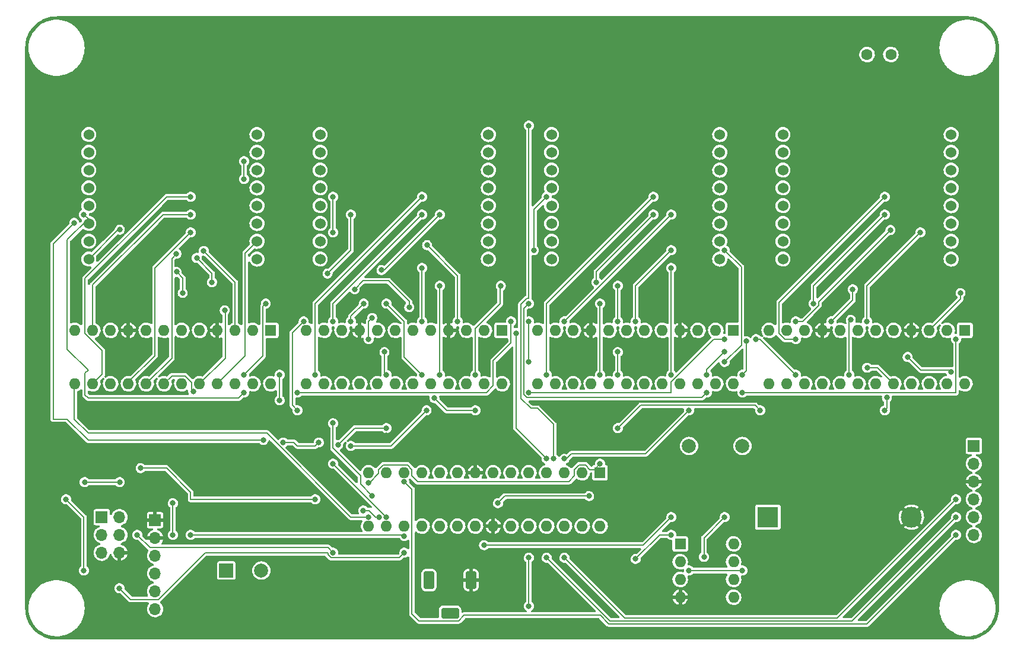
<source format=gbr>
%TF.GenerationSoftware,KiCad,Pcbnew,(6.0.5-0)*%
%TF.CreationDate,2022-07-22T01:22:37-04:00*%
%TF.ProjectId,YWS_clock,5957535f-636c-46f6-936b-2e6b69636164,rev?*%
%TF.SameCoordinates,PX4b17a20PY8a12ae0*%
%TF.FileFunction,Copper,L2,Bot*%
%TF.FilePolarity,Positive*%
%FSLAX46Y46*%
G04 Gerber Fmt 4.6, Leading zero omitted, Abs format (unit mm)*
G04 Created by KiCad (PCBNEW (6.0.5-0)) date 2022-07-22 01:22:37*
%MOMM*%
%LPD*%
G01*
G04 APERTURE LIST*
G04 Aperture macros list*
%AMRoundRect*
0 Rectangle with rounded corners*
0 $1 Rounding radius*
0 $2 $3 $4 $5 $6 $7 $8 $9 X,Y pos of 4 corners*
0 Add a 4 corners polygon primitive as box body*
4,1,4,$2,$3,$4,$5,$6,$7,$8,$9,$2,$3,0*
0 Add four circle primitives for the rounded corners*
1,1,$1+$1,$2,$3*
1,1,$1+$1,$4,$5*
1,1,$1+$1,$6,$7*
1,1,$1+$1,$8,$9*
0 Add four rect primitives between the rounded corners*
20,1,$1+$1,$2,$3,$4,$5,0*
20,1,$1+$1,$4,$5,$6,$7,0*
20,1,$1+$1,$6,$7,$8,$9,0*
20,1,$1+$1,$8,$9,$2,$3,0*%
G04 Aperture macros list end*
%TA.AperFunction,ComponentPad*%
%ADD10R,1.600000X1.600000*%
%TD*%
%TA.AperFunction,ComponentPad*%
%ADD11O,1.600000X1.600000*%
%TD*%
%TA.AperFunction,ComponentPad*%
%ADD12C,2.000000*%
%TD*%
%TA.AperFunction,ComponentPad*%
%ADD13R,2.000000X2.000000*%
%TD*%
%TA.AperFunction,ComponentPad*%
%ADD14C,1.524000*%
%TD*%
%TA.AperFunction,ComponentPad*%
%ADD15R,1.700000X1.700000*%
%TD*%
%TA.AperFunction,ComponentPad*%
%ADD16O,1.700000X1.700000*%
%TD*%
%TA.AperFunction,ComponentPad*%
%ADD17RoundRect,0.400000X0.400000X-0.900000X0.400000X0.900000X-0.400000X0.900000X-0.400000X-0.900000X0*%
%TD*%
%TA.AperFunction,ComponentPad*%
%ADD18RoundRect,0.400000X0.900000X-0.400000X0.900000X0.400000X-0.900000X0.400000X-0.900000X-0.400000X0*%
%TD*%
%TA.AperFunction,ComponentPad*%
%ADD19C,1.600000*%
%TD*%
%TA.AperFunction,ComponentPad*%
%ADD20R,3.000000X3.000000*%
%TD*%
%TA.AperFunction,ComponentPad*%
%ADD21C,3.000000*%
%TD*%
%TA.AperFunction,ViaPad*%
%ADD22C,0.812800*%
%TD*%
%TA.AperFunction,Conductor*%
%ADD23C,0.203200*%
%TD*%
G04 APERTURE END LIST*
D10*
%TO.P,U5,1,DIN*%
%TO.N,Net-(U5-Pad1)*%
X135895000Y44440000D03*
D11*
%TO.P,U5,2,DIG_0*%
%TO.N,Net-(D3-Pad9)*%
X133355000Y44440000D03*
%TO.P,U5,3,DIG_4*%
%TO.N,Net-(D3-Pad1)*%
X130815000Y44440000D03*
%TO.P,U5,4,GND*%
%TO.N,GND*%
X128275000Y44440000D03*
%TO.P,U5,5,DIG_6*%
%TO.N,Net-(D3-Pad2)*%
X125735000Y44440000D03*
%TO.P,U5,6,DIG_2*%
%TO.N,Net-(D3-Pad8)*%
X123195000Y44440000D03*
%TO.P,U5,7,DIG_3*%
%TO.N,Net-(D3-Pad12)*%
X120655000Y44440000D03*
%TO.P,U5,8,DIG_7*%
%TO.N,Net-(D3-Pad5)*%
X118115000Y44440000D03*
%TO.P,U5,9,GND*%
%TO.N,GND*%
X115575000Y44440000D03*
%TO.P,U5,10,DIG_5*%
%TO.N,Net-(D3-Pad7)*%
X113035000Y44440000D03*
%TO.P,U5,11,DIG_1*%
%TO.N,Net-(D3-Pad14)*%
X110495000Y44440000D03*
%TO.P,U5,12,LOAD*%
%TO.N,DISP_LOAD*%
X107955000Y44440000D03*
%TO.P,U5,13,CLK*%
%TO.N,DISP_CLK*%
X107955000Y36820000D03*
%TO.P,U5,14,SEG_A*%
%TO.N,Net-(D3-Pad16)*%
X110495000Y36820000D03*
%TO.P,U5,15,SEG_F*%
%TO.N,Net-(D3-Pad4)*%
X113035000Y36820000D03*
%TO.P,U5,16,SEG_B*%
%TO.N,Net-(D3-Pad15)*%
X115575000Y36820000D03*
%TO.P,U5,17,SEG_G*%
%TO.N,Net-(D3-Pad3)*%
X118115000Y36820000D03*
%TO.P,U5,18,ISET*%
%TO.N,Net-(R8-Pad2)*%
X120655000Y36820000D03*
%TO.P,U5,19,V+*%
%TO.N,VCC*%
X123195000Y36820000D03*
%TO.P,U5,20,SEG_C*%
%TO.N,Net-(D3-Pad11)*%
X125735000Y36820000D03*
%TO.P,U5,21,SEG_E*%
%TO.N,Net-(D3-Pad10)*%
X128275000Y36820000D03*
%TO.P,U5,22,SEG_DP*%
%TO.N,Net-(D3-Pad13)*%
X130815000Y36820000D03*
%TO.P,U5,23,SEG_D*%
%TO.N,Net-(D3-Pad6)*%
X133355000Y36820000D03*
%TO.P,U5,24,DOUT*%
%TO.N,unconnected-(U5-Pad24)*%
X135895000Y36820000D03*
%TD*%
D12*
%TO.P,TP1,1,1*%
%TO.N,SDA*%
X104140000Y27940000D03*
%TD*%
D13*
%TO.P,BZ1,1,-*%
%TO.N,VCC*%
X30480000Y10160000D03*
D12*
%TO.P,BZ1,2,+*%
%TO.N,Net-(BZ1-Pad2)*%
X35480000Y10160000D03*
%TD*%
D10*
%TO.P,U3,1,X1*%
%TO.N,Net-(U3-Pad1)*%
X95260000Y13960000D03*
D11*
%TO.P,U3,2,X2*%
%TO.N,Net-(U3-Pad2)*%
X95260000Y11420000D03*
%TO.P,U3,3,VBAT*%
%TO.N,Net-(BT1-Pad1)*%
X95260000Y8880000D03*
%TO.P,U3,4,GND*%
%TO.N,GND*%
X95260000Y6340000D03*
%TO.P,U3,5,SDA*%
%TO.N,SDA*%
X102880000Y6340000D03*
%TO.P,U3,6,SCL*%
%TO.N,SCL*%
X102880000Y8880000D03*
%TO.P,U3,7,SQW/OUT*%
%TO.N,unconnected-(U3-Pad7)*%
X102880000Y11420000D03*
%TO.P,U3,8,VCC*%
%TO.N,VCC*%
X102880000Y13960000D03*
%TD*%
D14*
%TO.P,D4,1,R5*%
%TO.N,Net-(D4-Pad1)*%
X76900000Y72390000D03*
%TO.P,D4,2,R7*%
%TO.N,Net-(D4-Pad2)*%
X76900000Y69850000D03*
%TO.P,D4,3,C2*%
%TO.N,Net-(D4-Pad3)*%
X76900000Y67310000D03*
%TO.P,D4,4,C3*%
%TO.N,Net-(D4-Pad4)*%
X76900000Y64770000D03*
%TO.P,D4,5,R8*%
%TO.N,Net-(D4-Pad5)*%
X76900000Y62230000D03*
%TO.P,D4,6,C5*%
%TO.N,Net-(D4-Pad6)*%
X76900000Y59690000D03*
%TO.P,D4,7,R6*%
%TO.N,Net-(D4-Pad7)*%
X76900000Y57150000D03*
%TO.P,D4,8,R3*%
%TO.N,Net-(D4-Pad8)*%
X76900000Y54610000D03*
%TO.P,D4,9,R1*%
%TO.N,Net-(D4-Pad9)*%
X100900000Y54610000D03*
%TO.P,D4,10,C4*%
%TO.N,Net-(D4-Pad10)*%
X100900000Y57150000D03*
%TO.P,D4,11,C6*%
%TO.N,Net-(D4-Pad11)*%
X100900000Y59690000D03*
%TO.P,D4,12,R4*%
%TO.N,Net-(D4-Pad12)*%
X100900000Y62230000D03*
%TO.P,D4,13,C1*%
%TO.N,Net-(D4-Pad13)*%
X100900000Y64770000D03*
%TO.P,D4,14,R2*%
%TO.N,Net-(D4-Pad14)*%
X100900000Y67310000D03*
%TO.P,D4,15,C7*%
%TO.N,Net-(D4-Pad15)*%
X100900000Y69850000D03*
%TO.P,D4,16,C8*%
%TO.N,Net-(D4-Pad16)*%
X100900000Y72390000D03*
%TD*%
D15*
%TO.P,J3,1,Pin_1*%
%TO.N,unconnected-(J3-Pad1)*%
X137160000Y27940000D03*
D16*
%TO.P,J3,2,Pin_2*%
%TO.N,VCC*%
X137160000Y25400000D03*
%TO.P,J3,3,Pin_3*%
%TO.N,GND*%
X137160000Y22860000D03*
%TO.P,J3,4,Pin_4*%
%TO.N,JOYST_X*%
X137160000Y20320000D03*
%TO.P,J3,5,Pin_5*%
%TO.N,JOYST_Y*%
X137160000Y17780000D03*
%TO.P,J3,6,Pin_6*%
%TO.N,JOYST_SW*%
X137160000Y15240000D03*
%TD*%
D17*
%TO.P,J2,1,POLE*%
%TO.N,Net-(C6-Pad1)*%
X59410000Y8780000D03*
%TO.P,J2,2,OUT*%
%TO.N,GND*%
X65410000Y8780000D03*
D18*
%TO.P,J2,3,OUT*%
%TO.N,unconnected-(J2-Pad3)*%
X62410000Y4080000D03*
%TD*%
D14*
%TO.P,D2,1,R5*%
%TO.N,Net-(D2-Pad1)*%
X10860000Y72390000D03*
%TO.P,D2,2,R7*%
%TO.N,Net-(D2-Pad2)*%
X10860000Y69850000D03*
%TO.P,D2,3,C2*%
%TO.N,Net-(D2-Pad3)*%
X10860000Y67310000D03*
%TO.P,D2,4,C3*%
%TO.N,Net-(D2-Pad4)*%
X10860000Y64770000D03*
%TO.P,D2,5,R8*%
%TO.N,Net-(D2-Pad5)*%
X10860000Y62230000D03*
%TO.P,D2,6,C5*%
%TO.N,Net-(D2-Pad6)*%
X10860000Y59690000D03*
%TO.P,D2,7,R6*%
%TO.N,Net-(D2-Pad7)*%
X10860000Y57150000D03*
%TO.P,D2,8,R3*%
%TO.N,Net-(D2-Pad8)*%
X10860000Y54610000D03*
%TO.P,D2,9,R1*%
%TO.N,Net-(D2-Pad9)*%
X34860000Y54610000D03*
%TO.P,D2,10,C4*%
%TO.N,Net-(D2-Pad10)*%
X34860000Y57150000D03*
%TO.P,D2,11,C6*%
%TO.N,Net-(D2-Pad11)*%
X34860000Y59690000D03*
%TO.P,D2,12,R4*%
%TO.N,Net-(D2-Pad12)*%
X34860000Y62230000D03*
%TO.P,D2,13,C1*%
%TO.N,Net-(D2-Pad13)*%
X34860000Y64770000D03*
%TO.P,D2,14,R2*%
%TO.N,Net-(D2-Pad14)*%
X34860000Y67310000D03*
%TO.P,D2,15,C7*%
%TO.N,Net-(D2-Pad15)*%
X34860000Y69850000D03*
%TO.P,D2,16,C8*%
%TO.N,Net-(D2-Pad16)*%
X34860000Y72390000D03*
%TD*%
D19*
%TO.P,R14,1*%
%TO.N,VCC*%
X121920000Y83820000D03*
%TO.P,R14,2*%
%TO.N,LIGHT_SENSOR*%
X125320000Y83820000D03*
%TD*%
D10*
%TO.P,U2,1,~{RESET}/PC6*%
%TO.N,RESET*%
X83820000Y24120000D03*
D11*
%TO.P,U2,2,RXD/PD0*%
%TO.N,RXD*%
X81280000Y24120000D03*
%TO.P,U2,3,TXD/PD1*%
%TO.N,TXD*%
X78740000Y24120000D03*
%TO.P,U2,4,INT0/PD2*%
%TO.N,BTN_SEL*%
X76200000Y24120000D03*
%TO.P,U2,5,INT1/PD3*%
%TO.N,BTN_UP*%
X73660000Y24120000D03*
%TO.P,U2,6,PD4*%
%TO.N,BTN_DOWN*%
X71120000Y24120000D03*
%TO.P,U2,7,VCC*%
%TO.N,VCC*%
X68580000Y24120000D03*
%TO.P,U2,8,GND*%
%TO.N,GND*%
X66040000Y24120000D03*
%TO.P,U2,9,XTAL1/PB6*%
%TO.N,Net-(C3-Pad1)*%
X63500000Y24120000D03*
%TO.P,U2,10,XTAL2/PB7*%
%TO.N,Net-(C4-Pad1)*%
X60960000Y24120000D03*
%TO.P,U2,11,OC0B/PD5*%
%TO.N,BUZZER*%
X58420000Y24120000D03*
%TO.P,U2,12,OC0A/PD6*%
%TO.N,JOYST_SW*%
X55880000Y24120000D03*
%TO.P,U2,13,PD7*%
%TO.N,unconnected-(U2-Pad13)*%
X53340000Y24120000D03*
%TO.P,U2,14,PB0*%
%TO.N,DISP_LOAD*%
X50800000Y24120000D03*
%TO.P,U2,15,OC1A/PB1*%
%TO.N,DISP_CLK*%
X50800000Y16500000D03*
%TO.P,U2,16,OC1B/PB2*%
%TO.N,DISP_DATA*%
X53340000Y16500000D03*
%TO.P,U2,17,MOSI/PB3*%
%TO.N,MOSI*%
X55880000Y16500000D03*
%TO.P,U2,18,MISO/PB4*%
%TO.N,MISO*%
X58420000Y16500000D03*
%TO.P,U2,19,SCK/PB5*%
%TO.N,LED_SCK*%
X60960000Y16500000D03*
%TO.P,U2,20,AVCC*%
%TO.N,VCC*%
X63500000Y16500000D03*
%TO.P,U2,21,AREF*%
%TO.N,Net-(C1-Pad1)*%
X66040000Y16500000D03*
%TO.P,U2,22,GND*%
%TO.N,GND*%
X68580000Y16500000D03*
%TO.P,U2,23,ADC0/PC0*%
%TO.N,LIGHT_SENSOR*%
X71120000Y16500000D03*
%TO.P,U2,24,ADC1/PC1*%
%TO.N,JOYST_X*%
X73660000Y16500000D03*
%TO.P,U2,25,ADC2/PC2*%
%TO.N,JOYST_Y*%
X76200000Y16500000D03*
%TO.P,U2,26,ADC3/PC3*%
%TO.N,unconnected-(U2-Pad26)*%
X78740000Y16500000D03*
%TO.P,U2,27,SDA/PC4*%
%TO.N,SDA*%
X81280000Y16500000D03*
%TO.P,U2,28,SCL/PC5*%
%TO.N,SCL*%
X83820000Y16500000D03*
%TD*%
D14*
%TO.P,D5,1,R5*%
%TO.N,Net-(D5-Pad1)*%
X43880000Y72390000D03*
%TO.P,D5,2,R7*%
%TO.N,Net-(D5-Pad2)*%
X43880000Y69850000D03*
%TO.P,D5,3,C2*%
%TO.N,Net-(D5-Pad3)*%
X43880000Y67310000D03*
%TO.P,D5,4,C3*%
%TO.N,Net-(D5-Pad4)*%
X43880000Y64770000D03*
%TO.P,D5,5,R8*%
%TO.N,Net-(D5-Pad5)*%
X43880000Y62230000D03*
%TO.P,D5,6,C5*%
%TO.N,Net-(D5-Pad6)*%
X43880000Y59690000D03*
%TO.P,D5,7,R6*%
%TO.N,Net-(D5-Pad7)*%
X43880000Y57150000D03*
%TO.P,D5,8,R3*%
%TO.N,Net-(D5-Pad8)*%
X43880000Y54610000D03*
%TO.P,D5,9,R1*%
%TO.N,Net-(D5-Pad9)*%
X67880000Y54610000D03*
%TO.P,D5,10,C4*%
%TO.N,Net-(D5-Pad10)*%
X67880000Y57150000D03*
%TO.P,D5,11,C6*%
%TO.N,Net-(D5-Pad11)*%
X67880000Y59690000D03*
%TO.P,D5,12,R4*%
%TO.N,Net-(D5-Pad12)*%
X67880000Y62230000D03*
%TO.P,D5,13,C1*%
%TO.N,Net-(D5-Pad13)*%
X67880000Y64770000D03*
%TO.P,D5,14,R2*%
%TO.N,Net-(D5-Pad14)*%
X67880000Y67310000D03*
%TO.P,D5,15,C7*%
%TO.N,Net-(D5-Pad15)*%
X67880000Y69850000D03*
%TO.P,D5,16,C8*%
%TO.N,Net-(D5-Pad16)*%
X67880000Y72390000D03*
%TD*%
D15*
%TO.P,J1,1,Pin_1*%
%TO.N,GND*%
X20320000Y17355000D03*
D16*
%TO.P,J1,2,Pin_2*%
X20320000Y14815000D03*
%TO.P,J1,3,Pin_3*%
%TO.N,unconnected-(J1-Pad3)*%
X20320000Y12275000D03*
%TO.P,J1,4,Pin_4*%
%TO.N,Net-(J1-Pad4)*%
X20320000Y9735000D03*
%TO.P,J1,5,Pin_5*%
%TO.N,Net-(J1-Pad5)*%
X20320000Y7195000D03*
%TO.P,J1,6,Pin_6*%
%TO.N,Net-(C5-Pad2)*%
X20320000Y4655000D03*
%TD*%
D10*
%TO.P,U4,1,DIN*%
%TO.N,DISP_DATA*%
X36835000Y44440000D03*
D11*
%TO.P,U4,2,DIG_0*%
%TO.N,Net-(D2-Pad9)*%
X34295000Y44440000D03*
%TO.P,U4,3,DIG_4*%
%TO.N,Net-(D2-Pad1)*%
X31755000Y44440000D03*
%TO.P,U4,4,GND*%
%TO.N,GND*%
X29215000Y44440000D03*
%TO.P,U4,5,DIG_6*%
%TO.N,Net-(D2-Pad2)*%
X26675000Y44440000D03*
%TO.P,U4,6,DIG_2*%
%TO.N,Net-(D2-Pad8)*%
X24135000Y44440000D03*
%TO.P,U4,7,DIG_3*%
%TO.N,Net-(D2-Pad12)*%
X21595000Y44440000D03*
%TO.P,U4,8,DIG_7*%
%TO.N,Net-(D2-Pad5)*%
X19055000Y44440000D03*
%TO.P,U4,9,GND*%
%TO.N,GND*%
X16515000Y44440000D03*
%TO.P,U4,10,DIG_5*%
%TO.N,Net-(D2-Pad7)*%
X13975000Y44440000D03*
%TO.P,U4,11,DIG_1*%
%TO.N,Net-(D2-Pad14)*%
X11435000Y44440000D03*
%TO.P,U4,12,LOAD*%
%TO.N,DISP_LOAD*%
X8895000Y44440000D03*
%TO.P,U4,13,CLK*%
%TO.N,DISP_CLK*%
X8895000Y36820000D03*
%TO.P,U4,14,SEG_A*%
%TO.N,Net-(D2-Pad16)*%
X11435000Y36820000D03*
%TO.P,U4,15,SEG_F*%
%TO.N,Net-(D2-Pad4)*%
X13975000Y36820000D03*
%TO.P,U4,16,SEG_B*%
%TO.N,Net-(D2-Pad15)*%
X16515000Y36820000D03*
%TO.P,U4,17,SEG_G*%
%TO.N,Net-(D2-Pad3)*%
X19055000Y36820000D03*
%TO.P,U4,18,ISET*%
%TO.N,Net-(R7-Pad2)*%
X21595000Y36820000D03*
%TO.P,U4,19,V+*%
%TO.N,VCC*%
X24135000Y36820000D03*
%TO.P,U4,20,SEG_C*%
%TO.N,Net-(D2-Pad11)*%
X26675000Y36820000D03*
%TO.P,U4,21,SEG_E*%
%TO.N,Net-(D2-Pad10)*%
X29215000Y36820000D03*
%TO.P,U4,22,SEG_DP*%
%TO.N,Net-(D2-Pad13)*%
X31755000Y36820000D03*
%TO.P,U4,23,SEG_D*%
%TO.N,Net-(D2-Pad6)*%
X34295000Y36820000D03*
%TO.P,U4,24,DOUT*%
%TO.N,Net-(U4-Pad24)*%
X36835000Y36820000D03*
%TD*%
D10*
%TO.P,U6,1,DIN*%
%TO.N,Net-(U6-Pad1)*%
X102875000Y44440000D03*
D11*
%TO.P,U6,2,DIG_0*%
%TO.N,Net-(D4-Pad9)*%
X100335000Y44440000D03*
%TO.P,U6,3,DIG_4*%
%TO.N,Net-(D4-Pad1)*%
X97795000Y44440000D03*
%TO.P,U6,4,GND*%
%TO.N,GND*%
X95255000Y44440000D03*
%TO.P,U6,5,DIG_6*%
%TO.N,Net-(D4-Pad2)*%
X92715000Y44440000D03*
%TO.P,U6,6,DIG_2*%
%TO.N,Net-(D4-Pad8)*%
X90175000Y44440000D03*
%TO.P,U6,7,DIG_3*%
%TO.N,Net-(D4-Pad12)*%
X87635000Y44440000D03*
%TO.P,U6,8,DIG_7*%
%TO.N,Net-(D4-Pad5)*%
X85095000Y44440000D03*
%TO.P,U6,9,GND*%
%TO.N,GND*%
X82555000Y44440000D03*
%TO.P,U6,10,DIG_5*%
%TO.N,Net-(D4-Pad7)*%
X80015000Y44440000D03*
%TO.P,U6,11,DIG_1*%
%TO.N,Net-(D4-Pad14)*%
X77475000Y44440000D03*
%TO.P,U6,12,LOAD*%
%TO.N,DISP_LOAD*%
X74935000Y44440000D03*
%TO.P,U6,13,CLK*%
%TO.N,DISP_CLK*%
X74935000Y36820000D03*
%TO.P,U6,14,SEG_A*%
%TO.N,Net-(D4-Pad16)*%
X77475000Y36820000D03*
%TO.P,U6,15,SEG_F*%
%TO.N,Net-(D4-Pad4)*%
X80015000Y36820000D03*
%TO.P,U6,16,SEG_B*%
%TO.N,Net-(D4-Pad15)*%
X82555000Y36820000D03*
%TO.P,U6,17,SEG_G*%
%TO.N,Net-(D4-Pad3)*%
X85095000Y36820000D03*
%TO.P,U6,18,ISET*%
%TO.N,Net-(R9-Pad2)*%
X87635000Y36820000D03*
%TO.P,U6,19,V+*%
%TO.N,VCC*%
X90175000Y36820000D03*
%TO.P,U6,20,SEG_C*%
%TO.N,Net-(D4-Pad11)*%
X92715000Y36820000D03*
%TO.P,U6,21,SEG_E*%
%TO.N,Net-(D4-Pad10)*%
X95255000Y36820000D03*
%TO.P,U6,22,SEG_DP*%
%TO.N,Net-(D4-Pad13)*%
X97795000Y36820000D03*
%TO.P,U6,23,SEG_D*%
%TO.N,Net-(D4-Pad6)*%
X100335000Y36820000D03*
%TO.P,U6,24,DOUT*%
%TO.N,Net-(U5-Pad1)*%
X102875000Y36820000D03*
%TD*%
D12*
%TO.P,TP2,1,1*%
%TO.N,SCL*%
X96520000Y27940000D03*
%TD*%
D20*
%TO.P,BT1,1,+*%
%TO.N,Net-(BT1-Pad1)*%
X107766314Y17779983D03*
D21*
%TO.P,BT1,2,-*%
%TO.N,GND*%
X128256314Y17779983D03*
%TD*%
D10*
%TO.P,U7,1,DIN*%
%TO.N,Net-(U4-Pad24)*%
X69855000Y44440000D03*
D11*
%TO.P,U7,2,DIG_0*%
%TO.N,Net-(D5-Pad9)*%
X67315000Y44440000D03*
%TO.P,U7,3,DIG_4*%
%TO.N,Net-(D5-Pad1)*%
X64775000Y44440000D03*
%TO.P,U7,4,GND*%
%TO.N,GND*%
X62235000Y44440000D03*
%TO.P,U7,5,DIG_6*%
%TO.N,Net-(D5-Pad2)*%
X59695000Y44440000D03*
%TO.P,U7,6,DIG_2*%
%TO.N,Net-(D5-Pad8)*%
X57155000Y44440000D03*
%TO.P,U7,7,DIG_3*%
%TO.N,Net-(D5-Pad12)*%
X54615000Y44440000D03*
%TO.P,U7,8,DIG_7*%
%TO.N,Net-(D5-Pad5)*%
X52075000Y44440000D03*
%TO.P,U7,9,GND*%
%TO.N,GND*%
X49535000Y44440000D03*
%TO.P,U7,10,DIG_5*%
%TO.N,Net-(D5-Pad7)*%
X46995000Y44440000D03*
%TO.P,U7,11,DIG_1*%
%TO.N,Net-(D5-Pad14)*%
X44455000Y44440000D03*
%TO.P,U7,12,LOAD*%
%TO.N,DISP_LOAD*%
X41915000Y44440000D03*
%TO.P,U7,13,CLK*%
%TO.N,DISP_CLK*%
X41915000Y36820000D03*
%TO.P,U7,14,SEG_A*%
%TO.N,Net-(D5-Pad16)*%
X44455000Y36820000D03*
%TO.P,U7,15,SEG_F*%
%TO.N,Net-(D5-Pad4)*%
X46995000Y36820000D03*
%TO.P,U7,16,SEG_B*%
%TO.N,Net-(D5-Pad15)*%
X49535000Y36820000D03*
%TO.P,U7,17,SEG_G*%
%TO.N,Net-(D5-Pad3)*%
X52075000Y36820000D03*
%TO.P,U7,18,ISET*%
%TO.N,Net-(R10-Pad2)*%
X54615000Y36820000D03*
%TO.P,U7,19,V+*%
%TO.N,VCC*%
X57155000Y36820000D03*
%TO.P,U7,20,SEG_C*%
%TO.N,Net-(D5-Pad11)*%
X59695000Y36820000D03*
%TO.P,U7,21,SEG_E*%
%TO.N,Net-(D5-Pad10)*%
X62235000Y36820000D03*
%TO.P,U7,22,SEG_DP*%
%TO.N,Net-(D5-Pad13)*%
X64775000Y36820000D03*
%TO.P,U7,23,SEG_D*%
%TO.N,Net-(D5-Pad6)*%
X67315000Y36820000D03*
%TO.P,U7,24,DOUT*%
%TO.N,Net-(U6-Pad1)*%
X69855000Y36820000D03*
%TD*%
D15*
%TO.P,J4,1,Pin_1*%
%TO.N,MISO*%
X12700000Y17780000D03*
D16*
%TO.P,J4,2,Pin_2*%
%TO.N,VCC*%
X15240000Y17780000D03*
%TO.P,J4,3,Pin_3*%
%TO.N,LED_SCK*%
X12700000Y15240000D03*
%TO.P,J4,4,Pin_4*%
%TO.N,MOSI*%
X15240000Y15240000D03*
%TO.P,J4,5,Pin_5*%
%TO.N,RESET*%
X12700000Y12700000D03*
%TO.P,J4,6,Pin_6*%
%TO.N,GND*%
X15240000Y12700000D03*
%TD*%
D14*
%TO.P,D3,1,R5*%
%TO.N,Net-(D3-Pad1)*%
X109920000Y72390000D03*
%TO.P,D3,2,R7*%
%TO.N,Net-(D3-Pad2)*%
X109920000Y69850000D03*
%TO.P,D3,3,C2*%
%TO.N,Net-(D3-Pad3)*%
X109920000Y67310000D03*
%TO.P,D3,4,C3*%
%TO.N,Net-(D3-Pad4)*%
X109920000Y64770000D03*
%TO.P,D3,5,R8*%
%TO.N,Net-(D3-Pad5)*%
X109920000Y62230000D03*
%TO.P,D3,6,C5*%
%TO.N,Net-(D3-Pad6)*%
X109920000Y59690000D03*
%TO.P,D3,7,R6*%
%TO.N,Net-(D3-Pad7)*%
X109920000Y57150000D03*
%TO.P,D3,8,R3*%
%TO.N,Net-(D3-Pad8)*%
X109920000Y54610000D03*
%TO.P,D3,9,R1*%
%TO.N,Net-(D3-Pad9)*%
X133920000Y54610000D03*
%TO.P,D3,10,C4*%
%TO.N,Net-(D3-Pad10)*%
X133920000Y57150000D03*
%TO.P,D3,11,C6*%
%TO.N,Net-(D3-Pad11)*%
X133920000Y59690000D03*
%TO.P,D3,12,R4*%
%TO.N,Net-(D3-Pad12)*%
X133920000Y62230000D03*
%TO.P,D3,13,C1*%
%TO.N,Net-(D3-Pad13)*%
X133920000Y64770000D03*
%TO.P,D3,14,R2*%
%TO.N,Net-(D3-Pad14)*%
X133920000Y67310000D03*
%TO.P,D3,15,C7*%
%TO.N,Net-(D3-Pad15)*%
X133920000Y69850000D03*
%TO.P,D3,16,C8*%
%TO.N,Net-(D3-Pad16)*%
X133920000Y72390000D03*
%TD*%
D22*
%TO.N,GND*%
X106680000Y78740000D03*
X53340000Y29464497D03*
X101600000Y22860000D03*
X91417460Y18010699D03*
X78740000Y81280000D03*
X96520000Y81280000D03*
X8700000Y29400000D03*
X45720000Y81280000D03*
X93980000Y7620000D03*
X17780000Y20320000D03*
X47337811Y30480000D03*
X11780000Y30780000D03*
X30480000Y81280000D03*
X53340000Y33020000D03*
X17780000Y12700000D03*
X43180000Y10160000D03*
X63500000Y81280000D03*
X86360000Y33020000D03*
X15240000Y10160000D03*
X114300000Y30480000D03*
X81280000Y33020000D03*
X73512809Y26257891D03*
X19780000Y30780000D03*
X129540000Y22860000D03*
X90260000Y25780000D03*
X55880000Y10160000D03*
X16780000Y24780000D03*
X134620000Y22860000D03*
X116840000Y30480000D03*
X132080000Y81280000D03*
%TO.N,Net-(BT1-Pad1)*%
X104140000Y10160000D03*
X96520000Y10160000D03*
%TO.N,BUZZER*%
X52324497Y17780000D03*
X50038500Y18729443D03*
%TO.N,VCC*%
X124460000Y33020000D03*
X124747937Y34849300D03*
%TO.N,Net-(C1-Pad1)*%
X82260000Y20780000D03*
X69260000Y19780000D03*
%TO.N,RESET*%
X83820000Y25400000D03*
X50800000Y22710897D03*
X10160000Y10160000D03*
X7620000Y20320000D03*
X15260000Y22780000D03*
X43180000Y20320000D03*
X18260000Y24780000D03*
X10260000Y22780000D03*
%TO.N,Net-(D2-Pad1)*%
X27260000Y55780000D03*
%TO.N,Net-(D2-Pad2)*%
X26260000Y54780000D03*
X28442541Y51302541D03*
%TO.N,Net-(D2-Pad3)*%
X23362541Y55377459D03*
%TO.N,Net-(D2-Pad6)*%
X33020000Y35560000D03*
X10160000Y60960000D03*
%TO.N,Net-(D2-Pad8)*%
X15287541Y58807541D03*
X23410011Y52780000D03*
X24260000Y49780000D03*
%TO.N,Net-(D2-Pad11)*%
X30260000Y47300000D03*
%TO.N,Net-(D2-Pad13)*%
X33020000Y38100000D03*
X36110011Y48260000D03*
%TO.N,Net-(D2-Pad14)*%
X25400000Y60960000D03*
%TO.N,Net-(D2-Pad15)*%
X25400000Y58420000D03*
X33020000Y68580000D03*
X33020000Y66040000D03*
%TO.N,Net-(D2-Pad16)*%
X25400000Y63500000D03*
%TO.N,Net-(D3-Pad1)*%
X135260000Y49780000D03*
%TO.N,Net-(D3-Pad3)*%
X119597541Y45937541D03*
X119380000Y38100000D03*
%TO.N,Net-(D3-Pad4)*%
X111760000Y38100000D03*
X106089189Y43180000D03*
%TO.N,Net-(D3-Pad5)*%
X116840000Y45720000D03*
X119882541Y50297459D03*
%TO.N,Net-(D3-Pad11)*%
X121934959Y39105041D03*
%TO.N,Net-(D3-Pad12)*%
X121920000Y45720000D03*
X129540000Y58420000D03*
%TO.N,Net-(D3-Pad14)*%
X111760000Y45720000D03*
X125260000Y58780000D03*
%TO.N,Net-(D3-Pad15)*%
X114300000Y48260000D03*
X124460000Y60960000D03*
%TO.N,Net-(D3-Pad16)*%
X111760000Y43180000D03*
X124460000Y63500000D03*
%TO.N,Net-(D4-Pad3)*%
X86360000Y38100000D03*
X86360000Y41350700D03*
%TO.N,Net-(D4-Pad4)*%
X73660000Y45720000D03*
X74370700Y55871092D03*
X76200000Y63500000D03*
X73660000Y39929300D03*
%TO.N,Net-(D4-Pad5)*%
X86360000Y50800000D03*
X86360000Y45720000D03*
%TO.N,Net-(D4-Pad6)*%
X73660000Y48260000D03*
X99060000Y35560000D03*
%TO.N,Net-(D4-Pad10)*%
X101600000Y55880000D03*
X101600000Y39929300D03*
%TO.N,Net-(D4-Pad11)*%
X93974092Y38105908D03*
X93980000Y53340000D03*
%TO.N,Net-(D4-Pad12)*%
X93980000Y55880000D03*
X88900000Y45720000D03*
%TO.N,Net-(D4-Pad13)*%
X101600000Y41350700D03*
X99060000Y38100000D03*
%TO.N,Net-(D4-Pad14)*%
X78740000Y45720000D03*
X93980000Y60960000D03*
%TO.N,Net-(D4-Pad15)*%
X91440000Y60960000D03*
X83820000Y38100000D03*
X83820000Y48260000D03*
X83317459Y51302541D03*
%TO.N,Net-(D4-Pad16)*%
X76200000Y38100000D03*
X91440000Y63500000D03*
%TO.N,Net-(D5-Pad1)*%
X63500000Y45720000D03*
X59138069Y56598069D03*
%TO.N,Net-(D5-Pad2)*%
X58420000Y45720000D03*
X58420000Y53340000D03*
%TO.N,Net-(D5-Pad3)*%
X53340000Y38100000D03*
X53047919Y41350700D03*
%TO.N,Net-(D5-Pad4)*%
X50089300Y48260000D03*
X45720000Y58420000D03*
X48260000Y45720000D03*
X45720000Y63500000D03*
%TO.N,Net-(D5-Pad5)*%
X48260000Y60960000D03*
X44932459Y52552459D03*
%TO.N,Net-(D5-Pad6)*%
X53340000Y48260000D03*
X58420000Y38100000D03*
X60176634Y34776633D03*
X66040000Y33020000D03*
%TO.N,Net-(D5-Pad8)*%
X48782493Y50317410D03*
X56590700Y47757459D03*
%TO.N,Net-(D5-Pad11)*%
X60960000Y50800000D03*
X60960000Y38100000D03*
%TO.N,Net-(D5-Pad13)*%
X66040000Y38100000D03*
X69657011Y50800000D03*
%TO.N,Net-(D5-Pad14)*%
X45720000Y45720000D03*
X58420000Y60960000D03*
%TO.N,Net-(D5-Pad15)*%
X50800000Y43180000D03*
X60960000Y60960000D03*
X52629300Y53052632D03*
X51300041Y46220041D03*
%TO.N,Net-(D5-Pad16)*%
X43180000Y38100000D03*
X58420000Y63500000D03*
%TO.N,Net-(J1-Pad4)*%
X22860000Y15240000D03*
X22860000Y19780000D03*
%TO.N,JOYST_X*%
X134620000Y20320000D03*
X78740000Y11989300D03*
%TO.N,JOYST_Y*%
X76200000Y11989300D03*
X134620000Y17780000D03*
%TO.N,JOYST_SW*%
X55880000Y22860000D03*
X134620000Y15240000D03*
%TO.N,LED_SCK*%
X67260000Y13780000D03*
X55880000Y12700000D03*
X15240000Y7620000D03*
X93980000Y17780000D03*
%TO.N,TXD*%
X53340000Y30480000D03*
X38602541Y28442541D03*
X43682541Y28442541D03*
X46430700Y28088715D03*
%TO.N,SDA*%
X98648333Y12106585D03*
X101600000Y17780000D03*
%TO.N,Net-(R7-Pad2)*%
X25755855Y35751944D03*
%TO.N,Net-(R8-Pad2)*%
X133909300Y38504453D03*
X127710700Y40640000D03*
%TO.N,BTN_SEL*%
X76200000Y26110700D03*
X71830700Y44046389D03*
%TO.N,BTN_UP*%
X77215503Y26110700D03*
X73660000Y73660000D03*
%TO.N,BTN_DOWN*%
X96520000Y33020000D03*
X78740000Y26110700D03*
X104140000Y38100000D03*
X104690011Y42880419D03*
%TO.N,LIGHT_SENSOR*%
X73660000Y11989300D03*
X73660000Y5080000D03*
%TO.N,DISP_LOAD*%
X48260000Y27940000D03*
X40640000Y33020000D03*
X41521389Y45720000D03*
X35780000Y28780000D03*
X59061889Y33020000D03*
X8780000Y59780000D03*
%TO.N,DISP_CLK*%
X45720000Y31190700D03*
X86360000Y30480000D03*
X50800000Y17780000D03*
X51302541Y20822541D03*
X106680000Y33020000D03*
%TO.N,DISP_DATA*%
X38100000Y34441411D03*
X38100000Y38100000D03*
X45720000Y25400000D03*
X53340000Y17780000D03*
%TO.N,MOSI*%
X45720000Y12700000D03*
X17780000Y15240000D03*
%TO.N,MISO*%
X55880000Y15090897D03*
X25400000Y15240000D03*
%TO.N,Net-(U3-Pad1)*%
X93980000Y15240000D03*
X88900000Y11813611D03*
%TO.N,Net-(U4-Pad24)*%
X71120000Y45720000D03*
X40640000Y35560000D03*
%TO.N,Net-(U5-Pad1)*%
X104140000Y35560000D03*
X134620000Y43180000D03*
%TO.N,Net-(U6-Pad1)*%
X101600000Y43180000D03*
X73660000Y35560000D03*
%TD*%
D23*
%TO.N,JOYST_SW*%
X134620000Y15240000D02*
X121920000Y2540000D01*
X121920000Y2540000D02*
X85075242Y2540000D01*
X85075242Y2540000D02*
X83835242Y3780000D01*
X64406058Y3780000D02*
X63601738Y2975680D01*
X83835242Y3780000D02*
X64406058Y3780000D01*
X63601738Y2975680D02*
X57984320Y2975680D01*
X57984320Y2975680D02*
X56984311Y3975689D01*
X56984311Y3975689D02*
X56984311Y21755689D01*
X56984311Y21755689D02*
X55880000Y22860000D01*
%TO.N,Net-(BT1-Pad1)*%
X104140000Y10160000D02*
X96520000Y10160000D01*
%TO.N,BUZZER*%
X50855655Y18729443D02*
X51805098Y17780000D01*
X51805098Y17780000D02*
X52324497Y17780000D01*
X50038500Y18729443D02*
X50855655Y18729443D01*
%TO.N,VCC*%
X124747937Y34849300D02*
X124747937Y33307937D01*
X124747937Y33307937D02*
X124460000Y33020000D01*
%TO.N,Net-(C1-Pad1)*%
X70260000Y20780000D02*
X69260000Y19780000D01*
X82260000Y20780000D02*
X70260000Y20780000D01*
%TO.N,RESET*%
X80175689Y24577422D02*
X80822578Y25224311D01*
X56984311Y24577422D02*
X56984311Y23662578D01*
X50952630Y22710897D02*
X52235689Y23993956D01*
X79373111Y22860000D02*
X80175689Y23662578D01*
X50800000Y22710897D02*
X50952630Y22710897D01*
X10160000Y17780000D02*
X7620000Y20320000D01*
X10160000Y10160000D02*
X10160000Y17780000D01*
X81737422Y25224311D02*
X82384311Y24577422D01*
X56337422Y25224311D02*
X56984311Y24577422D01*
X21945098Y24780000D02*
X25400000Y21325098D01*
X52235689Y24577422D02*
X52882578Y25224311D01*
X82997422Y24577422D02*
X83820000Y25400000D01*
X80822578Y25224311D02*
X81737422Y25224311D01*
X57786889Y22860000D02*
X79373111Y22860000D01*
X52882578Y25224311D02*
X56337422Y25224311D01*
X25400000Y20320000D02*
X43180000Y20320000D01*
X18260000Y24780000D02*
X21945098Y24780000D01*
X15260000Y22780000D02*
X10260000Y22780000D01*
X80175689Y23662578D02*
X80175689Y24577422D01*
X25400000Y21325098D02*
X25400000Y20320000D01*
X82384311Y24577422D02*
X82997422Y24577422D01*
X52235689Y23993956D02*
X52235689Y24577422D01*
X56984311Y23662578D02*
X57786889Y22860000D01*
%TO.N,Net-(D2-Pad1)*%
X31755000Y51285000D02*
X31755000Y44440000D01*
X27260000Y55780000D02*
X31755000Y51285000D01*
%TO.N,Net-(D2-Pad2)*%
X26260000Y54780000D02*
X28442541Y52597459D01*
X28442541Y52597459D02*
X28442541Y51302541D01*
%TO.N,Net-(D2-Pad3)*%
X22699311Y54714229D02*
X22699311Y40464311D01*
X22699311Y40464311D02*
X19055000Y36820000D01*
X23362541Y55377459D02*
X22699311Y54714229D01*
%TO.N,Net-(D2-Pad6)*%
X7790689Y41769311D02*
X10780000Y38780000D01*
X7790689Y57350689D02*
X7790689Y41769311D01*
X10780000Y34780000D02*
X32240000Y34780000D01*
X32240000Y34780000D02*
X33020000Y35560000D01*
X10780000Y60340000D02*
X7790689Y57350689D01*
X10160000Y60960000D02*
X10780000Y60340000D01*
X10330689Y35229311D02*
X10780000Y34780000D01*
X10330689Y38330689D02*
X10330689Y35229311D01*
X10780000Y38780000D02*
X10330689Y38330689D01*
%TO.N,Net-(D2-Pad8)*%
X24260000Y51930011D02*
X23410011Y52780000D01*
X15057541Y58807541D02*
X10860000Y54610000D01*
X24260000Y49780000D02*
X24260000Y51930011D01*
X15287541Y58807541D02*
X15057541Y58807541D01*
%TO.N,Net-(D2-Pad10)*%
X33190689Y40795689D02*
X29215000Y36820000D01*
X34860000Y57150000D02*
X33190689Y55480689D01*
X33190689Y55480689D02*
X33190689Y40795689D01*
%TO.N,Net-(D2-Pad11)*%
X30319311Y47240689D02*
X30319311Y40464311D01*
X30260000Y47300000D02*
X30319311Y47240689D01*
X30319311Y40464311D02*
X26675000Y36820000D01*
%TO.N,Net-(D2-Pad13)*%
X35730689Y40810689D02*
X33020000Y38100000D01*
X35730689Y47880678D02*
X35730689Y40810689D01*
X36110011Y48260000D02*
X35730689Y47880678D01*
%TO.N,Net-(D2-Pad14)*%
X11435000Y50955000D02*
X11435000Y44440000D01*
X21440000Y60960000D02*
X11435000Y50955000D01*
X25400000Y60960000D02*
X21440000Y60960000D01*
%TO.N,Net-(D2-Pad15)*%
X33020000Y68580000D02*
X33020000Y66040000D01*
X20320000Y40840000D02*
X16515000Y37035000D01*
X25400000Y58420000D02*
X20320000Y53340000D01*
X16515000Y37035000D02*
X16515000Y36820000D01*
X20320000Y53340000D02*
X20320000Y40840000D01*
%TO.N,Net-(D2-Pad16)*%
X10330689Y51850689D02*
X10330689Y43982578D01*
X10330689Y43982578D02*
X12780000Y41533267D01*
X25400000Y63500000D02*
X21980000Y63500000D01*
X21980000Y63500000D02*
X10330689Y51850689D01*
X12780000Y41533267D02*
X12780000Y38165000D01*
X12780000Y38165000D02*
X11435000Y36820000D01*
%TO.N,Net-(D3-Pad1)*%
X135260000Y49780000D02*
X135260000Y48885000D01*
X135260000Y48885000D02*
X130815000Y44440000D01*
%TO.N,Net-(D3-Pad3)*%
X119597541Y45937541D02*
X119380000Y45720000D01*
X119380000Y45720000D02*
X119380000Y38100000D01*
%TO.N,Net-(D3-Pad4)*%
X106680000Y43180000D02*
X111760000Y38100000D01*
X106089189Y43180000D02*
X106680000Y43180000D01*
%TO.N,Net-(D3-Pad5)*%
X116840000Y45720000D02*
X119882541Y48762541D01*
X119882541Y48762541D02*
X119882541Y50297459D01*
%TO.N,Net-(D3-Pad11)*%
X121934959Y39105041D02*
X123449959Y39105041D01*
X123449959Y39105041D02*
X125735000Y36820000D01*
%TO.N,Net-(D3-Pad12)*%
X121920000Y50800000D02*
X121920000Y45720000D01*
X129540000Y58420000D02*
X121920000Y50800000D01*
%TO.N,Net-(D3-Pad14)*%
X125260000Y58780000D02*
X115010711Y48530711D01*
X115010711Y48530711D02*
X115010711Y47965613D01*
X115010711Y47965613D02*
X112765098Y45720000D01*
X112765098Y45720000D02*
X111760000Y45720000D01*
%TO.N,Net-(D3-Pad15)*%
X124460000Y60960000D02*
X114300000Y50800000D01*
X114300000Y50800000D02*
X114300000Y48260000D01*
%TO.N,Net-(D3-Pad16)*%
X124460000Y63500000D02*
X109390689Y48430689D01*
X110193267Y43180000D02*
X111760000Y43180000D01*
X109390689Y48430689D02*
X109390689Y43982578D01*
X109390689Y43982578D02*
X110193267Y43180000D01*
%TO.N,Net-(D4-Pad3)*%
X86360000Y41350700D02*
X86360000Y38100000D01*
%TO.N,Net-(D4-Pad4)*%
X74370700Y61670700D02*
X76200000Y63500000D01*
X73660000Y39929300D02*
X73660000Y45720000D01*
X74370700Y55871092D02*
X74370700Y61670700D01*
%TO.N,Net-(D4-Pad5)*%
X86360000Y50800000D02*
X86360000Y45720000D01*
%TO.N,Net-(D4-Pad6)*%
X73365613Y34849289D02*
X98349289Y34849289D01*
X72949289Y35265613D02*
X73365613Y34849289D01*
X73660000Y48260000D02*
X72949289Y47549289D01*
X72949289Y47549289D02*
X72949289Y35265613D01*
X98349289Y34849289D02*
X99060000Y35560000D01*
%TO.N,Net-(D4-Pad10)*%
X101600000Y39929300D02*
X103979311Y42308611D01*
X103979311Y53500689D02*
X101600000Y55880000D01*
X103979311Y42308611D02*
X103979311Y53500689D01*
%TO.N,Net-(D4-Pad11)*%
X93980000Y38111816D02*
X93974092Y38105908D01*
X93980000Y53340000D02*
X93980000Y38111816D01*
%TO.N,Net-(D4-Pad12)*%
X88900000Y50800000D02*
X88900000Y45720000D01*
X93980000Y55880000D02*
X88900000Y50800000D01*
%TO.N,Net-(D4-Pad13)*%
X99060000Y38810700D02*
X99060000Y38100000D01*
X101600000Y41350700D02*
X99060000Y38810700D01*
%TO.N,Net-(D4-Pad14)*%
X93980000Y60960000D02*
X78740000Y45720000D01*
%TO.N,Net-(D4-Pad15)*%
X91440000Y60960000D02*
X83317459Y52837459D01*
X83820000Y48260000D02*
X83820000Y38100000D01*
X83317459Y52837459D02*
X83317459Y51302541D01*
%TO.N,Net-(D4-Pad16)*%
X91440000Y63500000D02*
X76200000Y48260000D01*
X76200000Y48260000D02*
X76200000Y38100000D01*
%TO.N,Net-(D5-Pad1)*%
X63500000Y52236138D02*
X63500000Y45720000D01*
X59138069Y56598069D02*
X63500000Y52236138D01*
%TO.N,Net-(D5-Pad2)*%
X58420000Y53340000D02*
X58420000Y45720000D01*
%TO.N,Net-(D5-Pad3)*%
X53047919Y41350700D02*
X53047919Y38392081D01*
X53047919Y38392081D02*
X53340000Y38100000D01*
%TO.N,Net-(D5-Pad4)*%
X48260000Y46430700D02*
X50089300Y48260000D01*
X48260000Y46430700D02*
X48260000Y45720000D01*
X45720000Y58420000D02*
X45720000Y63500000D01*
%TO.N,Net-(D5-Pad5)*%
X45217742Y52837742D02*
X48260000Y55880000D01*
X48260000Y60960000D02*
X48260000Y55880000D01*
%TO.N,Net-(D5-Pad6)*%
X60176634Y34776633D02*
X61933267Y33020000D01*
X55880000Y45720000D02*
X55880000Y40640000D01*
X53340000Y48260000D02*
X55880000Y45720000D01*
X55880000Y40640000D02*
X58420000Y38100000D01*
X61933267Y33020000D02*
X66040000Y33020000D01*
%TO.N,Net-(D5-Pad8)*%
X56590700Y48554398D02*
X53634387Y51510711D01*
X53634387Y51510711D02*
X49975794Y51510711D01*
X56590700Y47757459D02*
X56590700Y48554398D01*
X49975794Y51510711D02*
X48782493Y50317410D01*
%TO.N,Net-(D5-Pad11)*%
X60960000Y50800000D02*
X60960000Y38100000D01*
%TO.N,Net-(D5-Pad13)*%
X69657011Y50800000D02*
X69573267Y50716256D01*
X66040000Y44726733D02*
X66040000Y38100000D01*
X69573267Y48260000D02*
X66040000Y44726733D01*
X69573267Y50716256D02*
X69573267Y48260000D01*
%TO.N,Net-(D5-Pad14)*%
X58420000Y60960000D02*
X45720000Y48260000D01*
X45720000Y48260000D02*
X45720000Y45720000D01*
%TO.N,Net-(D5-Pad15)*%
X51300041Y46220041D02*
X50800000Y45720000D01*
X53052632Y53052632D02*
X52629300Y53052632D01*
X60960000Y60960000D02*
X53052632Y53052632D01*
X50800000Y45720000D02*
X50800000Y43180000D01*
%TO.N,Net-(D5-Pad16)*%
X43180000Y48260000D02*
X43180000Y38100000D01*
X58420000Y63500000D02*
X43180000Y48260000D01*
%TO.N,Net-(J1-Pad4)*%
X22860000Y19780000D02*
X22860000Y15240000D01*
%TO.N,JOYST_X*%
X87377460Y3351840D02*
X78740000Y11989300D01*
X134620000Y20320000D02*
X117651840Y3351840D01*
X117651840Y3351840D02*
X87377460Y3351840D01*
%TO.N,JOYST_Y*%
X119785920Y2945920D02*
X85243380Y2945920D01*
X134620000Y17780000D02*
X119785920Y2945920D01*
X85243380Y2945920D02*
X76200000Y11989300D01*
%TO.N,LED_SCK*%
X20798132Y6040689D02*
X27457443Y12700000D01*
X16819311Y6040689D02*
X20798132Y6040689D01*
X45425613Y11989289D02*
X55169289Y11989289D01*
X45009289Y12700000D02*
X45009289Y12405613D01*
X27457443Y12700000D02*
X45009289Y12700000D01*
X15240000Y7620000D02*
X16819311Y6040689D01*
X55169289Y11989289D02*
X55880000Y12700000D01*
X45009289Y12405613D02*
X45425613Y11989289D01*
X89980000Y13780000D02*
X93980000Y17780000D01*
X67260000Y13780000D02*
X89980000Y13780000D01*
%TO.N,TXD*%
X43180000Y27940000D02*
X40640000Y27940000D01*
X53340000Y30480000D02*
X48821985Y30480000D01*
X48821985Y30480000D02*
X46430700Y28088715D01*
X40137459Y28442541D02*
X38602541Y28442541D01*
X40640000Y27940000D02*
X40137459Y28442541D01*
X43682541Y28442541D02*
X43180000Y27940000D01*
%TO.N,SDA*%
X101600000Y17780000D02*
X98648333Y14828333D01*
X98648333Y14828333D02*
X98648333Y12106585D01*
%TO.N,Net-(R7-Pad2)*%
X22699311Y37924311D02*
X21595000Y36820000D01*
X25570689Y35937110D02*
X25570689Y36946044D01*
X24592422Y37924311D02*
X22699311Y37924311D01*
X25755855Y35751944D02*
X25570689Y35937110D01*
X25570689Y36946044D02*
X24592422Y37924311D01*
%TO.N,Net-(R8-Pad2)*%
X133633753Y38780000D02*
X129570700Y38780000D01*
X129570700Y38780000D02*
X127710700Y40640000D01*
X133909300Y38504453D02*
X133633753Y38780000D01*
%TO.N,BTN_SEL*%
X76200000Y26110700D02*
X71830700Y30480000D01*
X71830700Y30480000D02*
X71830700Y44046389D01*
%TO.N,BTN_UP*%
X72543369Y34710689D02*
X73947029Y33307029D01*
X73365613Y48970711D02*
X72543369Y48148467D01*
X74934704Y33307029D02*
X77215503Y31026230D01*
X73660000Y73660000D02*
X73660000Y48970711D01*
X72543369Y48148467D02*
X72543369Y34710689D01*
X77215503Y31026230D02*
X77215503Y26110700D01*
X73660000Y48970711D02*
X73365613Y48970711D01*
X73947029Y33307029D02*
X74934704Y33307029D01*
%TO.N,BTN_DOWN*%
X90323369Y26823369D02*
X79757449Y26823369D01*
X104690011Y42880419D02*
X104690011Y38650011D01*
X78740000Y25805920D02*
X78740000Y26110700D01*
X96520000Y33020000D02*
X90323369Y26823369D01*
X104690011Y38650011D02*
X104140000Y38100000D01*
X79757449Y26823369D02*
X78740000Y25805920D01*
%TO.N,LIGHT_SENSOR*%
X73660000Y5080000D02*
X73660000Y11989300D01*
%TO.N,DISP_LOAD*%
X41521389Y45720000D02*
X39929289Y44127900D01*
X48284181Y27940000D02*
X53981889Y27940000D01*
X35780000Y28780000D02*
X10780000Y28780000D01*
X7780000Y31780000D02*
X5780000Y31780000D01*
X39929289Y33730711D02*
X40640000Y33020000D01*
X48284181Y27940000D02*
X48260000Y27940000D01*
X39929289Y44127900D02*
X39929289Y33730711D01*
X10780000Y28780000D02*
X7780000Y31780000D01*
X5780000Y31780000D02*
X5780000Y45780000D01*
X8780000Y59780000D02*
X5780000Y56780000D01*
X5780000Y56780000D02*
X5780000Y45780000D01*
X53981889Y27940000D02*
X59061889Y33020000D01*
%TO.N,DISP_CLK*%
X17485613Y29769289D02*
X17474902Y29780000D01*
X105969289Y33730711D02*
X89610711Y33730711D01*
X48260000Y17780000D02*
X36260000Y29780000D01*
X106680000Y33020000D02*
X105969289Y33730711D01*
X49644889Y23713378D02*
X49644889Y22480193D01*
X50800000Y17780000D02*
X48260000Y17780000D01*
X18074387Y29769289D02*
X17485613Y29769289D01*
X36260000Y29780000D02*
X18085098Y29780000D01*
X89610711Y33730711D02*
X86360000Y30480000D01*
X10780000Y29780000D02*
X8780000Y31780000D01*
X8780000Y36705000D02*
X8895000Y36820000D01*
X18085098Y29780000D02*
X18074387Y29769289D01*
X17474902Y29780000D02*
X10780000Y29780000D01*
X49644889Y22480193D02*
X51302541Y20822541D01*
X45720000Y27638267D02*
X49644889Y23713378D01*
X8780000Y31780000D02*
X8780000Y36705000D01*
X45720000Y31190700D02*
X45720000Y27638267D01*
%TO.N,DISP_DATA*%
X38100000Y38100000D02*
X38100000Y34441411D01*
X45720000Y25400000D02*
X53340000Y17780000D01*
%TO.N,MOSI*%
X44990689Y13429311D02*
X19590689Y13429311D01*
X45720000Y12700000D02*
X44990689Y13429311D01*
X19590689Y13429311D02*
X17780000Y15240000D01*
%TO.N,MISO*%
X55730897Y15240000D02*
X55880000Y15090897D01*
X25400000Y15240000D02*
X55730897Y15240000D01*
%TO.N,Net-(U3-Pad1)*%
X92326389Y15240000D02*
X93980000Y15240000D01*
X88900000Y11813611D02*
X92326389Y15240000D01*
%TO.N,Net-(U4-Pad24)*%
X71120000Y42624989D02*
X68580000Y40084989D01*
X71120000Y45720000D02*
X71120000Y42624989D01*
X67616733Y35560000D02*
X40640000Y35560000D01*
X68580000Y36523267D02*
X67616733Y35560000D01*
X68580000Y40084989D02*
X68580000Y36523267D01*
%TO.N,Net-(U5-Pad1)*%
X104140000Y35560000D02*
X134620000Y35560000D01*
X134620000Y35560000D02*
X134620000Y43180000D01*
%TO.N,Net-(U6-Pad1)*%
X93980000Y35560000D02*
X93980000Y37106733D01*
X73660000Y35560000D02*
X93980000Y35560000D01*
X93980000Y37106733D02*
X100053267Y43180000D01*
X100053267Y43180000D02*
X101600000Y43180000D01*
%TD*%
%TA.AperFunction,Conductor*%
%TO.N,GND*%
G36*
X136231964Y89269697D02*
G01*
X136243061Y89267969D01*
X136243063Y89267969D01*
X136253724Y89266309D01*
X136264423Y89267708D01*
X136264424Y89267708D01*
X136271989Y89268697D01*
X136298222Y89269831D01*
X136644855Y89254696D01*
X136658012Y89253545D01*
X137033391Y89204126D01*
X137046399Y89201832D01*
X137416027Y89119888D01*
X137428785Y89116470D01*
X137789887Y89002614D01*
X137802298Y88998096D01*
X138152081Y88853211D01*
X138164042Y88847635D01*
X138499906Y88672795D01*
X138511327Y88666200D01*
X138830640Y88462775D01*
X138841459Y88455200D01*
X139141830Y88224718D01*
X139151948Y88216228D01*
X139431096Y87960436D01*
X139440436Y87951096D01*
X139696228Y87671948D01*
X139704718Y87661830D01*
X139935200Y87361459D01*
X139942775Y87350640D01*
X140146200Y87031327D01*
X140152795Y87019906D01*
X140327635Y86684042D01*
X140333211Y86672081D01*
X140478096Y86322298D01*
X140482614Y86309887D01*
X140584320Y85987321D01*
X140596470Y85948785D01*
X140599888Y85936027D01*
X140681832Y85566399D01*
X140684126Y85553391D01*
X140733545Y85178012D01*
X140734696Y85164855D01*
X140746706Y84889808D01*
X140749493Y84825971D01*
X140747993Y84798930D01*
X140747969Y84796935D01*
X140746309Y84786276D01*
X140750024Y84757863D01*
X140750222Y84756352D01*
X140751500Y84736721D01*
X140751500Y4831329D01*
X140749697Y4808036D01*
X140749355Y4805836D01*
X140746309Y4786276D01*
X140747708Y4775577D01*
X140747708Y4775576D01*
X140748697Y4768011D01*
X140749831Y4741778D01*
X140734696Y4395145D01*
X140733545Y4381988D01*
X140684126Y4006609D01*
X140681832Y3993601D01*
X140599888Y3623973D01*
X140596470Y3611215D01*
X140482614Y3250113D01*
X140478096Y3237702D01*
X140333211Y2887919D01*
X140327635Y2875958D01*
X140152795Y2540094D01*
X140146200Y2528673D01*
X139942775Y2209360D01*
X139935200Y2198541D01*
X139704718Y1898170D01*
X139696228Y1888052D01*
X139440436Y1608904D01*
X139431096Y1599564D01*
X139151948Y1343772D01*
X139141830Y1335282D01*
X138841459Y1104800D01*
X138830640Y1097225D01*
X138511327Y893800D01*
X138499906Y887205D01*
X138164042Y712365D01*
X138152081Y706789D01*
X137802298Y561904D01*
X137789887Y557386D01*
X137428785Y443530D01*
X137416027Y440112D01*
X137046399Y358168D01*
X137033391Y355874D01*
X136658012Y306455D01*
X136644855Y305304D01*
X136460650Y297261D01*
X136305968Y290507D01*
X136278930Y292007D01*
X136276935Y292031D01*
X136266276Y293691D01*
X136237863Y289976D01*
X136236352Y289778D01*
X136216721Y288500D01*
X6311329Y288500D01*
X6288036Y290303D01*
X6276939Y292031D01*
X6276937Y292031D01*
X6266276Y293691D01*
X6255577Y292292D01*
X6255576Y292292D01*
X6248011Y291303D01*
X6221778Y290169D01*
X5875145Y305304D01*
X5861988Y306455D01*
X5486609Y355874D01*
X5473601Y358168D01*
X5103973Y440112D01*
X5091215Y443530D01*
X4730113Y557386D01*
X4717702Y561904D01*
X4367919Y706789D01*
X4355958Y712365D01*
X4020094Y887205D01*
X4008673Y893800D01*
X3689360Y1097225D01*
X3678541Y1104800D01*
X3378170Y1335282D01*
X3368052Y1343772D01*
X3088904Y1599564D01*
X3079564Y1608904D01*
X2823772Y1888052D01*
X2815282Y1898170D01*
X2584800Y2198541D01*
X2577225Y2209360D01*
X2373800Y2528673D01*
X2367205Y2540094D01*
X2192365Y2875958D01*
X2186789Y2887919D01*
X2041904Y3237702D01*
X2037386Y3250113D01*
X1923530Y3611215D01*
X1920112Y3623973D01*
X1838168Y3993601D01*
X1835874Y4006609D01*
X1786455Y4381988D01*
X1785304Y4395145D01*
X1770678Y4730115D01*
X1772263Y4755835D01*
X1772083Y4755851D01*
X1772606Y4761680D01*
X1773576Y4767448D01*
X1773729Y4780000D01*
X1771727Y4793981D01*
X2254883Y4793981D01*
X2273974Y4389167D01*
X2274538Y4385393D01*
X2274539Y4385383D01*
X2331148Y4006609D01*
X2333876Y3988354D01*
X2334821Y3984645D01*
X2334823Y3984637D01*
X2427723Y3620177D01*
X2433975Y3595648D01*
X2435293Y3592047D01*
X2571933Y3218659D01*
X2571937Y3218650D01*
X2573248Y3215067D01*
X2750268Y2850509D01*
X2963223Y2505706D01*
X2965553Y2502670D01*
X2965554Y2502668D01*
X2989618Y2471307D01*
X3209932Y2184188D01*
X3212556Y2181403D01*
X3212559Y2181400D01*
X3252103Y2139437D01*
X3487869Y1889249D01*
X3794189Y1623906D01*
X4125755Y1390877D01*
X4479173Y1192548D01*
X4850825Y1030950D01*
X5236904Y907736D01*
X5633458Y824169D01*
X5637256Y823763D01*
X5637263Y823762D01*
X5917598Y793803D01*
X6036427Y781104D01*
X6260173Y779932D01*
X6437857Y779002D01*
X6437858Y779002D01*
X6441685Y778982D01*
X6581355Y792431D01*
X6841262Y817457D01*
X6841264Y817457D01*
X6845083Y817825D01*
X6848839Y818576D01*
X6848849Y818577D01*
X7238739Y896485D01*
X7238744Y896486D01*
X7242491Y897235D01*
X7435919Y956741D01*
X7626170Y1015270D01*
X7626175Y1015272D01*
X7629839Y1016399D01*
X8003162Y1174096D01*
X8006516Y1175932D01*
X8355284Y1366878D01*
X8355288Y1366881D01*
X8358637Y1368714D01*
X8394095Y1393083D01*
X8689467Y1596086D01*
X8692626Y1598257D01*
X8695547Y1600734D01*
X8695552Y1600738D01*
X8998788Y1857902D01*
X9001708Y1860378D01*
X9264154Y2133100D01*
X9280073Y2149642D01*
X9280077Y2149646D01*
X9282718Y2152391D01*
X9532781Y2471307D01*
X9624008Y2615614D01*
X9747284Y2810617D01*
X9747290Y2810628D01*
X9749334Y2813861D01*
X9780290Y2875948D01*
X9928448Y3173108D01*
X9928449Y3173110D01*
X9930162Y3176546D01*
X10073412Y3555647D01*
X10177619Y3947284D01*
X10178227Y3951078D01*
X10241108Y4343655D01*
X10241109Y4343662D01*
X10241715Y4347447D01*
X10242843Y4367000D01*
X10264926Y4750010D01*
X10265043Y4752039D01*
X10265121Y4774154D01*
X10265134Y4777948D01*
X10265134Y4777955D01*
X10265141Y4780000D01*
X10244638Y5184745D01*
X10183337Y5585345D01*
X10085585Y5963325D01*
X10082826Y5973993D01*
X10082826Y5973994D01*
X10081867Y5977701D01*
X9941267Y6357793D01*
X9762975Y6721731D01*
X9644529Y6912022D01*
X9550839Y7062542D01*
X9550834Y7062549D01*
X9548818Y7065788D01*
X9539956Y7077255D01*
X9303333Y7383409D01*
X9300989Y7386442D01*
X9286460Y7401753D01*
X9117484Y7579816D01*
X9022024Y7680410D01*
X8714779Y7944682D01*
X8382401Y8176552D01*
X8071035Y8349856D01*
X8031635Y8371786D01*
X8031633Y8371787D01*
X8028293Y8373646D01*
X8018323Y8377940D01*
X7883898Y8435832D01*
X7656080Y8533947D01*
X7652431Y8535098D01*
X7652427Y8535099D01*
X7273234Y8654658D01*
X7273228Y8654659D01*
X7269573Y8655812D01*
X7265819Y8656589D01*
X7265809Y8656592D01*
X6876484Y8737217D01*
X6876476Y8737218D01*
X6872730Y8737994D01*
X6868925Y8738387D01*
X6868920Y8738388D01*
X6473416Y8779259D01*
X6469613Y8779652D01*
X6465799Y8779659D01*
X6465792Y8779659D01*
X6261109Y8780016D01*
X6064350Y8780359D01*
X6060535Y8779978D01*
X6060531Y8779978D01*
X5905612Y8764515D01*
X5661090Y8740109D01*
X5630233Y8733831D01*
X5267715Y8660076D01*
X5267707Y8660074D01*
X5263962Y8659312D01*
X4877032Y8538797D01*
X4504262Y8379797D01*
X4500898Y8377940D01*
X4152826Y8185794D01*
X4152822Y8185791D01*
X4149468Y8183940D01*
X3816283Y7953232D01*
X3508118Y7690034D01*
X3505465Y7687258D01*
X3505461Y7687254D01*
X3236379Y7405676D01*
X3228128Y7397042D01*
X3225782Y7394029D01*
X3225779Y7394025D01*
X2987135Y7087472D01*
X2979181Y7077255D01*
X2763824Y6733947D01*
X2762127Y6730513D01*
X2762124Y6730508D01*
X2672523Y6549213D01*
X2584263Y6370633D01*
X2582921Y6367043D01*
X2582919Y6367039D01*
X2443681Y5994629D01*
X2442337Y5991034D01*
X2339498Y5599036D01*
X2338906Y5595257D01*
X2338905Y5595251D01*
X2310233Y5412149D01*
X2276800Y5198651D01*
X2276592Y5194820D01*
X2276592Y5194815D01*
X2269295Y5060086D01*
X2254883Y4793981D01*
X1771727Y4793981D01*
X1770029Y4805837D01*
X1768500Y4827299D01*
X1768500Y20327508D01*
X6903112Y20327508D01*
X6909934Y20265718D01*
X6919535Y20178755D01*
X6922015Y20156289D01*
X6925152Y20147718D01*
X6925152Y20147716D01*
X6946835Y20088465D01*
X6981213Y19994522D01*
X6986303Y19986948D01*
X7072197Y19859123D01*
X7072200Y19859119D01*
X7077290Y19851545D01*
X7204698Y19735613D01*
X7212718Y19731259D01*
X7212720Y19731257D01*
X7327588Y19668889D01*
X7356082Y19653418D01*
X7364908Y19651102D01*
X7364912Y19651101D01*
X7513873Y19612022D01*
X7513875Y19612022D01*
X7522702Y19609706D01*
X7694939Y19607000D01*
X7694890Y19603859D01*
X7756222Y19594131D01*
X7801667Y19562890D01*
X9708756Y17655800D01*
X9747941Y17587929D01*
X9753100Y17548744D01*
X9753100Y10818368D01*
X9732816Y10742668D01*
X9701226Y10704278D01*
X9634096Y10645718D01*
X9634092Y10645714D01*
X9627219Y10639718D01*
X9528170Y10498784D01*
X9465597Y10338292D01*
X9463445Y10321946D01*
X9444304Y10176559D01*
X9443112Y10167508D01*
X9462015Y9996289D01*
X9465152Y9987718D01*
X9465152Y9987716D01*
X9482786Y9939529D01*
X9521213Y9834522D01*
X9532956Y9817047D01*
X9612197Y9699123D01*
X9612200Y9699119D01*
X9617290Y9691545D01*
X9744698Y9575613D01*
X9752718Y9571259D01*
X9752720Y9571257D01*
X9869282Y9507969D01*
X9896082Y9493418D01*
X9904908Y9491102D01*
X9904912Y9491101D01*
X10053873Y9452022D01*
X10053875Y9452022D01*
X10062702Y9449706D01*
X10144468Y9448421D01*
X10225809Y9447143D01*
X10225813Y9447143D01*
X10234939Y9447000D01*
X10402850Y9485457D01*
X10411005Y9489559D01*
X10411009Y9489560D01*
X10548587Y9558755D01*
X10556741Y9562856D01*
X10563678Y9568780D01*
X10563680Y9568782D01*
X10645487Y9638652D01*
X10687728Y9674729D01*
X10698737Y9690049D01*
X10778740Y9801386D01*
X10788248Y9814618D01*
X10799695Y9843092D01*
X10849096Y9965983D01*
X10849096Y9965984D01*
X10852498Y9974446D01*
X10868894Y10089649D01*
X10876073Y10140086D01*
X10876073Y10140092D01*
X10876770Y10144986D01*
X10876927Y10160000D01*
X10856232Y10331011D01*
X10852596Y10340635D01*
X10798569Y10483612D01*
X10798569Y10483613D01*
X10795343Y10492149D01*
X10697775Y10634112D01*
X10649405Y10677208D01*
X10617584Y10705560D01*
X10574557Y10771063D01*
X10566900Y10818601D01*
X10566900Y12730372D01*
X11540149Y12730372D01*
X11546120Y12639277D01*
X11553324Y12529366D01*
X11554036Y12518497D01*
X11555742Y12511778D01*
X11555743Y12511774D01*
X11600497Y12335554D01*
X11606301Y12312701D01*
X11645310Y12228084D01*
X11673198Y12167592D01*
X11695195Y12119876D01*
X11699201Y12114207D01*
X11699202Y12114206D01*
X11708091Y12101629D01*
X11817740Y11946479D01*
X11822710Y11941637D01*
X11822713Y11941634D01*
X11964860Y11803160D01*
X11964863Y11803157D01*
X11969832Y11798317D01*
X11975602Y11794461D01*
X11975604Y11794460D01*
X12139939Y11684655D01*
X12146377Y11680353D01*
X12152757Y11677612D01*
X12335089Y11599276D01*
X12335093Y11599275D01*
X12341463Y11596538D01*
X12348222Y11595008D01*
X12348227Y11595007D01*
X12541789Y11551208D01*
X12541794Y11551207D01*
X12548557Y11549677D01*
X12555488Y11549405D01*
X12555493Y11549404D01*
X12702217Y11543640D01*
X12760723Y11541341D01*
X12767599Y11542338D01*
X12767600Y11542338D01*
X12963981Y11570812D01*
X12963984Y11570813D01*
X12970855Y11571809D01*
X13089840Y11612199D01*
X13165344Y11637829D01*
X13165345Y11637829D01*
X13171916Y11640060D01*
X13357172Y11743808D01*
X13392913Y11773533D01*
X13515085Y11875143D01*
X13520420Y11879580D01*
X13609879Y11987143D01*
X13651751Y12037488D01*
X13651752Y12037490D01*
X13656192Y12042828D01*
X13759940Y12228084D01*
X13775125Y12272816D01*
X13828191Y12429145D01*
X13830096Y12428498D01*
X13862621Y12488413D01*
X13929439Y12529366D01*
X14007783Y12531423D01*
X14076659Y12494033D01*
X14119191Y12421472D01*
X14145064Y12319596D01*
X14149676Y12306572D01*
X14232724Y12126431D01*
X14239638Y12114456D01*
X14354114Y11952474D01*
X14363095Y11941959D01*
X14505171Y11803555D01*
X14515926Y11794846D01*
X14680839Y11684655D01*
X14692999Y11678052D01*
X14875240Y11599755D01*
X14888388Y11595483D01*
X14966561Y11577795D01*
X14982821Y11578434D01*
X14986000Y11584476D01*
X14986000Y11589803D01*
X15494000Y11589803D01*
X15498212Y11574082D01*
X15506361Y11571899D01*
X15517308Y11574527D01*
X15705140Y11638287D01*
X15717765Y11643908D01*
X15890836Y11740832D01*
X15902222Y11748659D01*
X16054730Y11875498D01*
X16064502Y11885270D01*
X16191341Y12037778D01*
X16199168Y12049164D01*
X16296092Y12222235D01*
X16301713Y12234860D01*
X16365473Y12422692D01*
X16366960Y12428887D01*
X16365357Y12442437D01*
X16357063Y12446000D01*
X15513933Y12446000D01*
X15498212Y12441788D01*
X15494000Y12426067D01*
X15494000Y11589803D01*
X14986000Y11589803D01*
X14986000Y12802600D01*
X15006284Y12878300D01*
X15061700Y12933716D01*
X15137400Y12954000D01*
X16348365Y12954000D01*
X16364086Y12958212D01*
X16365529Y12963600D01*
X16365471Y12964024D01*
X16324599Y13108943D01*
X16319650Y13121836D01*
X16231915Y13299744D01*
X16224696Y13311525D01*
X16106011Y13470463D01*
X16096763Y13480734D01*
X15951113Y13615371D01*
X15940132Y13623797D01*
X15772391Y13729634D01*
X15760061Y13735916D01*
X15575829Y13809418D01*
X15562581Y13813342D01*
X15529695Y13819883D01*
X15459407Y13854545D01*
X15415866Y13919707D01*
X15410740Y13997910D01*
X15445402Y14068198D01*
X15510564Y14111739D01*
X15510756Y14111795D01*
X15510855Y14111809D01*
X15711916Y14180060D01*
X15897172Y14283808D01*
X15958075Y14334460D01*
X16055085Y14415143D01*
X16060420Y14419580D01*
X16116059Y14486479D01*
X16191751Y14577488D01*
X16191752Y14577490D01*
X16196192Y14582828D01*
X16299940Y14768084D01*
X16315125Y14812816D01*
X16365958Y14962567D01*
X16368191Y14969145D01*
X16370422Y14984527D01*
X16389254Y15114411D01*
X16398659Y15179277D01*
X16398826Y15185629D01*
X16399727Y15220068D01*
X16400249Y15240000D01*
X16399841Y15244441D01*
X16381456Y15444529D01*
X16381456Y15444530D01*
X16380821Y15451439D01*
X16374362Y15474343D01*
X16326989Y15642312D01*
X16323186Y15655796D01*
X16313884Y15674660D01*
X16259193Y15785560D01*
X16229275Y15846228D01*
X16102233Y16016358D01*
X16094277Y16023713D01*
X15951419Y16155769D01*
X15951418Y16155769D01*
X15946315Y16160487D01*
X15871056Y16207972D01*
X15772610Y16270087D01*
X15772606Y16270089D01*
X15766742Y16273789D01*
X15760303Y16276358D01*
X15760301Y16276359D01*
X15575971Y16349900D01*
X15575970Y16349900D01*
X15569529Y16352470D01*
X15530697Y16360194D01*
X15460408Y16394856D01*
X15416867Y16460018D01*
X15416593Y16464193D01*
X19165200Y16464193D01*
X19165730Y16455263D01*
X19167020Y16444420D01*
X19172972Y16422761D01*
X19208781Y16342144D01*
X19224348Y16319493D01*
X19284924Y16259022D01*
X19307595Y16243499D01*
X19388254Y16207840D01*
X19409977Y16201918D01*
X19420344Y16200709D01*
X19429110Y16200200D01*
X19890256Y16200200D01*
X19965956Y16179916D01*
X20021372Y16124500D01*
X20041656Y16048800D01*
X20021372Y15973100D01*
X19965956Y15917684D01*
X19942658Y15906758D01*
X19827229Y15864174D01*
X19814751Y15858222D01*
X19644279Y15756802D01*
X19633104Y15748683D01*
X19483962Y15617889D01*
X19474456Y15607871D01*
X19351648Y15452089D01*
X19344124Y15440504D01*
X19251763Y15264956D01*
X19246476Y15252190D01*
X19195504Y15088035D01*
X19194865Y15071774D01*
X19198708Y15069350D01*
X19201012Y15069000D01*
X21428365Y15069000D01*
X21444086Y15073212D01*
X21445529Y15078600D01*
X21445471Y15079024D01*
X21404599Y15223943D01*
X21399650Y15236836D01*
X21394387Y15247508D01*
X22143112Y15247508D01*
X22149944Y15185629D01*
X22160989Y15085584D01*
X22162015Y15076289D01*
X22165152Y15067718D01*
X22165152Y15067716D01*
X22191448Y14995858D01*
X22221213Y14914522D01*
X22256786Y14861584D01*
X22312197Y14779123D01*
X22312200Y14779119D01*
X22317290Y14771545D01*
X22444698Y14655613D01*
X22452718Y14651259D01*
X22452720Y14651257D01*
X22536762Y14605626D01*
X22596082Y14573418D01*
X22604908Y14571102D01*
X22604912Y14571101D01*
X22753873Y14532022D01*
X22753875Y14532022D01*
X22762702Y14529706D01*
X22844468Y14528421D01*
X22925809Y14527143D01*
X22925813Y14527143D01*
X22934939Y14527000D01*
X23102850Y14565457D01*
X23111005Y14569559D01*
X23111009Y14569560D01*
X23248587Y14638755D01*
X23256741Y14642856D01*
X23263678Y14648780D01*
X23263680Y14648782D01*
X23322234Y14698792D01*
X23387728Y14754729D01*
X23397325Y14768084D01*
X23482924Y14887209D01*
X23488248Y14894618D01*
X23492560Y14905343D01*
X23549096Y15045983D01*
X23549096Y15045984D01*
X23552498Y15054446D01*
X23564817Y15141000D01*
X23576073Y15220086D01*
X23576073Y15220092D01*
X23576770Y15224986D01*
X23576927Y15240000D01*
X23556232Y15411011D01*
X23552596Y15420635D01*
X23498569Y15563612D01*
X23498569Y15563613D01*
X23495343Y15572149D01*
X23397775Y15714112D01*
X23349861Y15756802D01*
X23317584Y15785560D01*
X23274557Y15851063D01*
X23266900Y15898601D01*
X23266900Y19121736D01*
X23287184Y19197436D01*
X23319974Y19236862D01*
X23380789Y19288803D01*
X23387728Y19294729D01*
X23394542Y19304211D01*
X23473763Y19414460D01*
X23488248Y19434618D01*
X23499695Y19463092D01*
X23549096Y19585983D01*
X23549096Y19585984D01*
X23552498Y19594446D01*
X23570774Y19722856D01*
X23576073Y19760086D01*
X23576073Y19760092D01*
X23576770Y19764986D01*
X23576927Y19780000D01*
X23556232Y19951011D01*
X23550112Y19967209D01*
X23498569Y20103612D01*
X23498569Y20103613D01*
X23495343Y20112149D01*
X23397775Y20254112D01*
X23269160Y20368704D01*
X23260858Y20373100D01*
X23184451Y20413555D01*
X23116924Y20449309D01*
X22949855Y20491274D01*
X22940733Y20491322D01*
X22940731Y20491322D01*
X22858937Y20491750D01*
X22777598Y20492176D01*
X22610099Y20451963D01*
X22457027Y20372956D01*
X22439034Y20357260D01*
X22334096Y20265718D01*
X22334092Y20265714D01*
X22327219Y20259718D01*
X22228170Y20118784D01*
X22203699Y20056019D01*
X22169074Y19967209D01*
X22165597Y19958292D01*
X22164406Y19949245D01*
X22149110Y19833063D01*
X22143112Y19787508D01*
X22150250Y19722856D01*
X22159020Y19643419D01*
X22162015Y19616289D01*
X22165152Y19607718D01*
X22165152Y19607716D01*
X22186740Y19548724D01*
X22221213Y19454522D01*
X22245542Y19418317D01*
X22312197Y19319123D01*
X22312200Y19319119D01*
X22317290Y19311545D01*
X22403596Y19233013D01*
X22445933Y19167066D01*
X22453100Y19121035D01*
X22453100Y15898368D01*
X22432816Y15822668D01*
X22401226Y15784278D01*
X22334096Y15725718D01*
X22334092Y15725714D01*
X22327219Y15719718D01*
X22228170Y15578784D01*
X22165597Y15418292D01*
X22143112Y15247508D01*
X21394387Y15247508D01*
X21311915Y15414744D01*
X21304696Y15426525D01*
X21186011Y15585463D01*
X21176763Y15595734D01*
X21031113Y15730371D01*
X21020132Y15738797D01*
X20852391Y15844634D01*
X20840061Y15850916D01*
X20696534Y15908178D01*
X20633739Y15955069D01*
X20602803Y16027075D01*
X20612014Y16104902D01*
X20658905Y16167697D01*
X20730911Y16198633D01*
X20752636Y16200200D01*
X21210807Y16200200D01*
X21219737Y16200730D01*
X21230580Y16202020D01*
X21252239Y16207972D01*
X21332856Y16243781D01*
X21355507Y16259348D01*
X21415978Y16319924D01*
X21431501Y16342595D01*
X21467160Y16423254D01*
X21473082Y16444977D01*
X21474291Y16455344D01*
X21474800Y16464110D01*
X21474800Y17081067D01*
X21470588Y17096788D01*
X21454867Y17101000D01*
X19185133Y17101000D01*
X19169412Y17096788D01*
X19165200Y17081067D01*
X19165200Y16464193D01*
X15416593Y16464193D01*
X15411741Y16538220D01*
X15446403Y16608509D01*
X15511566Y16652050D01*
X15648582Y16698561D01*
X15711916Y16720060D01*
X15897172Y16823808D01*
X15926425Y16848137D01*
X16055085Y16955143D01*
X16060420Y16959580D01*
X16120778Y17032152D01*
X16191751Y17117488D01*
X16191752Y17117490D01*
X16196192Y17122828D01*
X16299940Y17308084D01*
X16315125Y17352816D01*
X16365958Y17502567D01*
X16368191Y17509145D01*
X16370360Y17524099D01*
X16385560Y17628933D01*
X19165200Y17628933D01*
X19169412Y17613212D01*
X19185133Y17609000D01*
X20046067Y17609000D01*
X20061788Y17613212D01*
X20066000Y17628933D01*
X20574000Y17628933D01*
X20578212Y17613212D01*
X20593933Y17609000D01*
X21454867Y17609000D01*
X21470588Y17613212D01*
X21474800Y17628933D01*
X21474800Y18245807D01*
X21474270Y18254737D01*
X21472980Y18265580D01*
X21467028Y18287239D01*
X21431219Y18367856D01*
X21415652Y18390507D01*
X21355076Y18450978D01*
X21332405Y18466501D01*
X21251746Y18502160D01*
X21230023Y18508082D01*
X21219656Y18509291D01*
X21210890Y18509800D01*
X20593933Y18509800D01*
X20578212Y18505588D01*
X20574000Y18489867D01*
X20574000Y17628933D01*
X20066000Y17628933D01*
X20066000Y18489867D01*
X20061788Y18505588D01*
X20046067Y18509800D01*
X19429193Y18509800D01*
X19420263Y18509270D01*
X19409420Y18507980D01*
X19387761Y18502028D01*
X19307144Y18466219D01*
X19284493Y18450652D01*
X19224022Y18390076D01*
X19208499Y18367405D01*
X19172840Y18286746D01*
X19166918Y18265023D01*
X19165709Y18254656D01*
X19165200Y18245890D01*
X19165200Y17628933D01*
X16385560Y17628933D01*
X16398019Y17714864D01*
X16398659Y17719277D01*
X16398826Y17725627D01*
X16399558Y17753603D01*
X16400249Y17780000D01*
X16399841Y17784441D01*
X16381456Y17984529D01*
X16381456Y17984530D01*
X16380821Y17991439D01*
X16374362Y18014343D01*
X16325070Y18189115D01*
X16323186Y18195796D01*
X16312544Y18217377D01*
X16256820Y18330373D01*
X16229275Y18386228D01*
X16102233Y18556358D01*
X16093932Y18564032D01*
X15951419Y18695769D01*
X15951418Y18695769D01*
X15946315Y18700487D01*
X15874181Y18746000D01*
X15772610Y18810087D01*
X15772606Y18810089D01*
X15766742Y18813789D01*
X15760303Y18816358D01*
X15760301Y18816359D01*
X15575971Y18889900D01*
X15575970Y18889900D01*
X15569529Y18892470D01*
X15562725Y18893823D01*
X15562723Y18893824D01*
X15450038Y18916238D01*
X15361279Y18933893D01*
X15354336Y18933984D01*
X15354335Y18933984D01*
X15278195Y18934981D01*
X15148968Y18936672D01*
X15142131Y18935497D01*
X15142129Y18935497D01*
X14946547Y18901890D01*
X14946544Y18901889D01*
X14939705Y18900714D01*
X14933192Y18898311D01*
X14933191Y18898311D01*
X14747013Y18829627D01*
X14747011Y18829626D01*
X14740500Y18827224D01*
X14704690Y18805919D01*
X14563984Y18722208D01*
X14563980Y18722205D01*
X14558023Y18718661D01*
X14552813Y18714092D01*
X14552809Y18714089D01*
X14430070Y18606450D01*
X14398385Y18578663D01*
X14266933Y18411917D01*
X14263704Y18405779D01*
X14263703Y18405778D01*
X14183908Y18254112D01*
X14168070Y18224008D01*
X14166011Y18217377D01*
X14151290Y18169968D01*
X14109470Y18103688D01*
X14040113Y18067198D01*
X13961803Y18070275D01*
X13895523Y18112095D01*
X13859033Y18181452D01*
X13855300Y18214865D01*
X13855300Y18675358D01*
X13852133Y18701978D01*
X13811841Y18792689D01*
X13811639Y18793144D01*
X13811637Y18793146D01*
X13805964Y18805919D01*
X13785666Y18826182D01*
X13760402Y18851401D01*
X13725472Y18886270D01*
X13621451Y18932258D01*
X13610144Y18933576D01*
X13610141Y18933577D01*
X13603908Y18934303D01*
X13595358Y18935300D01*
X11804642Y18935300D01*
X11792816Y18933893D01*
X11789301Y18933475D01*
X11789300Y18933475D01*
X11778022Y18932133D01*
X11729876Y18910747D01*
X11686856Y18891639D01*
X11686854Y18891637D01*
X11674081Y18885964D01*
X11664207Y18876073D01*
X11664206Y18876072D01*
X11636804Y18848622D01*
X11593730Y18805472D01*
X11588079Y18792689D01*
X11555351Y18718661D01*
X11547742Y18701451D01*
X11544700Y18675358D01*
X11544700Y16884642D01*
X11547867Y16858022D01*
X11564572Y16820414D01*
X11588361Y16766856D01*
X11588363Y16766854D01*
X11594036Y16754081D01*
X11674528Y16673730D01*
X11778549Y16627742D01*
X11789856Y16626424D01*
X11789859Y16626423D01*
X11796092Y16625697D01*
X11804642Y16624700D01*
X12267458Y16624700D01*
X12343158Y16604416D01*
X12398574Y16549000D01*
X12418858Y16473300D01*
X12398574Y16397600D01*
X12343158Y16342184D01*
X12319860Y16331258D01*
X12207013Y16289627D01*
X12207011Y16289626D01*
X12200500Y16287224D01*
X12153645Y16259348D01*
X12023984Y16182208D01*
X12023980Y16182205D01*
X12018023Y16178661D01*
X12012813Y16174092D01*
X12012809Y16174089D01*
X11869944Y16048800D01*
X11858385Y16038663D01*
X11726933Y15871917D01*
X11723704Y15865779D01*
X11723703Y15865778D01*
X11637231Y15701420D01*
X11628070Y15684008D01*
X11565105Y15481229D01*
X11564290Y15474343D01*
X11557816Y15419639D01*
X11540149Y15270372D01*
X11542799Y15229945D01*
X11553432Y15067716D01*
X11554036Y15058497D01*
X11555742Y15051778D01*
X11555743Y15051774D01*
X11604045Y14861584D01*
X11606301Y14852701D01*
X11695195Y14659876D01*
X11699201Y14654207D01*
X11699202Y14654206D01*
X11710122Y14638755D01*
X11817740Y14486479D01*
X11822710Y14481637D01*
X11822713Y14481634D01*
X11964860Y14343160D01*
X11964863Y14343157D01*
X11969832Y14338317D01*
X11975602Y14334461D01*
X11975604Y14334460D01*
X12140603Y14224211D01*
X12146377Y14220353D01*
X12152757Y14217612D01*
X12335089Y14139276D01*
X12335093Y14139275D01*
X12341463Y14136538D01*
X12348226Y14135008D01*
X12348228Y14135007D01*
X12417541Y14119323D01*
X12486898Y14082832D01*
X12528717Y14016552D01*
X12531794Y13938242D01*
X12495303Y13868885D01*
X12429023Y13827066D01*
X12409767Y13822443D01*
X12406548Y13821890D01*
X12406546Y13821890D01*
X12399705Y13820714D01*
X12393192Y13818311D01*
X12393191Y13818311D01*
X12207013Y13749627D01*
X12207011Y13749626D01*
X12200500Y13747224D01*
X12170934Y13729634D01*
X12023984Y13642208D01*
X12023980Y13642205D01*
X12018023Y13638661D01*
X12012813Y13634092D01*
X12012809Y13634089D01*
X11869611Y13508508D01*
X11858385Y13498663D01*
X11726933Y13331917D01*
X11723704Y13325779D01*
X11723703Y13325778D01*
X11648509Y13182856D01*
X11628070Y13144008D01*
X11565105Y12941229D01*
X11564290Y12934343D01*
X11548698Y12802600D01*
X11540149Y12730372D01*
X10566900Y12730372D01*
X10566900Y17812024D01*
X10566899Y17812030D01*
X10566899Y17844447D01*
X10560564Y17863946D01*
X10555020Y17887039D01*
X10553675Y17895531D01*
X10553673Y17895537D01*
X10551809Y17907306D01*
X10542494Y17925587D01*
X10533404Y17947534D01*
X10530751Y17955699D01*
X10527069Y17967032D01*
X10520063Y17976675D01*
X10515015Y17983624D01*
X10502605Y18003875D01*
X10498705Y18011529D01*
X10498702Y18011533D01*
X10493292Y18022151D01*
X10470369Y18045074D01*
X10470366Y18045078D01*
X8374525Y20140918D01*
X8335340Y20208789D01*
X8331692Y20269308D01*
X8336070Y20300068D01*
X8336770Y20304986D01*
X8336927Y20320000D01*
X8316232Y20491011D01*
X8255343Y20652149D01*
X8157775Y20794112D01*
X8029160Y20908704D01*
X7985557Y20931791D01*
X7884992Y20985037D01*
X7876924Y20989309D01*
X7709855Y21031274D01*
X7700733Y21031322D01*
X7700731Y21031322D01*
X7618937Y21031750D01*
X7537598Y21032176D01*
X7370099Y20991963D01*
X7217027Y20912956D01*
X7197402Y20895836D01*
X7094096Y20805718D01*
X7094092Y20805714D01*
X7087219Y20799718D01*
X6988170Y20658784D01*
X6925597Y20498292D01*
X6924406Y20489245D01*
X6905373Y20344679D01*
X6903112Y20327508D01*
X1768500Y20327508D01*
X1768500Y22787508D01*
X9543112Y22787508D01*
X9547387Y22748789D01*
X9558433Y22648736D01*
X9562015Y22616289D01*
X9565152Y22607718D01*
X9565152Y22607716D01*
X9594709Y22526948D01*
X9621213Y22454522D01*
X9626303Y22446948D01*
X9712197Y22319123D01*
X9712200Y22319119D01*
X9717290Y22311545D01*
X9844698Y22195613D01*
X9852718Y22191259D01*
X9852720Y22191257D01*
X9957933Y22134131D01*
X9996082Y22113418D01*
X10004908Y22111102D01*
X10004912Y22111101D01*
X10153873Y22072022D01*
X10153875Y22072022D01*
X10162702Y22069706D01*
X10244468Y22068421D01*
X10325809Y22067143D01*
X10325813Y22067143D01*
X10334939Y22067000D01*
X10502850Y22105457D01*
X10511005Y22109559D01*
X10511009Y22109560D01*
X10648587Y22178755D01*
X10656741Y22182856D01*
X10663678Y22188780D01*
X10663680Y22188782D01*
X10722234Y22238792D01*
X10787728Y22294729D01*
X10793052Y22302138D01*
X10793054Y22302140D01*
X10798737Y22310049D01*
X10859384Y22359687D01*
X10921686Y22373100D01*
X14596290Y22373100D01*
X14671990Y22352816D01*
X14710900Y22320627D01*
X14712197Y22319125D01*
X14717290Y22311545D01*
X14724042Y22305401D01*
X14724043Y22305400D01*
X14756779Y22275613D01*
X14844698Y22195613D01*
X14852718Y22191259D01*
X14852720Y22191257D01*
X14957933Y22134131D01*
X14996082Y22113418D01*
X15004908Y22111102D01*
X15004912Y22111101D01*
X15153873Y22072022D01*
X15153875Y22072022D01*
X15162702Y22069706D01*
X15244468Y22068421D01*
X15325809Y22067143D01*
X15325813Y22067143D01*
X15334939Y22067000D01*
X15502850Y22105457D01*
X15511005Y22109559D01*
X15511009Y22109560D01*
X15648587Y22178755D01*
X15656741Y22182856D01*
X15663678Y22188780D01*
X15663680Y22188782D01*
X15722234Y22238792D01*
X15787728Y22294729D01*
X15798737Y22310049D01*
X15882924Y22427209D01*
X15888248Y22434618D01*
X15899695Y22463092D01*
X15949096Y22585983D01*
X15949096Y22585984D01*
X15952498Y22594446D01*
X15968284Y22705361D01*
X15976073Y22760086D01*
X15976073Y22760092D01*
X15976770Y22764986D01*
X15976927Y22780000D01*
X15956232Y22951011D01*
X15933381Y23011486D01*
X15898569Y23103612D01*
X15898569Y23103613D01*
X15895343Y23112149D01*
X15797775Y23254112D01*
X15669160Y23368704D01*
X15516924Y23449309D01*
X15349855Y23491274D01*
X15340733Y23491322D01*
X15340731Y23491322D01*
X15258937Y23491750D01*
X15177598Y23492176D01*
X15010099Y23451963D01*
X14857027Y23372956D01*
X14837402Y23355836D01*
X14734096Y23265718D01*
X14734092Y23265714D01*
X14727219Y23259718D01*
X14721971Y23252250D01*
X14721263Y23251243D01*
X14720457Y23250569D01*
X14715864Y23245468D01*
X14715138Y23246122D01*
X14661140Y23200973D01*
X14597396Y23186900D01*
X10923624Y23186900D01*
X10847924Y23207184D01*
X10810881Y23241420D01*
X10808980Y23239744D01*
X10802945Y23246590D01*
X10797775Y23254112D01*
X10669160Y23368704D01*
X10516924Y23449309D01*
X10349855Y23491274D01*
X10340733Y23491322D01*
X10340731Y23491322D01*
X10258937Y23491750D01*
X10177598Y23492176D01*
X10010099Y23451963D01*
X9857027Y23372956D01*
X9837402Y23355836D01*
X9734096Y23265718D01*
X9734092Y23265714D01*
X9727219Y23259718D01*
X9628170Y23118784D01*
X9565597Y22958292D01*
X9564406Y22949245D01*
X9552004Y22855044D01*
X9543112Y22787508D01*
X1768500Y22787508D01*
X1768500Y24787508D01*
X17543112Y24787508D01*
X17550769Y24718156D01*
X17558056Y24652152D01*
X17562015Y24616289D01*
X17565152Y24607718D01*
X17565152Y24607716D01*
X17577072Y24575143D01*
X17621213Y24454522D01*
X17639107Y24427893D01*
X17712197Y24319123D01*
X17712200Y24319119D01*
X17717290Y24311545D01*
X17844698Y24195613D01*
X17852718Y24191259D01*
X17852720Y24191257D01*
X17910760Y24159744D01*
X17996082Y24113418D01*
X18004908Y24111102D01*
X18004912Y24111101D01*
X18153873Y24072022D01*
X18153875Y24072022D01*
X18162702Y24069706D01*
X18244468Y24068421D01*
X18325809Y24067143D01*
X18325813Y24067143D01*
X18334939Y24067000D01*
X18502850Y24105457D01*
X18511005Y24109559D01*
X18511009Y24109560D01*
X18648587Y24178755D01*
X18656741Y24182856D01*
X18663678Y24188780D01*
X18663680Y24188782D01*
X18760892Y24271809D01*
X18787728Y24294729D01*
X18793051Y24302137D01*
X18793054Y24302140D01*
X18798737Y24310049D01*
X18859384Y24359687D01*
X18921686Y24373100D01*
X21713843Y24373100D01*
X21789543Y24352816D01*
X21820899Y24328756D01*
X24948756Y21200898D01*
X24987941Y21133027D01*
X24993100Y21093842D01*
X24993100Y20363939D01*
X24991236Y20340255D01*
X24988028Y20320000D01*
X24993100Y20287976D01*
X25008191Y20192694D01*
X25066708Y20077849D01*
X25157849Y19986708D01*
X25272694Y19928191D01*
X25400000Y19908028D01*
X25411769Y19909892D01*
X25420255Y19911236D01*
X25443939Y19913100D01*
X42516290Y19913100D01*
X42591990Y19892816D01*
X42630900Y19860627D01*
X42632197Y19859125D01*
X42637290Y19851545D01*
X42644042Y19845401D01*
X42644043Y19845400D01*
X42662283Y19828803D01*
X42764698Y19735613D01*
X42772718Y19731259D01*
X42772720Y19731257D01*
X42887588Y19668889D01*
X42916082Y19653418D01*
X42924908Y19651102D01*
X42924912Y19651101D01*
X43073873Y19612022D01*
X43073875Y19612022D01*
X43082702Y19609706D01*
X43164468Y19608421D01*
X43245809Y19607143D01*
X43245813Y19607143D01*
X43254939Y19607000D01*
X43422850Y19645457D01*
X43431005Y19649559D01*
X43431009Y19649560D01*
X43568587Y19718755D01*
X43576741Y19722856D01*
X43583678Y19728780D01*
X43583680Y19728782D01*
X43663034Y19796557D01*
X43707728Y19834729D01*
X43717325Y19848084D01*
X43802924Y19967209D01*
X43808248Y19974618D01*
X43819695Y20003092D01*
X43869096Y20125983D01*
X43869096Y20125984D01*
X43872498Y20134446D01*
X43885553Y20226170D01*
X43896073Y20300086D01*
X43896073Y20300092D01*
X43896770Y20304986D01*
X43896927Y20320000D01*
X43876232Y20491011D01*
X43815343Y20652149D01*
X43717775Y20794112D01*
X43589160Y20908704D01*
X43545557Y20931791D01*
X43444992Y20985037D01*
X43436924Y20989309D01*
X43269855Y21031274D01*
X43260733Y21031322D01*
X43260731Y21031322D01*
X43178937Y21031750D01*
X43097598Y21032176D01*
X42930099Y20991963D01*
X42777027Y20912956D01*
X42757402Y20895836D01*
X42654096Y20805718D01*
X42654092Y20805714D01*
X42647219Y20799718D01*
X42641971Y20792250D01*
X42641263Y20791243D01*
X42640457Y20790569D01*
X42635864Y20785468D01*
X42635138Y20786122D01*
X42581140Y20740973D01*
X42517396Y20726900D01*
X25958300Y20726900D01*
X25882600Y20747184D01*
X25827184Y20802600D01*
X25806900Y20878300D01*
X25806900Y21357122D01*
X25806899Y21357128D01*
X25806899Y21389545D01*
X25803219Y21400871D01*
X25803218Y21400878D01*
X25800563Y21409049D01*
X25795018Y21432144D01*
X25793673Y21440634D01*
X25791809Y21452404D01*
X25782500Y21470674D01*
X25773407Y21492627D01*
X25770753Y21500795D01*
X25770752Y21500796D01*
X25767070Y21512130D01*
X25755012Y21528726D01*
X25742606Y21548971D01*
X25733292Y21567249D01*
X25710369Y21590172D01*
X25710366Y21590176D01*
X22210175Y25090366D01*
X22187249Y25113292D01*
X22176632Y25118701D01*
X22176626Y25118706D01*
X22168981Y25122601D01*
X22148723Y25135015D01*
X22141772Y25140065D01*
X22141769Y25140066D01*
X22132130Y25147070D01*
X22120798Y25150752D01*
X22120796Y25150753D01*
X22112623Y25153409D01*
X22090680Y25162498D01*
X22083024Y25166399D01*
X22083018Y25166401D01*
X22072404Y25171809D01*
X22052143Y25175018D01*
X22029047Y25180563D01*
X22020876Y25183218D01*
X22009544Y25186900D01*
X18923624Y25186900D01*
X18847924Y25207184D01*
X18810881Y25241420D01*
X18808980Y25239744D01*
X18802945Y25246590D01*
X18797775Y25254112D01*
X18669160Y25368704D01*
X18647698Y25380068D01*
X18565763Y25423450D01*
X18516924Y25449309D01*
X18349855Y25491274D01*
X18340733Y25491322D01*
X18340731Y25491322D01*
X18258937Y25491750D01*
X18177598Y25492176D01*
X18010099Y25451963D01*
X17857027Y25372956D01*
X17837402Y25355836D01*
X17734096Y25265718D01*
X17734092Y25265714D01*
X17727219Y25259718D01*
X17628170Y25118784D01*
X17614097Y25082689D01*
X17578731Y24991978D01*
X17565597Y24958292D01*
X17564406Y24949245D01*
X17546239Y24811257D01*
X17543112Y24787508D01*
X1768500Y24787508D01*
X1768500Y31780000D01*
X5368028Y31780000D01*
X5373100Y31747976D01*
X5388191Y31652694D01*
X5446708Y31537849D01*
X5537849Y31446708D01*
X5652694Y31388191D01*
X5780000Y31368028D01*
X5791769Y31369892D01*
X5800255Y31371236D01*
X5823939Y31373100D01*
X7548745Y31373100D01*
X7624445Y31352816D01*
X7655801Y31328756D01*
X10537849Y28446708D01*
X10548466Y28441299D01*
X10548472Y28441294D01*
X10556117Y28437399D01*
X10576375Y28424985D01*
X10583326Y28419935D01*
X10583329Y28419934D01*
X10592968Y28412930D01*
X10604300Y28409248D01*
X10604302Y28409247D01*
X10612475Y28406591D01*
X10634418Y28397502D01*
X10642074Y28393601D01*
X10642080Y28393599D01*
X10652694Y28388191D01*
X10672955Y28384982D01*
X10696051Y28379437D01*
X10715554Y28373100D01*
X35116290Y28373100D01*
X35191990Y28352816D01*
X35230900Y28320627D01*
X35232197Y28319125D01*
X35237290Y28311545D01*
X35244042Y28305401D01*
X35244043Y28305400D01*
X35262283Y28288803D01*
X35364698Y28195613D01*
X35372718Y28191259D01*
X35372720Y28191257D01*
X35491445Y28126795D01*
X35516082Y28113418D01*
X35524908Y28111102D01*
X35524912Y28111101D01*
X35673873Y28072022D01*
X35673875Y28072022D01*
X35682702Y28069706D01*
X35764468Y28068421D01*
X35845809Y28067143D01*
X35845813Y28067143D01*
X35854939Y28067000D01*
X36022850Y28105457D01*
X36031005Y28109559D01*
X36031009Y28109560D01*
X36168587Y28178755D01*
X36176741Y28182856D01*
X36183678Y28188780D01*
X36183680Y28188782D01*
X36253629Y28248524D01*
X36307728Y28294729D01*
X36319812Y28311545D01*
X36368597Y28379437D01*
X36408248Y28434618D01*
X36472498Y28594446D01*
X36473784Y28603479D01*
X36473785Y28603484D01*
X36479345Y28642545D01*
X36510093Y28714632D01*
X36572765Y28761686D01*
X36650568Y28771100D01*
X36722655Y28740352D01*
X36736290Y28728267D01*
X48017849Y17446708D01*
X48028466Y17441299D01*
X48028472Y17441294D01*
X48036117Y17437399D01*
X48056375Y17424985D01*
X48063326Y17419935D01*
X48063329Y17419934D01*
X48072968Y17412930D01*
X48084300Y17409248D01*
X48084302Y17409247D01*
X48092475Y17406591D01*
X48114418Y17397502D01*
X48122074Y17393601D01*
X48122080Y17393599D01*
X48132694Y17388191D01*
X48152955Y17384982D01*
X48176051Y17379437D01*
X48195554Y17373100D01*
X49768597Y17373100D01*
X49844297Y17352816D01*
X49899713Y17297400D01*
X49919997Y17221700D01*
X49899713Y17146000D01*
X49887495Y17127971D01*
X49869046Y17104568D01*
X49865817Y17098430D01*
X49865816Y17098429D01*
X49795571Y16964915D01*
X49774461Y16924792D01*
X49714222Y16730789D01*
X49697818Y16592197D01*
X49691430Y16538220D01*
X49690345Y16529057D01*
X49694602Y16464110D01*
X49702950Y16336747D01*
X49703631Y16326352D01*
X49705338Y16319630D01*
X49705339Y16319625D01*
X49735670Y16200200D01*
X49753635Y16129463D01*
X49756542Y16123158D01*
X49756542Y16123157D01*
X49835759Y15951322D01*
X49838681Y15944983D01*
X49842687Y15939315D01*
X49880593Y15885679D01*
X49907718Y15812153D01*
X49894446Y15734915D01*
X49844332Y15674660D01*
X49770806Y15647535D01*
X49756953Y15646900D01*
X26063624Y15646900D01*
X25987924Y15667184D01*
X25950881Y15701420D01*
X25948980Y15699744D01*
X25942945Y15706590D01*
X25937775Y15714112D01*
X25809160Y15828704D01*
X25766932Y15851063D01*
X25717259Y15877363D01*
X25656924Y15909309D01*
X25489855Y15951274D01*
X25480733Y15951322D01*
X25480731Y15951322D01*
X25398937Y15951750D01*
X25317598Y15952176D01*
X25150099Y15911963D01*
X24997027Y15832956D01*
X24977402Y15815836D01*
X24874096Y15725718D01*
X24874092Y15725714D01*
X24867219Y15719718D01*
X24768170Y15578784D01*
X24705597Y15418292D01*
X24683112Y15247508D01*
X24689944Y15185629D01*
X24700989Y15085584D01*
X24702015Y15076289D01*
X24705152Y15067718D01*
X24705152Y15067716D01*
X24731448Y14995858D01*
X24761213Y14914522D01*
X24796786Y14861584D01*
X24852197Y14779123D01*
X24852200Y14779119D01*
X24857290Y14771545D01*
X24984698Y14655613D01*
X24992718Y14651259D01*
X24992720Y14651257D01*
X25076762Y14605626D01*
X25136082Y14573418D01*
X25144908Y14571102D01*
X25144912Y14571101D01*
X25293873Y14532022D01*
X25293875Y14532022D01*
X25302702Y14529706D01*
X25384468Y14528421D01*
X25465809Y14527143D01*
X25465813Y14527143D01*
X25474939Y14527000D01*
X25642850Y14565457D01*
X25651005Y14569559D01*
X25651009Y14569560D01*
X25788587Y14638755D01*
X25796741Y14642856D01*
X25803678Y14648780D01*
X25803680Y14648782D01*
X25862234Y14698792D01*
X25927728Y14754729D01*
X25933052Y14762138D01*
X25933054Y14762140D01*
X25938737Y14770049D01*
X25999384Y14819687D01*
X26061686Y14833100D01*
X55115180Y14833100D01*
X55190880Y14812816D01*
X55237947Y14763224D01*
X55241213Y14765419D01*
X55332197Y14630020D01*
X55332200Y14630016D01*
X55337290Y14622442D01*
X55464698Y14506510D01*
X55472718Y14502156D01*
X55472720Y14502154D01*
X55568732Y14450024D01*
X55616082Y14424315D01*
X55624908Y14421999D01*
X55624912Y14421998D01*
X55773873Y14382919D01*
X55773875Y14382919D01*
X55782702Y14380603D01*
X55864468Y14379318D01*
X55945809Y14378040D01*
X55945813Y14378040D01*
X55954939Y14377897D01*
X56122850Y14416354D01*
X56131005Y14420456D01*
X56131009Y14420457D01*
X56268587Y14489652D01*
X56276741Y14493753D01*
X56283678Y14499677D01*
X56283680Y14499679D01*
X56327685Y14537263D01*
X56398421Y14571002D01*
X56476550Y14564853D01*
X56541137Y14520463D01*
X56574876Y14449727D01*
X56577411Y14422137D01*
X56577411Y13369550D01*
X56557127Y13293850D01*
X56501711Y13238434D01*
X56426011Y13218150D01*
X56350311Y13238434D01*
X56325295Y13256509D01*
X56295974Y13282633D01*
X56289160Y13288704D01*
X56272737Y13297400D01*
X56168074Y13352816D01*
X56136924Y13369309D01*
X55969855Y13411274D01*
X55960733Y13411322D01*
X55960731Y13411322D01*
X55878937Y13411750D01*
X55797598Y13412176D01*
X55630099Y13371963D01*
X55477027Y13292956D01*
X55457402Y13275836D01*
X55354096Y13185718D01*
X55354092Y13185714D01*
X55347219Y13179718D01*
X55248170Y13038784D01*
X55215114Y12954000D01*
X55193312Y12898079D01*
X55185597Y12878292D01*
X55182731Y12856525D01*
X55170544Y12763955D01*
X55163112Y12707508D01*
X55168218Y12661263D01*
X55169944Y12645627D01*
X55158090Y12568159D01*
X55126514Y12521957D01*
X55045090Y12440533D01*
X54977219Y12401348D01*
X54938034Y12396189D01*
X46570141Y12396189D01*
X46494441Y12416473D01*
X46439025Y12471889D01*
X46418741Y12547589D01*
X46420252Y12568922D01*
X46436071Y12680071D01*
X46436072Y12680079D01*
X46436770Y12684986D01*
X46436927Y12700000D01*
X46416232Y12871011D01*
X46412596Y12880635D01*
X46358569Y13023612D01*
X46358569Y13023613D01*
X46355343Y13032149D01*
X46257775Y13174112D01*
X46129160Y13288704D01*
X46112737Y13297400D01*
X46008074Y13352816D01*
X45976924Y13369309D01*
X45809855Y13411274D01*
X45800733Y13411322D01*
X45800731Y13411322D01*
X45672043Y13411996D01*
X45645228Y13412136D01*
X45569636Y13432816D01*
X45538965Y13456478D01*
X45232840Y13762603D01*
X45222223Y13768012D01*
X45222217Y13768017D01*
X45214572Y13771912D01*
X45194314Y13784326D01*
X45187363Y13789376D01*
X45187360Y13789377D01*
X45177721Y13796381D01*
X45166389Y13800063D01*
X45166387Y13800064D01*
X45158214Y13802720D01*
X45136271Y13811809D01*
X45128615Y13815710D01*
X45128609Y13815712D01*
X45117995Y13821120D01*
X45097734Y13824329D01*
X45074638Y13829874D01*
X45066467Y13832529D01*
X45055135Y13836211D01*
X21330894Y13836211D01*
X21255194Y13856495D01*
X21199778Y13911911D01*
X21179494Y13987611D01*
X21199778Y14063311D01*
X21214491Y14084422D01*
X21271341Y14152777D01*
X21279168Y14164164D01*
X21376092Y14337235D01*
X21381713Y14349860D01*
X21445473Y14537692D01*
X21446960Y14543887D01*
X21445357Y14557437D01*
X21437063Y14561000D01*
X19212896Y14561000D01*
X19156588Y14545912D01*
X19078218Y14545912D01*
X19010346Y14585097D01*
X18534525Y15060918D01*
X18495340Y15128789D01*
X18491692Y15189308D01*
X18496070Y15220068D01*
X18496770Y15224986D01*
X18496927Y15240000D01*
X18476232Y15411011D01*
X18472596Y15420635D01*
X18418569Y15563612D01*
X18418569Y15563613D01*
X18415343Y15572149D01*
X18317775Y15714112D01*
X18189160Y15828704D01*
X18146932Y15851063D01*
X18097259Y15877363D01*
X18036924Y15909309D01*
X17869855Y15951274D01*
X17860733Y15951322D01*
X17860731Y15951322D01*
X17778937Y15951750D01*
X17697598Y15952176D01*
X17530099Y15911963D01*
X17377027Y15832956D01*
X17357402Y15815836D01*
X17254096Y15725718D01*
X17254092Y15725714D01*
X17247219Y15719718D01*
X17148170Y15578784D01*
X17085597Y15418292D01*
X17063112Y15247508D01*
X17069944Y15185629D01*
X17080989Y15085584D01*
X17082015Y15076289D01*
X17085152Y15067718D01*
X17085152Y15067716D01*
X17111448Y14995858D01*
X17141213Y14914522D01*
X17176786Y14861584D01*
X17232197Y14779123D01*
X17232200Y14779119D01*
X17237290Y14771545D01*
X17364698Y14655613D01*
X17372718Y14651259D01*
X17372720Y14651257D01*
X17456762Y14605626D01*
X17516082Y14573418D01*
X17524908Y14571102D01*
X17524912Y14571101D01*
X17673873Y14532022D01*
X17673875Y14532022D01*
X17682702Y14529706D01*
X17854939Y14527000D01*
X17854890Y14523859D01*
X17916222Y14514131D01*
X17961667Y14482890D01*
X19335868Y13108689D01*
X19375053Y13040818D01*
X19375053Y12962448D01*
X19353400Y12919237D01*
X19355011Y12918191D01*
X19351226Y12912363D01*
X19346933Y12906917D01*
X19343704Y12900779D01*
X19343703Y12900778D01*
X19288215Y12795311D01*
X19248070Y12719008D01*
X19185105Y12516229D01*
X19184290Y12509343D01*
X19162942Y12328968D01*
X19160149Y12305372D01*
X19163860Y12248756D01*
X19173423Y12102856D01*
X19174036Y12093497D01*
X19175742Y12086778D01*
X19175743Y12086774D01*
X19201757Y11984344D01*
X19226301Y11887701D01*
X19262742Y11808654D01*
X19294202Y11740414D01*
X19315195Y11694876D01*
X19319201Y11689207D01*
X19319202Y11689206D01*
X19351209Y11643918D01*
X19437740Y11521479D01*
X19442710Y11516637D01*
X19442713Y11516634D01*
X19584860Y11378160D01*
X19584863Y11378157D01*
X19589832Y11373317D01*
X19595602Y11369461D01*
X19595604Y11369460D01*
X19754287Y11263431D01*
X19766377Y11255353D01*
X19772757Y11252612D01*
X19955089Y11174276D01*
X19955093Y11174275D01*
X19961463Y11171538D01*
X19968226Y11170008D01*
X19968228Y11170007D01*
X20037541Y11154323D01*
X20106898Y11117832D01*
X20148717Y11051552D01*
X20151794Y10973242D01*
X20115303Y10903885D01*
X20049023Y10862066D01*
X20029767Y10857443D01*
X20026548Y10856890D01*
X20026546Y10856890D01*
X20019705Y10855714D01*
X20013192Y10853311D01*
X20013191Y10853311D01*
X19827013Y10784627D01*
X19827011Y10784626D01*
X19820500Y10782224D01*
X19773211Y10754090D01*
X19643984Y10677208D01*
X19643980Y10677205D01*
X19638023Y10673661D01*
X19632813Y10669092D01*
X19632809Y10669089D01*
X19500981Y10553479D01*
X19478385Y10533663D01*
X19346933Y10366917D01*
X19343704Y10360779D01*
X19343703Y10360778D01*
X19299458Y10276681D01*
X19248070Y10179008D01*
X19185105Y9976229D01*
X19184290Y9969343D01*
X19165101Y9807209D01*
X19160149Y9765372D01*
X19165828Y9678734D01*
X19173510Y9561528D01*
X19174036Y9553497D01*
X19175742Y9546778D01*
X19175743Y9546774D01*
X19224592Y9354430D01*
X19226301Y9347701D01*
X19315195Y9154876D01*
X19437740Y8981479D01*
X19442710Y8976637D01*
X19442713Y8976634D01*
X19584860Y8838160D01*
X19584863Y8838157D01*
X19589832Y8833317D01*
X19595602Y8829461D01*
X19595604Y8829460D01*
X19731903Y8738388D01*
X19766377Y8715353D01*
X19772757Y8712612D01*
X19955089Y8634276D01*
X19955093Y8634275D01*
X19961463Y8631538D01*
X19968226Y8630008D01*
X19968228Y8630007D01*
X20037541Y8614323D01*
X20106898Y8577832D01*
X20148717Y8511552D01*
X20151794Y8433242D01*
X20115303Y8363885D01*
X20049023Y8322066D01*
X20029767Y8317443D01*
X20026548Y8316890D01*
X20026546Y8316890D01*
X20019705Y8315714D01*
X20013192Y8313311D01*
X20013191Y8313311D01*
X19827013Y8244627D01*
X19827011Y8244626D01*
X19820500Y8242224D01*
X19778343Y8217143D01*
X19643984Y8137208D01*
X19643980Y8137205D01*
X19638023Y8133661D01*
X19632813Y8129092D01*
X19632809Y8129089D01*
X19500981Y8013479D01*
X19478385Y7993663D01*
X19346933Y7826917D01*
X19343704Y7820779D01*
X19343703Y7820778D01*
X19302758Y7742953D01*
X19248070Y7639008D01*
X19185105Y7436229D01*
X19184290Y7429343D01*
X19160989Y7232466D01*
X19160149Y7225372D01*
X19163470Y7174700D01*
X19172184Y7041758D01*
X19174036Y7013497D01*
X19175742Y7006778D01*
X19175743Y7006774D01*
X19201880Y6903859D01*
X19226301Y6807701D01*
X19255739Y6743846D01*
X19293298Y6662374D01*
X19306570Y6585136D01*
X19279445Y6511609D01*
X19219190Y6461496D01*
X19155805Y6447589D01*
X17050566Y6447589D01*
X16974866Y6467873D01*
X16943510Y6491933D01*
X15994525Y7440918D01*
X15955340Y7508789D01*
X15951692Y7569308D01*
X15956070Y7600068D01*
X15956770Y7604986D01*
X15956927Y7620000D01*
X15936232Y7791011D01*
X15932596Y7800635D01*
X15878569Y7943612D01*
X15878569Y7943613D01*
X15875343Y7952149D01*
X15777775Y8094112D01*
X15649160Y8208704D01*
X15606373Y8231359D01*
X15504992Y8285037D01*
X15496924Y8289309D01*
X15329855Y8331274D01*
X15320733Y8331322D01*
X15320731Y8331322D01*
X15238937Y8331750D01*
X15157598Y8332176D01*
X14990099Y8291963D01*
X14837027Y8212956D01*
X14817402Y8195836D01*
X14714096Y8105718D01*
X14714092Y8105714D01*
X14707219Y8099718D01*
X14608170Y7958784D01*
X14588504Y7908343D01*
X14554130Y7820177D01*
X14545597Y7798292D01*
X14544406Y7789245D01*
X14529712Y7677636D01*
X14523112Y7627508D01*
X14542015Y7456289D01*
X14545152Y7447718D01*
X14545152Y7447716D01*
X14560712Y7405197D01*
X14601213Y7294522D01*
X14606303Y7286948D01*
X14692197Y7159123D01*
X14692200Y7159119D01*
X14697290Y7151545D01*
X14824698Y7035613D01*
X14832718Y7031259D01*
X14832720Y7031257D01*
X14968061Y6957773D01*
X14976082Y6953418D01*
X14984908Y6951102D01*
X14984912Y6951101D01*
X15133873Y6912022D01*
X15133875Y6912022D01*
X15142702Y6909706D01*
X15314939Y6907000D01*
X15314890Y6903859D01*
X15376222Y6894131D01*
X15421667Y6862890D01*
X16577160Y5707397D01*
X16587777Y5701988D01*
X16587783Y5701983D01*
X16595428Y5698088D01*
X16615686Y5685674D01*
X16622637Y5680624D01*
X16622640Y5680623D01*
X16632279Y5673619D01*
X16643611Y5669937D01*
X16643613Y5669936D01*
X16651786Y5667280D01*
X16673729Y5658191D01*
X16681385Y5654290D01*
X16681391Y5654288D01*
X16692005Y5648880D01*
X16712266Y5645671D01*
X16735362Y5640126D01*
X16754865Y5633789D01*
X19308242Y5633789D01*
X19383942Y5613505D01*
X19439358Y5558089D01*
X19459642Y5482389D01*
X19439358Y5406689D01*
X19427139Y5388658D01*
X19346933Y5286917D01*
X19343704Y5280779D01*
X19343703Y5280778D01*
X19293470Y5185300D01*
X19248070Y5099008D01*
X19185105Y4896229D01*
X19184290Y4889343D01*
X19165101Y4727209D01*
X19160149Y4685372D01*
X19165648Y4601476D01*
X19173423Y4482856D01*
X19174036Y4473497D01*
X19175742Y4466778D01*
X19175743Y4466774D01*
X19224592Y4274430D01*
X19226301Y4267701D01*
X19265248Y4183218D01*
X19308053Y4090369D01*
X19315195Y4074876D01*
X19437740Y3901479D01*
X19442710Y3896637D01*
X19442713Y3896634D01*
X19584860Y3758160D01*
X19584863Y3758157D01*
X19589832Y3753317D01*
X19595602Y3749461D01*
X19595604Y3749460D01*
X19760603Y3639211D01*
X19766377Y3635353D01*
X19772757Y3632612D01*
X19955089Y3554276D01*
X19955093Y3554275D01*
X19961463Y3551538D01*
X19968222Y3550008D01*
X19968227Y3550007D01*
X20161789Y3506208D01*
X20161794Y3506207D01*
X20168557Y3504677D01*
X20175488Y3504405D01*
X20175493Y3504404D01*
X20322217Y3498640D01*
X20380723Y3496341D01*
X20387599Y3497338D01*
X20387600Y3497338D01*
X20583981Y3525812D01*
X20583984Y3525813D01*
X20590855Y3526809D01*
X20791916Y3595060D01*
X20977172Y3698808D01*
X21038075Y3749460D01*
X21135085Y3830143D01*
X21140420Y3834580D01*
X21178535Y3880408D01*
X21271751Y3992488D01*
X21271752Y3992490D01*
X21276192Y3997828D01*
X21379940Y4183084D01*
X21448191Y4384145D01*
X21452436Y4413418D01*
X21478019Y4589864D01*
X21478659Y4594277D01*
X21480249Y4655000D01*
X21472933Y4734618D01*
X21461456Y4859529D01*
X21461456Y4859530D01*
X21460821Y4866439D01*
X21454362Y4889343D01*
X21410791Y5043831D01*
X21403186Y5070796D01*
X21399419Y5078436D01*
X21323942Y5231486D01*
X21309275Y5261228D01*
X21262282Y5324160D01*
X21186384Y5425799D01*
X21182233Y5431358D01*
X21080654Y5525256D01*
X21038837Y5591532D01*
X21035760Y5669842D01*
X21076371Y5743485D01*
X24447528Y9114642D01*
X29174700Y9114642D01*
X29177867Y9088022D01*
X29182479Y9077640D01*
X29218361Y8996856D01*
X29218363Y8996854D01*
X29224036Y8984081D01*
X29304528Y8903730D01*
X29373494Y8873240D01*
X29377810Y8871332D01*
X29408549Y8857742D01*
X29419856Y8856424D01*
X29419859Y8856423D01*
X29426092Y8855697D01*
X29434642Y8854700D01*
X31525358Y8854700D01*
X31539841Y8856423D01*
X31540699Y8856525D01*
X31540700Y8856525D01*
X31551978Y8857867D01*
X31601806Y8880000D01*
X31643144Y8898361D01*
X31643146Y8898363D01*
X31655919Y8904036D01*
X31736270Y8984528D01*
X31766954Y9053933D01*
X31777655Y9078137D01*
X31777655Y9078138D01*
X31782258Y9088549D01*
X31785300Y9114642D01*
X31785300Y10160000D01*
X34169714Y10160000D01*
X34170290Y10153416D01*
X34189003Y9939529D01*
X34189620Y9932471D01*
X34191331Y9926085D01*
X34191332Y9926080D01*
X34220523Y9817140D01*
X34248734Y9711856D01*
X34251527Y9705866D01*
X34251529Y9705861D01*
X34296996Y9608357D01*
X34345259Y9504857D01*
X34349047Y9499447D01*
X34349050Y9499442D01*
X34416204Y9403537D01*
X34476263Y9317764D01*
X34637764Y9156263D01*
X34689857Y9119787D01*
X34819442Y9029050D01*
X34819447Y9029047D01*
X34824857Y9025259D01*
X34884792Y8997311D01*
X35025861Y8931529D01*
X35025866Y8931527D01*
X35031856Y8928734D01*
X35088322Y8913604D01*
X35246080Y8871332D01*
X35246085Y8871331D01*
X35252471Y8869620D01*
X35259056Y8869044D01*
X35259061Y8869043D01*
X35473416Y8850290D01*
X35480000Y8849714D01*
X35486584Y8850290D01*
X35700939Y8869043D01*
X35700944Y8869044D01*
X35707529Y8869620D01*
X35713915Y8871331D01*
X35713920Y8871332D01*
X35871678Y8913604D01*
X35928144Y8928734D01*
X35934134Y8931527D01*
X35934139Y8931529D01*
X36075208Y8997311D01*
X36135143Y9025259D01*
X36140553Y9029047D01*
X36140558Y9029050D01*
X36270143Y9119787D01*
X36322236Y9156263D01*
X36483737Y9317764D01*
X36543796Y9403537D01*
X36610950Y9499442D01*
X36610953Y9499447D01*
X36614741Y9504857D01*
X36663003Y9608356D01*
X36708471Y9705861D01*
X36708473Y9705866D01*
X36711266Y9711856D01*
X36739477Y9817140D01*
X36768668Y9926080D01*
X36768669Y9926085D01*
X36770380Y9932471D01*
X36770998Y9939529D01*
X36789710Y10153416D01*
X36790286Y10160000D01*
X36789203Y10172377D01*
X36770957Y10380939D01*
X36770956Y10380944D01*
X36770380Y10387529D01*
X36755120Y10444482D01*
X36729869Y10538715D01*
X36711266Y10608144D01*
X36708473Y10614134D01*
X36708471Y10614139D01*
X36648553Y10742633D01*
X36614741Y10815143D01*
X36610953Y10820553D01*
X36610950Y10820558D01*
X36487527Y10996823D01*
X36483737Y11002236D01*
X36322236Y11163737D01*
X36252787Y11212366D01*
X36140558Y11290950D01*
X36140553Y11290953D01*
X36135143Y11294741D01*
X36025659Y11345794D01*
X35934139Y11388471D01*
X35934134Y11388473D01*
X35928144Y11391266D01*
X35837553Y11415540D01*
X35713920Y11448668D01*
X35713915Y11448669D01*
X35707529Y11450380D01*
X35700944Y11450956D01*
X35700939Y11450957D01*
X35486584Y11469710D01*
X35480000Y11470286D01*
X35473416Y11469710D01*
X35259061Y11450957D01*
X35259056Y11450956D01*
X35252471Y11450380D01*
X35246085Y11448669D01*
X35246080Y11448668D01*
X35122447Y11415540D01*
X35031856Y11391266D01*
X35025866Y11388473D01*
X35025861Y11388471D01*
X34934341Y11345794D01*
X34824857Y11294741D01*
X34819447Y11290953D01*
X34819442Y11290950D01*
X34707213Y11212366D01*
X34637764Y11163737D01*
X34476263Y11002236D01*
X34472473Y10996823D01*
X34349050Y10820558D01*
X34349047Y10820553D01*
X34345259Y10815143D01*
X34311447Y10742633D01*
X34251529Y10614139D01*
X34251527Y10614134D01*
X34248734Y10608144D01*
X34230131Y10538715D01*
X34204881Y10444482D01*
X34189620Y10387529D01*
X34189044Y10380944D01*
X34189043Y10380939D01*
X34170797Y10172377D01*
X34169714Y10160000D01*
X31785300Y10160000D01*
X31785300Y11205358D01*
X31782133Y11231978D01*
X31745072Y11315414D01*
X31741639Y11323144D01*
X31741637Y11323146D01*
X31735964Y11335919D01*
X31719120Y11352734D01*
X31678197Y11393585D01*
X31655472Y11416270D01*
X31586506Y11446760D01*
X31561863Y11457655D01*
X31561862Y11457655D01*
X31551451Y11462258D01*
X31540144Y11463576D01*
X31540141Y11463577D01*
X31533908Y11464303D01*
X31525358Y11465300D01*
X29434642Y11465300D01*
X29422289Y11463830D01*
X29419301Y11463475D01*
X29419300Y11463475D01*
X29408022Y11462133D01*
X29368005Y11444358D01*
X29316856Y11421639D01*
X29316854Y11421637D01*
X29304081Y11415964D01*
X29294207Y11406073D01*
X29294206Y11406072D01*
X29281884Y11393728D01*
X29223730Y11335472D01*
X29177742Y11231451D01*
X29174700Y11205358D01*
X29174700Y9114642D01*
X24447528Y9114642D01*
X27581642Y12248756D01*
X27649513Y12287941D01*
X27688698Y12293100D01*
X44513563Y12293100D01*
X44589263Y12272816D01*
X44641340Y12217941D01*
X44642219Y12218580D01*
X44647069Y12211905D01*
X44647071Y12211903D01*
X44649221Y12208944D01*
X44649224Y12208938D01*
X44654274Y12201988D01*
X44666688Y12181730D01*
X44670583Y12174085D01*
X44670588Y12174079D01*
X44675997Y12163462D01*
X45183462Y11655997D01*
X45194079Y11650588D01*
X45194085Y11650583D01*
X45201730Y11646688D01*
X45221988Y11634274D01*
X45228939Y11629224D01*
X45228942Y11629223D01*
X45238581Y11622219D01*
X45249913Y11618537D01*
X45249915Y11618536D01*
X45258088Y11615880D01*
X45280031Y11606791D01*
X45287687Y11602890D01*
X45287693Y11602888D01*
X45298307Y11597480D01*
X45318568Y11594271D01*
X45341664Y11588726D01*
X45361167Y11582389D01*
X55233735Y11582389D01*
X55253238Y11588726D01*
X55276334Y11594271D01*
X55296595Y11597480D01*
X55307209Y11602888D01*
X55307215Y11602890D01*
X55314871Y11606791D01*
X55336814Y11615880D01*
X55344987Y11618536D01*
X55344989Y11618537D01*
X55356321Y11622219D01*
X55365960Y11629223D01*
X55365963Y11629224D01*
X55372914Y11634274D01*
X55393172Y11646688D01*
X55400817Y11650583D01*
X55400823Y11650588D01*
X55411440Y11655997D01*
X55700398Y11944955D01*
X55768269Y11984140D01*
X55809831Y11989280D01*
X55860543Y11988483D01*
X55945810Y11987143D01*
X55945814Y11987143D01*
X55954939Y11987000D01*
X56122850Y12025457D01*
X56131005Y12029559D01*
X56131009Y12029560D01*
X56268587Y12098755D01*
X56276741Y12102856D01*
X56283678Y12108780D01*
X56283680Y12108782D01*
X56327685Y12146366D01*
X56398421Y12180105D01*
X56476550Y12173956D01*
X56541137Y12129566D01*
X56574876Y12058830D01*
X56577411Y12031240D01*
X56577411Y3911243D01*
X56581093Y3899911D01*
X56583748Y3891740D01*
X56589293Y3868644D01*
X56592502Y3848383D01*
X56597910Y3837769D01*
X56597912Y3837763D01*
X56601813Y3830107D01*
X56610902Y3808164D01*
X56612553Y3803084D01*
X56617241Y3788657D01*
X56624245Y3779018D01*
X56624246Y3779015D01*
X56629296Y3772064D01*
X56641710Y3751806D01*
X56645605Y3744161D01*
X56645610Y3744155D01*
X56651019Y3733538D01*
X56673945Y3710612D01*
X57719242Y2665314D01*
X57719246Y2665311D01*
X57742169Y2642388D01*
X57760447Y2633074D01*
X57780692Y2620668D01*
X57797288Y2608610D01*
X57808622Y2604928D01*
X57808623Y2604927D01*
X57816791Y2602273D01*
X57838744Y2593180D01*
X57857014Y2583871D01*
X57877255Y2580665D01*
X57877274Y2580662D01*
X57900369Y2575117D01*
X57908540Y2572462D01*
X57908547Y2572461D01*
X57919873Y2568781D01*
X57952292Y2568781D01*
X57952296Y2568780D01*
X63666184Y2568780D01*
X63685687Y2575117D01*
X63708783Y2580662D01*
X63729044Y2583871D01*
X63739658Y2589279D01*
X63739664Y2589281D01*
X63747320Y2593182D01*
X63769263Y2602271D01*
X63777436Y2604927D01*
X63777438Y2604928D01*
X63788770Y2608610D01*
X63798409Y2615614D01*
X63798412Y2615615D01*
X63805363Y2620665D01*
X63825621Y2633079D01*
X63833266Y2636974D01*
X63833272Y2636979D01*
X63843889Y2642388D01*
X63935030Y2733529D01*
X64530258Y3328756D01*
X64598129Y3367941D01*
X64637314Y3373100D01*
X83603987Y3373100D01*
X83679687Y3352816D01*
X83711043Y3328756D01*
X84833091Y2206708D01*
X84843708Y2201299D01*
X84843714Y2201294D01*
X84851359Y2197399D01*
X84871617Y2184985D01*
X84878568Y2179935D01*
X84878571Y2179934D01*
X84888210Y2172930D01*
X84899542Y2169248D01*
X84899544Y2169247D01*
X84907717Y2166591D01*
X84929660Y2157502D01*
X84937316Y2153601D01*
X84937322Y2153599D01*
X84947936Y2148191D01*
X84968197Y2144982D01*
X84991293Y2139437D01*
X85010796Y2133100D01*
X121984446Y2133100D01*
X122003949Y2139437D01*
X122027045Y2144982D01*
X122047306Y2148191D01*
X122057920Y2153599D01*
X122057926Y2153601D01*
X122065582Y2157502D01*
X122087525Y2166591D01*
X122095698Y2169247D01*
X122095700Y2169248D01*
X122107032Y2172930D01*
X122116671Y2179934D01*
X122116674Y2179935D01*
X122123625Y2184985D01*
X122143883Y2197399D01*
X122151528Y2201294D01*
X122151534Y2201299D01*
X122162151Y2206708D01*
X124749424Y4793981D01*
X132254883Y4793981D01*
X132273974Y4389167D01*
X132274538Y4385393D01*
X132274539Y4385383D01*
X132331148Y4006609D01*
X132333876Y3988354D01*
X132334821Y3984645D01*
X132334823Y3984637D01*
X132427723Y3620177D01*
X132433975Y3595648D01*
X132435293Y3592047D01*
X132571933Y3218659D01*
X132571937Y3218650D01*
X132573248Y3215067D01*
X132750268Y2850509D01*
X132963223Y2505706D01*
X132965553Y2502670D01*
X132965554Y2502668D01*
X132989618Y2471307D01*
X133209932Y2184188D01*
X133212556Y2181403D01*
X133212559Y2181400D01*
X133252103Y2139437D01*
X133487869Y1889249D01*
X133794189Y1623906D01*
X134125755Y1390877D01*
X134479173Y1192548D01*
X134850825Y1030950D01*
X135236904Y907736D01*
X135633458Y824169D01*
X135637256Y823763D01*
X135637263Y823762D01*
X135917598Y793803D01*
X136036427Y781104D01*
X136260173Y779932D01*
X136437857Y779002D01*
X136437858Y779002D01*
X136441685Y778982D01*
X136581355Y792431D01*
X136841262Y817457D01*
X136841264Y817457D01*
X136845083Y817825D01*
X136848839Y818576D01*
X136848849Y818577D01*
X137238739Y896485D01*
X137238744Y896486D01*
X137242491Y897235D01*
X137435919Y956741D01*
X137626170Y1015270D01*
X137626175Y1015272D01*
X137629839Y1016399D01*
X138003162Y1174096D01*
X138006516Y1175932D01*
X138355284Y1366878D01*
X138355288Y1366881D01*
X138358637Y1368714D01*
X138394095Y1393083D01*
X138689467Y1596086D01*
X138692626Y1598257D01*
X138695547Y1600734D01*
X138695552Y1600738D01*
X138998788Y1857902D01*
X139001708Y1860378D01*
X139264154Y2133100D01*
X139280073Y2149642D01*
X139280077Y2149646D01*
X139282718Y2152391D01*
X139532781Y2471307D01*
X139624008Y2615614D01*
X139747284Y2810617D01*
X139747290Y2810628D01*
X139749334Y2813861D01*
X139780290Y2875948D01*
X139928448Y3173108D01*
X139928449Y3173110D01*
X139930162Y3176546D01*
X140073412Y3555647D01*
X140177619Y3947284D01*
X140178227Y3951078D01*
X140241108Y4343655D01*
X140241109Y4343662D01*
X140241715Y4347447D01*
X140242843Y4367000D01*
X140264926Y4750010D01*
X140265043Y4752039D01*
X140265121Y4774154D01*
X140265134Y4777948D01*
X140265134Y4777955D01*
X140265141Y4780000D01*
X140244638Y5184745D01*
X140183337Y5585345D01*
X140085585Y5963325D01*
X140082826Y5973993D01*
X140082826Y5973994D01*
X140081867Y5977701D01*
X139941267Y6357793D01*
X139762975Y6721731D01*
X139644529Y6912022D01*
X139550839Y7062542D01*
X139550834Y7062549D01*
X139548818Y7065788D01*
X139539956Y7077255D01*
X139303333Y7383409D01*
X139300989Y7386442D01*
X139286460Y7401753D01*
X139117484Y7579816D01*
X139022024Y7680410D01*
X138714779Y7944682D01*
X138382401Y8176552D01*
X138071035Y8349856D01*
X138031635Y8371786D01*
X138031633Y8371787D01*
X138028293Y8373646D01*
X138018323Y8377940D01*
X137883898Y8435832D01*
X137656080Y8533947D01*
X137652431Y8535098D01*
X137652427Y8535099D01*
X137273234Y8654658D01*
X137273228Y8654659D01*
X137269573Y8655812D01*
X137265819Y8656589D01*
X137265809Y8656592D01*
X136876484Y8737217D01*
X136876476Y8737218D01*
X136872730Y8737994D01*
X136868925Y8738387D01*
X136868920Y8738388D01*
X136473416Y8779259D01*
X136469613Y8779652D01*
X136465799Y8779659D01*
X136465792Y8779659D01*
X136261109Y8780016D01*
X136064350Y8780359D01*
X136060535Y8779978D01*
X136060531Y8779978D01*
X135905612Y8764515D01*
X135661090Y8740109D01*
X135630233Y8733831D01*
X135267715Y8660076D01*
X135267707Y8660074D01*
X135263962Y8659312D01*
X134877032Y8538797D01*
X134504262Y8379797D01*
X134500898Y8377940D01*
X134152826Y8185794D01*
X134152822Y8185791D01*
X134149468Y8183940D01*
X133816283Y7953232D01*
X133508118Y7690034D01*
X133505465Y7687258D01*
X133505461Y7687254D01*
X133236379Y7405676D01*
X133228128Y7397042D01*
X133225782Y7394029D01*
X133225779Y7394025D01*
X132987135Y7087472D01*
X132979181Y7077255D01*
X132763824Y6733947D01*
X132762127Y6730513D01*
X132762124Y6730508D01*
X132672523Y6549213D01*
X132584263Y6370633D01*
X132582921Y6367043D01*
X132582919Y6367039D01*
X132443681Y5994629D01*
X132442337Y5991034D01*
X132339498Y5599036D01*
X132338906Y5595257D01*
X132338905Y5595251D01*
X132310233Y5412149D01*
X132276800Y5198651D01*
X132276592Y5194820D01*
X132276592Y5194815D01*
X132269295Y5060086D01*
X132254883Y4793981D01*
X124749424Y4793981D01*
X128336746Y8381303D01*
X134440399Y14484955D01*
X134508270Y14524140D01*
X134549832Y14529280D01*
X134602476Y14528453D01*
X134685810Y14527143D01*
X134685814Y14527143D01*
X134694939Y14527000D01*
X134862850Y14565457D01*
X134871005Y14569559D01*
X134871009Y14569560D01*
X135008587Y14638755D01*
X135016741Y14642856D01*
X135023678Y14648780D01*
X135023680Y14648782D01*
X135082234Y14698792D01*
X135147728Y14754729D01*
X135157325Y14768084D01*
X135242924Y14887209D01*
X135248248Y14894618D01*
X135252560Y14905343D01*
X135309096Y15045983D01*
X135309096Y15045984D01*
X135312498Y15054446D01*
X135324817Y15141000D01*
X135336073Y15220086D01*
X135336073Y15220092D01*
X135336770Y15224986D01*
X135336927Y15240000D01*
X135333252Y15270372D01*
X136000149Y15270372D01*
X136002799Y15229945D01*
X136013432Y15067716D01*
X136014036Y15058497D01*
X136015742Y15051778D01*
X136015743Y15051774D01*
X136064045Y14861584D01*
X136066301Y14852701D01*
X136155195Y14659876D01*
X136159201Y14654207D01*
X136159202Y14654206D01*
X136170122Y14638755D01*
X136277740Y14486479D01*
X136282710Y14481637D01*
X136282713Y14481634D01*
X136424860Y14343160D01*
X136424863Y14343157D01*
X136429832Y14338317D01*
X136435602Y14334461D01*
X136435604Y14334460D01*
X136600603Y14224211D01*
X136606377Y14220353D01*
X136612757Y14217612D01*
X136795089Y14139276D01*
X136795093Y14139275D01*
X136801463Y14136538D01*
X136808222Y14135008D01*
X136808227Y14135007D01*
X137001789Y14091208D01*
X137001794Y14091207D01*
X137008557Y14089677D01*
X137015488Y14089405D01*
X137015493Y14089404D01*
X137162217Y14083640D01*
X137220723Y14081341D01*
X137227599Y14082338D01*
X137227600Y14082338D01*
X137423981Y14110812D01*
X137423984Y14110813D01*
X137430855Y14111809D01*
X137559202Y14155377D01*
X137625344Y14177829D01*
X137625345Y14177829D01*
X137631916Y14180060D01*
X137817172Y14283808D01*
X137878075Y14334460D01*
X137975085Y14415143D01*
X137980420Y14419580D01*
X138036059Y14486479D01*
X138111751Y14577488D01*
X138111752Y14577490D01*
X138116192Y14582828D01*
X138219940Y14768084D01*
X138235125Y14812816D01*
X138285958Y14962567D01*
X138288191Y14969145D01*
X138290422Y14984527D01*
X138309254Y15114411D01*
X138318659Y15179277D01*
X138318826Y15185629D01*
X138319727Y15220068D01*
X138320249Y15240000D01*
X138319841Y15244441D01*
X138301456Y15444529D01*
X138301456Y15444530D01*
X138300821Y15451439D01*
X138294362Y15474343D01*
X138246989Y15642312D01*
X138243186Y15655796D01*
X138233884Y15674660D01*
X138179193Y15785560D01*
X138149275Y15846228D01*
X138022233Y16016358D01*
X138014277Y16023713D01*
X137871419Y16155769D01*
X137871418Y16155769D01*
X137866315Y16160487D01*
X137791056Y16207972D01*
X137692610Y16270087D01*
X137692606Y16270089D01*
X137686742Y16273789D01*
X137680303Y16276358D01*
X137680301Y16276359D01*
X137495971Y16349900D01*
X137495970Y16349900D01*
X137489529Y16352470D01*
X137450697Y16360194D01*
X137380408Y16394856D01*
X137336867Y16460018D01*
X137331741Y16538220D01*
X137366403Y16608509D01*
X137431566Y16652050D01*
X137568582Y16698561D01*
X137631916Y16720060D01*
X137817172Y16823808D01*
X137846425Y16848137D01*
X137975085Y16955143D01*
X137980420Y16959580D01*
X138040778Y17032152D01*
X138111751Y17117488D01*
X138111752Y17117490D01*
X138116192Y17122828D01*
X138219940Y17308084D01*
X138235125Y17352816D01*
X138285958Y17502567D01*
X138288191Y17509145D01*
X138290360Y17524099D01*
X138318019Y17714864D01*
X138318659Y17719277D01*
X138318826Y17725627D01*
X138319558Y17753603D01*
X138320249Y17780000D01*
X138319841Y17784441D01*
X138301456Y17984529D01*
X138301456Y17984530D01*
X138300821Y17991439D01*
X138294362Y18014343D01*
X138245070Y18189115D01*
X138243186Y18195796D01*
X138232544Y18217377D01*
X138176820Y18330373D01*
X138149275Y18386228D01*
X138022233Y18556358D01*
X138013932Y18564032D01*
X137871419Y18695769D01*
X137871418Y18695769D01*
X137866315Y18700487D01*
X137794181Y18746000D01*
X137692610Y18810087D01*
X137692606Y18810089D01*
X137686742Y18813789D01*
X137680303Y18816358D01*
X137680301Y18816359D01*
X137495971Y18889900D01*
X137495970Y18889900D01*
X137489529Y18892470D01*
X137450697Y18900194D01*
X137380408Y18934856D01*
X137336867Y19000018D01*
X137331741Y19078220D01*
X137366403Y19148509D01*
X137431566Y19192050D01*
X137563577Y19236862D01*
X137631916Y19260060D01*
X137817172Y19363808D01*
X137878075Y19414460D01*
X137975085Y19495143D01*
X137980420Y19499580D01*
X138049065Y19582116D01*
X138111751Y19657488D01*
X138111752Y19657490D01*
X138116192Y19662828D01*
X138219940Y19848084D01*
X138235125Y19892816D01*
X138285958Y20042567D01*
X138288191Y20049145D01*
X138291076Y20069038D01*
X138310711Y20204463D01*
X138318659Y20259277D01*
X138318826Y20265627D01*
X138319727Y20300068D01*
X138320249Y20320000D01*
X138319841Y20324441D01*
X138301456Y20524529D01*
X138301456Y20524530D01*
X138300821Y20531439D01*
X138294362Y20554343D01*
X138245070Y20729115D01*
X138243186Y20735796D01*
X138232544Y20757377D01*
X138196230Y20831012D01*
X138149275Y20926228D01*
X138022233Y21096358D01*
X138013032Y21104864D01*
X137871419Y21235769D01*
X137871418Y21235769D01*
X137866315Y21240487D01*
X137777297Y21296653D01*
X137692610Y21350087D01*
X137692606Y21350089D01*
X137686742Y21353789D01*
X137680303Y21356358D01*
X137680301Y21356359D01*
X137495971Y21429900D01*
X137495970Y21429900D01*
X137489529Y21432470D01*
X137482728Y21433823D01*
X137482724Y21433824D01*
X137459007Y21438541D01*
X137449680Y21440396D01*
X137379393Y21475058D01*
X137335852Y21540220D01*
X137330726Y21618423D01*
X137365388Y21688711D01*
X137430550Y21732252D01*
X137430926Y21732361D01*
X137625140Y21798287D01*
X137637765Y21803908D01*
X137810836Y21900832D01*
X137822222Y21908659D01*
X137974730Y22035498D01*
X137984502Y22045270D01*
X138111341Y22197778D01*
X138119168Y22209164D01*
X138216092Y22382235D01*
X138221713Y22394860D01*
X138285473Y22582692D01*
X138286960Y22588887D01*
X138285357Y22602437D01*
X138277063Y22606000D01*
X136052896Y22606000D01*
X136037175Y22601788D01*
X136035562Y22595767D01*
X136065067Y22479589D01*
X136069676Y22466572D01*
X136152724Y22286431D01*
X136159638Y22274456D01*
X136274114Y22112474D01*
X136283095Y22101959D01*
X136425171Y21963555D01*
X136435926Y21954846D01*
X136600839Y21844655D01*
X136612999Y21838052D01*
X136795240Y21759755D01*
X136808386Y21755484D01*
X136878829Y21739544D01*
X136948186Y21703053D01*
X136990005Y21636773D01*
X136993082Y21558463D01*
X136956591Y21489106D01*
X136890311Y21447287D01*
X136871060Y21442665D01*
X136859705Y21440714D01*
X136853192Y21438311D01*
X136853191Y21438311D01*
X136667013Y21369627D01*
X136667011Y21369626D01*
X136660500Y21367224D01*
X136613211Y21339090D01*
X136483984Y21262208D01*
X136483980Y21262205D01*
X136478023Y21258661D01*
X136472813Y21254092D01*
X136472809Y21254089D01*
X136342789Y21140065D01*
X136318385Y21118663D01*
X136186933Y20951917D01*
X136183704Y20945779D01*
X136183703Y20945778D01*
X136099075Y20784925D01*
X136088070Y20764008D01*
X136025105Y20561229D01*
X136024290Y20554343D01*
X136002112Y20366955D01*
X136000149Y20350372D01*
X136005828Y20263734D01*
X136013432Y20147716D01*
X136014036Y20138497D01*
X136015742Y20131778D01*
X136015743Y20131774D01*
X136057537Y19967209D01*
X136066301Y19932701D01*
X136103715Y19851545D01*
X136141337Y19769937D01*
X136155195Y19739876D01*
X136159201Y19734207D01*
X136159202Y19734206D01*
X136170122Y19718755D01*
X136277740Y19566479D01*
X136282710Y19561637D01*
X136282713Y19561634D01*
X136424860Y19423160D01*
X136424863Y19423157D01*
X136429832Y19418317D01*
X136435602Y19414461D01*
X136435604Y19414460D01*
X136573383Y19322399D01*
X136606377Y19300353D01*
X136612757Y19297612D01*
X136795089Y19219276D01*
X136795093Y19219275D01*
X136801463Y19216538D01*
X136808226Y19215008D01*
X136808228Y19215007D01*
X136877541Y19199323D01*
X136946898Y19162832D01*
X136988717Y19096552D01*
X136991794Y19018242D01*
X136955303Y18948885D01*
X136889023Y18907066D01*
X136869767Y18902443D01*
X136866548Y18901890D01*
X136866546Y18901890D01*
X136859705Y18900714D01*
X136853192Y18898311D01*
X136853191Y18898311D01*
X136667013Y18829627D01*
X136667011Y18829626D01*
X136660500Y18827224D01*
X136624690Y18805919D01*
X136483984Y18722208D01*
X136483980Y18722205D01*
X136478023Y18718661D01*
X136472813Y18714092D01*
X136472809Y18714089D01*
X136350070Y18606450D01*
X136318385Y18578663D01*
X136186933Y18411917D01*
X136183704Y18405779D01*
X136183703Y18405778D01*
X136103908Y18254112D01*
X136088070Y18224008D01*
X136025105Y18021229D01*
X136024290Y18014343D01*
X136002772Y17832531D01*
X136000149Y17810372D01*
X136005828Y17723734D01*
X136013348Y17609000D01*
X136014036Y17598497D01*
X136015742Y17591778D01*
X136015743Y17591774D01*
X136062099Y17409247D01*
X136066301Y17392701D01*
X136155195Y17199876D01*
X136159201Y17194207D01*
X136159202Y17194206D01*
X136170122Y17178755D01*
X136277740Y17026479D01*
X136282710Y17021637D01*
X136282713Y17021634D01*
X136424860Y16883160D01*
X136424863Y16883157D01*
X136429832Y16878317D01*
X136435602Y16874461D01*
X136435604Y16874460D01*
X136600603Y16764211D01*
X136606377Y16760353D01*
X136612757Y16757612D01*
X136795089Y16679276D01*
X136795093Y16679275D01*
X136801463Y16676538D01*
X136808226Y16675008D01*
X136808228Y16675007D01*
X136877541Y16659323D01*
X136946898Y16622832D01*
X136988717Y16556552D01*
X136991794Y16478242D01*
X136955303Y16408885D01*
X136889023Y16367066D01*
X136869767Y16362443D01*
X136866548Y16361890D01*
X136866546Y16361890D01*
X136859705Y16360714D01*
X136853192Y16358311D01*
X136853191Y16358311D01*
X136667013Y16289627D01*
X136667011Y16289626D01*
X136660500Y16287224D01*
X136613645Y16259348D01*
X136483984Y16182208D01*
X136483980Y16182205D01*
X136478023Y16178661D01*
X136472813Y16174092D01*
X136472809Y16174089D01*
X136329944Y16048800D01*
X136318385Y16038663D01*
X136186933Y15871917D01*
X136183704Y15865779D01*
X136183703Y15865778D01*
X136097231Y15701420D01*
X136088070Y15684008D01*
X136025105Y15481229D01*
X136024290Y15474343D01*
X136017816Y15419639D01*
X136000149Y15270372D01*
X135333252Y15270372D01*
X135316232Y15411011D01*
X135312596Y15420635D01*
X135258569Y15563612D01*
X135258569Y15563613D01*
X135255343Y15572149D01*
X135157775Y15714112D01*
X135029160Y15828704D01*
X134986932Y15851063D01*
X134937259Y15877363D01*
X134876924Y15909309D01*
X134709855Y15951274D01*
X134700733Y15951322D01*
X134700731Y15951322D01*
X134618937Y15951750D01*
X134537598Y15952176D01*
X134370099Y15911963D01*
X134217027Y15832956D01*
X134197402Y15815836D01*
X134094096Y15725718D01*
X134094092Y15725714D01*
X134087219Y15719718D01*
X133988170Y15578784D01*
X133925597Y15418292D01*
X133903112Y15247508D01*
X133909538Y15189308D01*
X133909944Y15185629D01*
X133898090Y15108160D01*
X133866514Y15061958D01*
X121795801Y2991244D01*
X121727930Y2952059D01*
X121688745Y2946900D01*
X120727855Y2946900D01*
X120652155Y2967184D01*
X120596739Y3022600D01*
X120576455Y3098300D01*
X120596739Y3174000D01*
X120620799Y3205356D01*
X134440398Y17024955D01*
X134508269Y17064140D01*
X134549831Y17069280D01*
X134600543Y17068483D01*
X134685810Y17067143D01*
X134685814Y17067143D01*
X134694939Y17067000D01*
X134862850Y17105457D01*
X134871005Y17109559D01*
X134871009Y17109560D01*
X135008587Y17178755D01*
X135016741Y17182856D01*
X135023678Y17188780D01*
X135023680Y17188782D01*
X135082234Y17238792D01*
X135147728Y17294729D01*
X135157325Y17308084D01*
X135230017Y17409247D01*
X135248248Y17434618D01*
X135274951Y17501043D01*
X135309096Y17585983D01*
X135309096Y17585984D01*
X135312498Y17594446D01*
X135325963Y17689055D01*
X135336073Y17760086D01*
X135336073Y17760092D01*
X135336770Y17764986D01*
X135336927Y17780000D01*
X135316232Y17951011D01*
X135310179Y17967032D01*
X135258569Y18103612D01*
X135258569Y18103613D01*
X135255343Y18112149D01*
X135157775Y18254112D01*
X135029160Y18368704D01*
X134988796Y18390076D01*
X134884992Y18445037D01*
X134876924Y18449309D01*
X134709855Y18491274D01*
X134700733Y18491322D01*
X134700731Y18491322D01*
X134618937Y18491750D01*
X134537598Y18492176D01*
X134370099Y18451963D01*
X134217027Y18372956D01*
X134201541Y18359447D01*
X134094096Y18265718D01*
X134094092Y18265714D01*
X134087219Y18259718D01*
X133988170Y18118784D01*
X133950135Y18021229D01*
X133929005Y17967032D01*
X133925597Y17958292D01*
X133924406Y17949245D01*
X133906340Y17812024D01*
X133903112Y17787508D01*
X133904488Y17775044D01*
X133909944Y17725627D01*
X133898090Y17648159D01*
X133866514Y17601957D01*
X119661721Y3397164D01*
X119593850Y3357979D01*
X119554665Y3352820D01*
X118593775Y3352820D01*
X118518075Y3373104D01*
X118462659Y3428520D01*
X118442375Y3504220D01*
X118462659Y3579920D01*
X118486719Y3611276D01*
X134440398Y19564955D01*
X134508269Y19604140D01*
X134549831Y19609280D01*
X134600543Y19608483D01*
X134685810Y19607143D01*
X134685814Y19607143D01*
X134694939Y19607000D01*
X134862850Y19645457D01*
X134871005Y19649559D01*
X134871009Y19649560D01*
X135008587Y19718755D01*
X135016741Y19722856D01*
X135023678Y19728780D01*
X135023680Y19728782D01*
X135103034Y19796557D01*
X135147728Y19834729D01*
X135157325Y19848084D01*
X135242924Y19967209D01*
X135248248Y19974618D01*
X135259695Y20003092D01*
X135309096Y20125983D01*
X135309096Y20125984D01*
X135312498Y20134446D01*
X135325553Y20226170D01*
X135336073Y20300086D01*
X135336073Y20300092D01*
X135336770Y20304986D01*
X135336927Y20320000D01*
X135316232Y20491011D01*
X135255343Y20652149D01*
X135157775Y20794112D01*
X135029160Y20908704D01*
X134985557Y20931791D01*
X134884992Y20985037D01*
X134876924Y20989309D01*
X134709855Y21031274D01*
X134700733Y21031322D01*
X134700731Y21031322D01*
X134618937Y21031750D01*
X134537598Y21032176D01*
X134370099Y20991963D01*
X134217027Y20912956D01*
X134197402Y20895836D01*
X134094096Y20805718D01*
X134094092Y20805714D01*
X134087219Y20799718D01*
X133988170Y20658784D01*
X133925597Y20498292D01*
X133924406Y20489245D01*
X133905373Y20344679D01*
X133903112Y20327508D01*
X133905553Y20305400D01*
X133909944Y20265627D01*
X133898090Y20188159D01*
X133866514Y20141957D01*
X117527641Y3803084D01*
X117459770Y3763899D01*
X117420585Y3758740D01*
X87608715Y3758740D01*
X87533015Y3779024D01*
X87501659Y3803084D01*
X85228976Y6075767D01*
X94187153Y6075767D01*
X94212399Y5976359D01*
X94217015Y5963325D01*
X94296211Y5791535D01*
X94303121Y5779567D01*
X94412297Y5625085D01*
X94421278Y5614570D01*
X94556771Y5482579D01*
X94567526Y5473870D01*
X94724799Y5368784D01*
X94736959Y5362181D01*
X94910757Y5287511D01*
X94923905Y5283239D01*
X94986561Y5269062D01*
X95002821Y5269701D01*
X95006000Y5275743D01*
X95006000Y5280329D01*
X95514000Y5280329D01*
X95518212Y5264608D01*
X95524165Y5263013D01*
X95525593Y5263356D01*
X95704716Y5324160D01*
X95717341Y5329781D01*
X95882393Y5422215D01*
X95893780Y5430042D01*
X96039223Y5551005D01*
X96048995Y5560777D01*
X96169958Y5706220D01*
X96177785Y5717607D01*
X96270219Y5882659D01*
X96275840Y5895284D01*
X96336005Y6072523D01*
X96334831Y6082436D01*
X96326535Y6086000D01*
X95533933Y6086000D01*
X95518212Y6081788D01*
X95514000Y6066067D01*
X95514000Y5280329D01*
X95006000Y5280329D01*
X95006000Y6066067D01*
X95001788Y6081788D01*
X94986067Y6086000D01*
X94204487Y6086000D01*
X94188766Y6081788D01*
X94187153Y6075767D01*
X85228976Y6075767D01*
X84935686Y6369057D01*
X101770345Y6369057D01*
X101783631Y6166352D01*
X101785338Y6159630D01*
X101785339Y6159625D01*
X101806637Y6075767D01*
X101833635Y5969463D01*
X101836542Y5963158D01*
X101836542Y5963157D01*
X101915661Y5791535D01*
X101918681Y5784983D01*
X102035923Y5619090D01*
X102040893Y5614248D01*
X102040896Y5614245D01*
X102090711Y5565718D01*
X102181432Y5477341D01*
X102187207Y5473482D01*
X102187211Y5473479D01*
X102287170Y5406689D01*
X102350337Y5364482D01*
X102356718Y5361740D01*
X102356719Y5361740D01*
X102518199Y5292363D01*
X102536980Y5284294D01*
X102543749Y5282762D01*
X102543750Y5282762D01*
X102724133Y5241946D01*
X102735111Y5239462D01*
X102742045Y5239190D01*
X102742049Y5239189D01*
X102869559Y5234179D01*
X102938095Y5231486D01*
X102944971Y5232483D01*
X102944972Y5232483D01*
X103010237Y5241946D01*
X103139133Y5260635D01*
X103145703Y5262865D01*
X103145706Y5262866D01*
X103324923Y5323703D01*
X103324924Y5323703D01*
X103331492Y5325933D01*
X103508731Y5425191D01*
X103664913Y5555087D01*
X103794809Y5711269D01*
X103894067Y5888508D01*
X103923086Y5973993D01*
X103957134Y6074294D01*
X103957135Y6074297D01*
X103959365Y6080867D01*
X103988514Y6281905D01*
X103990035Y6340000D01*
X103971447Y6542288D01*
X103916307Y6737801D01*
X103902997Y6764792D01*
X103831603Y6909563D01*
X103826460Y6919992D01*
X103812693Y6938429D01*
X103761657Y7006774D01*
X103704917Y7082758D01*
X103555746Y7220650D01*
X103404357Y7316169D01*
X103389822Y7325340D01*
X103389821Y7325340D01*
X103383945Y7329048D01*
X103290524Y7366319D01*
X103201710Y7401753D01*
X103201705Y7401754D01*
X103195267Y7404323D01*
X102996030Y7443954D01*
X102989087Y7444045D01*
X102989086Y7444045D01*
X102918065Y7444975D01*
X102792908Y7446613D01*
X102786071Y7445438D01*
X102786069Y7445438D01*
X102599545Y7413387D01*
X102599543Y7413387D01*
X102592702Y7412211D01*
X102586189Y7409808D01*
X102586188Y7409808D01*
X102408631Y7344304D01*
X102408629Y7344303D01*
X102402118Y7341901D01*
X102373530Y7324893D01*
X102233499Y7241584D01*
X102233495Y7241581D01*
X102227538Y7238037D01*
X102222328Y7233468D01*
X102222324Y7233465D01*
X102137553Y7159123D01*
X102074809Y7104098D01*
X101949046Y6944568D01*
X101945817Y6938430D01*
X101945816Y6938429D01*
X101877037Y6807701D01*
X101854461Y6764792D01*
X101794222Y6570789D01*
X101770345Y6369057D01*
X84935686Y6369057D01*
X84707969Y6596774D01*
X94187223Y6596774D01*
X94191066Y6594349D01*
X94193370Y6594000D01*
X94986067Y6594000D01*
X95001788Y6598212D01*
X95006000Y6613933D01*
X95514000Y6613933D01*
X95518212Y6598212D01*
X95533933Y6594000D01*
X96316411Y6594000D01*
X96332132Y6598212D01*
X96333575Y6603600D01*
X96333517Y6604024D01*
X96297721Y6730945D01*
X96292768Y6743846D01*
X96209103Y6913501D01*
X96201878Y6925292D01*
X96088695Y7076862D01*
X96079450Y7087131D01*
X95940540Y7215539D01*
X95929568Y7223958D01*
X95769594Y7324893D01*
X95757264Y7331175D01*
X95581575Y7401269D01*
X95568312Y7405197D01*
X95533550Y7412111D01*
X95517310Y7411047D01*
X95514000Y7404335D01*
X95514000Y6613933D01*
X95006000Y6613933D01*
X95006000Y7397493D01*
X95001788Y7413214D01*
X94993855Y7415339D01*
X94979676Y7412903D01*
X94966319Y7409324D01*
X94788848Y7343851D01*
X94776366Y7337897D01*
X94613794Y7241178D01*
X94602619Y7233059D01*
X94460386Y7108324D01*
X94450879Y7098306D01*
X94333760Y6949741D01*
X94326237Y6938156D01*
X94238159Y6770747D01*
X94232866Y6757969D01*
X94187862Y6613034D01*
X94187223Y6596774D01*
X84707969Y6596774D01*
X82395686Y8909057D01*
X94150345Y8909057D01*
X94153788Y8856525D01*
X94161469Y8739345D01*
X94163631Y8706352D01*
X94165338Y8699630D01*
X94165339Y8699625D01*
X94209435Y8526000D01*
X94213635Y8509463D01*
X94216542Y8503158D01*
X94216542Y8503157D01*
X94295759Y8331322D01*
X94298681Y8324983D01*
X94302687Y8319314D01*
X94302688Y8319313D01*
X94305232Y8315714D01*
X94415923Y8159090D01*
X94420893Y8154248D01*
X94420896Y8154245D01*
X94465526Y8110769D01*
X94561432Y8017341D01*
X94567207Y8013482D01*
X94567211Y8013479D01*
X94666905Y7946866D01*
X94730337Y7904482D01*
X94736718Y7901740D01*
X94736719Y7901740D01*
X94898199Y7832363D01*
X94916980Y7824294D01*
X94923749Y7822762D01*
X94923750Y7822762D01*
X95104133Y7781946D01*
X95115111Y7779462D01*
X95122045Y7779190D01*
X95122049Y7779189D01*
X95249559Y7774179D01*
X95318095Y7771486D01*
X95324971Y7772483D01*
X95324972Y7772483D01*
X95390237Y7781946D01*
X95519133Y7800635D01*
X95525703Y7802865D01*
X95525706Y7802866D01*
X95704923Y7863703D01*
X95704924Y7863703D01*
X95711492Y7865933D01*
X95888731Y7965191D01*
X96044913Y8095087D01*
X96174809Y8251269D01*
X96274067Y8428508D01*
X96302257Y8511552D01*
X96337134Y8614294D01*
X96337135Y8614297D01*
X96339365Y8620867D01*
X96368514Y8821905D01*
X96370035Y8880000D01*
X96351447Y9082288D01*
X96302231Y9256796D01*
X96301205Y9335159D01*
X96339499Y9403537D01*
X96406851Y9443607D01*
X96450325Y9449272D01*
X96585809Y9447143D01*
X96585813Y9447143D01*
X96594939Y9447000D01*
X96762850Y9485457D01*
X96771005Y9489559D01*
X96771009Y9489560D01*
X96908587Y9558755D01*
X96916741Y9562856D01*
X96923678Y9568780D01*
X96923680Y9568782D01*
X97005487Y9638652D01*
X97047728Y9674729D01*
X97053052Y9682138D01*
X97053054Y9682140D01*
X97058737Y9690049D01*
X97119384Y9739687D01*
X97181686Y9753100D01*
X101848597Y9753100D01*
X101924297Y9732816D01*
X101979713Y9677400D01*
X101999997Y9601700D01*
X101979713Y9526000D01*
X101967495Y9507971D01*
X101949046Y9484568D01*
X101945817Y9478430D01*
X101945816Y9478429D01*
X101864134Y9323177D01*
X101854461Y9304792D01*
X101794222Y9110789D01*
X101770345Y8909057D01*
X101773788Y8856525D01*
X101781469Y8739345D01*
X101783631Y8706352D01*
X101785338Y8699630D01*
X101785339Y8699625D01*
X101829435Y8526000D01*
X101833635Y8509463D01*
X101836542Y8503158D01*
X101836542Y8503157D01*
X101915759Y8331322D01*
X101918681Y8324983D01*
X101922687Y8319314D01*
X101922688Y8319313D01*
X101925232Y8315714D01*
X102035923Y8159090D01*
X102040893Y8154248D01*
X102040896Y8154245D01*
X102085526Y8110769D01*
X102181432Y8017341D01*
X102187207Y8013482D01*
X102187211Y8013479D01*
X102286905Y7946866D01*
X102350337Y7904482D01*
X102356718Y7901740D01*
X102356719Y7901740D01*
X102518199Y7832363D01*
X102536980Y7824294D01*
X102543749Y7822762D01*
X102543750Y7822762D01*
X102724133Y7781946D01*
X102735111Y7779462D01*
X102742045Y7779190D01*
X102742049Y7779189D01*
X102869559Y7774179D01*
X102938095Y7771486D01*
X102944971Y7772483D01*
X102944972Y7772483D01*
X103010237Y7781946D01*
X103139133Y7800635D01*
X103145703Y7802865D01*
X103145706Y7802866D01*
X103324923Y7863703D01*
X103324924Y7863703D01*
X103331492Y7865933D01*
X103508731Y7965191D01*
X103664913Y8095087D01*
X103794809Y8251269D01*
X103894067Y8428508D01*
X103922257Y8511552D01*
X103957134Y8614294D01*
X103957135Y8614297D01*
X103959365Y8620867D01*
X103988514Y8821905D01*
X103990035Y8880000D01*
X103971447Y9082288D01*
X103922231Y9256796D01*
X103921205Y9335159D01*
X103959499Y9403537D01*
X104026851Y9443607D01*
X104070325Y9449272D01*
X104205809Y9447143D01*
X104205813Y9447143D01*
X104214939Y9447000D01*
X104382850Y9485457D01*
X104391005Y9489559D01*
X104391009Y9489560D01*
X104528587Y9558755D01*
X104536741Y9562856D01*
X104543678Y9568780D01*
X104543680Y9568782D01*
X104625487Y9638652D01*
X104667728Y9674729D01*
X104678737Y9690049D01*
X104758740Y9801386D01*
X104768248Y9814618D01*
X104779695Y9843092D01*
X104829096Y9965983D01*
X104829096Y9965984D01*
X104832498Y9974446D01*
X104848894Y10089649D01*
X104856073Y10140086D01*
X104856073Y10140092D01*
X104856770Y10144986D01*
X104856927Y10160000D01*
X104836232Y10331011D01*
X104832596Y10340635D01*
X104778569Y10483612D01*
X104778569Y10483613D01*
X104775343Y10492149D01*
X104677775Y10634112D01*
X104549160Y10748704D01*
X104506932Y10771063D01*
X104417148Y10818601D01*
X104396924Y10829309D01*
X104229855Y10871274D01*
X104220733Y10871322D01*
X104220731Y10871322D01*
X104173872Y10871567D01*
X104071826Y10872101D01*
X103996235Y10892781D01*
X103941109Y10948486D01*
X103921222Y11024291D01*
X103929255Y11072165D01*
X103957133Y11154290D01*
X103957135Y11154296D01*
X103959365Y11160867D01*
X103988514Y11361905D01*
X103990035Y11420000D01*
X103971447Y11622288D01*
X103916307Y11817801D01*
X103912467Y11825589D01*
X103855079Y11941959D01*
X103826460Y11999992D01*
X103812693Y12018429D01*
X103758075Y12091571D01*
X103704917Y12162758D01*
X103555746Y12300650D01*
X103383945Y12409048D01*
X103247681Y12463412D01*
X103201710Y12481753D01*
X103201705Y12481754D01*
X103195267Y12484323D01*
X102996030Y12523954D01*
X102989087Y12524045D01*
X102989086Y12524045D01*
X102917959Y12524976D01*
X102792908Y12526613D01*
X102786071Y12525438D01*
X102786069Y12525438D01*
X102599545Y12493387D01*
X102599543Y12493387D01*
X102592702Y12492211D01*
X102586189Y12489808D01*
X102586188Y12489808D01*
X102408631Y12424304D01*
X102408629Y12424303D01*
X102402118Y12421901D01*
X102366257Y12400566D01*
X102233499Y12321584D01*
X102233495Y12321581D01*
X102227538Y12318037D01*
X102222328Y12313468D01*
X102222324Y12313465D01*
X102084216Y12192348D01*
X102074809Y12184098D01*
X101949046Y12024568D01*
X101945817Y12018430D01*
X101945816Y12018429D01*
X101864415Y11863711D01*
X101854461Y11844792D01*
X101794222Y11650789D01*
X101782222Y11549404D01*
X101772052Y11463475D01*
X101770345Y11449057D01*
X101775309Y11373317D01*
X101782512Y11263431D01*
X101783631Y11246352D01*
X101785338Y11239630D01*
X101785339Y11239625D01*
X101820645Y11100611D01*
X101833635Y11049463D01*
X101836542Y11043158D01*
X101836542Y11043157D01*
X101915759Y10871322D01*
X101918681Y10864983D01*
X101922687Y10859315D01*
X101960593Y10805679D01*
X101987718Y10732153D01*
X101974446Y10654915D01*
X101924332Y10594660D01*
X101850806Y10567535D01*
X101836953Y10566900D01*
X97183624Y10566900D01*
X97107924Y10587184D01*
X97070881Y10621420D01*
X97068980Y10619744D01*
X97062945Y10626590D01*
X97057775Y10634112D01*
X96929160Y10748704D01*
X96886932Y10771063D01*
X96797148Y10818601D01*
X96776924Y10829309D01*
X96609855Y10871274D01*
X96600733Y10871322D01*
X96600731Y10871322D01*
X96553872Y10871567D01*
X96451826Y10872101D01*
X96376235Y10892781D01*
X96321109Y10948486D01*
X96301222Y11024291D01*
X96309255Y11072165D01*
X96337133Y11154290D01*
X96337135Y11154296D01*
X96339365Y11160867D01*
X96368514Y11361905D01*
X96370035Y11420000D01*
X96351447Y11622288D01*
X96296307Y11817801D01*
X96292467Y11825589D01*
X96235079Y11941959D01*
X96206460Y11999992D01*
X96192693Y12018429D01*
X96138075Y12091571D01*
X96121257Y12114093D01*
X97931445Y12114093D01*
X97937546Y12058830D01*
X97949324Y11952152D01*
X97950348Y11942874D01*
X98009546Y11781107D01*
X98014636Y11773533D01*
X98100530Y11645708D01*
X98100533Y11645704D01*
X98105623Y11638130D01*
X98233031Y11522198D01*
X98241051Y11517844D01*
X98241053Y11517842D01*
X98376394Y11444358D01*
X98384415Y11440003D01*
X98393241Y11437687D01*
X98393245Y11437686D01*
X98542206Y11398607D01*
X98542208Y11398607D01*
X98551035Y11396291D01*
X98632801Y11395006D01*
X98714142Y11393728D01*
X98714146Y11393728D01*
X98723272Y11393585D01*
X98891183Y11432042D01*
X98899338Y11436144D01*
X98899342Y11436145D01*
X99036920Y11505340D01*
X99045074Y11509441D01*
X99052011Y11515365D01*
X99052013Y11515367D01*
X99110568Y11565378D01*
X99176061Y11621314D01*
X99188145Y11638130D01*
X99271257Y11753794D01*
X99276581Y11761203D01*
X99288028Y11789677D01*
X99337429Y11912568D01*
X99337429Y11912569D01*
X99340831Y11921031D01*
X99350510Y11989038D01*
X99364406Y12086671D01*
X99364406Y12086677D01*
X99365103Y12091571D01*
X99365260Y12106585D01*
X99344565Y12277596D01*
X99334070Y12305372D01*
X99286902Y12430197D01*
X99286902Y12430198D01*
X99283676Y12438734D01*
X99186108Y12580697D01*
X99143193Y12618933D01*
X99105917Y12652145D01*
X99062890Y12717648D01*
X99055233Y12765186D01*
X99055233Y13989057D01*
X101770345Y13989057D01*
X101775401Y13911911D01*
X101782974Y13796381D01*
X101783631Y13786352D01*
X101785338Y13779630D01*
X101785339Y13779625D01*
X101807011Y13694294D01*
X101833635Y13589463D01*
X101836542Y13583158D01*
X101836542Y13583157D01*
X101915759Y13411322D01*
X101918681Y13404983D01*
X102035923Y13239090D01*
X102040893Y13234248D01*
X102040896Y13234245D01*
X102053774Y13221700D01*
X102181432Y13097341D01*
X102187207Y13093482D01*
X102187211Y13093479D01*
X102291775Y13023612D01*
X102350337Y12984482D01*
X102356718Y12981740D01*
X102356719Y12981740D01*
X102520350Y12911439D01*
X102536980Y12904294D01*
X102543749Y12902762D01*
X102543750Y12902762D01*
X102728340Y12860994D01*
X102735111Y12859462D01*
X102742045Y12859190D01*
X102742049Y12859189D01*
X102869559Y12854179D01*
X102938095Y12851486D01*
X102944971Y12852483D01*
X102944972Y12852483D01*
X103010237Y12861946D01*
X103139133Y12880635D01*
X103145703Y12882865D01*
X103145706Y12882866D01*
X103324923Y12943703D01*
X103324924Y12943703D01*
X103331492Y12945933D01*
X103508731Y13045191D01*
X103664913Y13175087D01*
X103671375Y13182856D01*
X103732631Y13256509D01*
X103794809Y13331269D01*
X103894067Y13508508D01*
X103921548Y13589463D01*
X103957134Y13694294D01*
X103957135Y13694297D01*
X103959365Y13700867D01*
X103988514Y13901905D01*
X103990035Y13960000D01*
X103971447Y14162288D01*
X103916307Y14357801D01*
X103910931Y14368704D01*
X103850040Y14492176D01*
X103826460Y14539992D01*
X103812693Y14558429D01*
X103745223Y14648782D01*
X103704917Y14702758D01*
X103555746Y14840650D01*
X103404753Y14935919D01*
X103389822Y14945340D01*
X103389821Y14945340D01*
X103383945Y14949048D01*
X103266615Y14995858D01*
X103201710Y15021753D01*
X103201705Y15021754D01*
X103195267Y15024323D01*
X102996030Y15063954D01*
X102989087Y15064045D01*
X102989086Y15064045D01*
X102918065Y15064975D01*
X102792908Y15066613D01*
X102786071Y15065438D01*
X102786069Y15065438D01*
X102599545Y15033387D01*
X102599543Y15033387D01*
X102592702Y15032211D01*
X102586189Y15029808D01*
X102586188Y15029808D01*
X102408631Y14964304D01*
X102408629Y14964303D01*
X102402118Y14961901D01*
X102371817Y14943874D01*
X102233499Y14861584D01*
X102233495Y14861581D01*
X102227538Y14858037D01*
X102222328Y14853468D01*
X102222324Y14853465D01*
X102080022Y14728670D01*
X102074809Y14724098D01*
X101949046Y14564568D01*
X101945817Y14558430D01*
X101945816Y14558429D01*
X101871067Y14416354D01*
X101854461Y14384792D01*
X101794222Y14190789D01*
X101781444Y14082832D01*
X101771430Y13998220D01*
X101770345Y13989057D01*
X99055233Y13989057D01*
X99055233Y14597078D01*
X99075517Y14672778D01*
X99099577Y14704134D01*
X100630068Y16234625D01*
X105961014Y16234625D01*
X105964181Y16208005D01*
X105968793Y16197623D01*
X106004675Y16116839D01*
X106004677Y16116837D01*
X106010350Y16104064D01*
X106020241Y16094190D01*
X106020242Y16094189D01*
X106050678Y16063807D01*
X106090842Y16023713D01*
X106140281Y16001856D01*
X106183375Y15982804D01*
X106194863Y15977725D01*
X106206170Y15976407D01*
X106206173Y15976406D01*
X106212406Y15975680D01*
X106220956Y15974683D01*
X109311672Y15974683D01*
X109326155Y15976406D01*
X109327013Y15976508D01*
X109327014Y15976508D01*
X109338292Y15977850D01*
X109412471Y16010799D01*
X109429458Y16018344D01*
X109429460Y16018346D01*
X109442233Y16024019D01*
X109456852Y16038663D01*
X109512710Y16094620D01*
X109522584Y16104511D01*
X109553345Y16174089D01*
X109563969Y16198120D01*
X109563969Y16198121D01*
X109568572Y16208532D01*
X109571614Y16234625D01*
X109571614Y16336747D01*
X127178247Y16336747D01*
X127182620Y16329172D01*
X127292709Y16248452D01*
X127302200Y16242521D01*
X127529658Y16122850D01*
X127539943Y16118378D01*
X127782583Y16033645D01*
X127793407Y16030744D01*
X128045913Y15982804D01*
X128057048Y15981535D01*
X128313857Y15971446D01*
X128325067Y15971837D01*
X128580555Y15999817D01*
X128591560Y16001856D01*
X128840115Y16067296D01*
X128850710Y16070944D01*
X129086855Y16172400D01*
X129096791Y16177572D01*
X129315343Y16312816D01*
X129324415Y16319408D01*
X129327214Y16321777D01*
X129336492Y16335150D01*
X129331633Y16345453D01*
X128270410Y17406677D01*
X128256314Y17414815D01*
X128242218Y17406677D01*
X127186385Y16350843D01*
X127178247Y16336747D01*
X109571614Y16336747D01*
X109571614Y17821752D01*
X126447342Y17821752D01*
X126459674Y17565018D01*
X126461037Y17553914D01*
X126511182Y17301823D01*
X126514173Y17291037D01*
X126601027Y17049129D01*
X126605580Y17038902D01*
X126727238Y16812487D01*
X126733249Y16803051D01*
X126801233Y16712009D01*
X126814014Y16701934D01*
X126822400Y16705280D01*
X127883008Y17765887D01*
X127891146Y17779983D01*
X128621482Y17779983D01*
X128629620Y17765887D01*
X129688809Y16706699D01*
X129702905Y16698561D01*
X129709001Y16702080D01*
X129843811Y16911665D01*
X129849158Y16921514D01*
X129954718Y17155848D01*
X129958553Y17166385D01*
X130028320Y17413758D01*
X130030550Y17424718D01*
X130063217Y17681503D01*
X130063794Y17689055D01*
X130066075Y17776175D01*
X130065893Y17783777D01*
X130046711Y18041895D01*
X130045055Y18052978D01*
X129988334Y18303650D01*
X129985055Y18314376D01*
X129891906Y18553907D01*
X129887076Y18564032D01*
X129759546Y18787164D01*
X129753276Y18796459D01*
X129712155Y18848622D01*
X129699117Y18858358D01*
X129689971Y18854429D01*
X128629620Y17794079D01*
X128621482Y17779983D01*
X127891146Y17779983D01*
X127883008Y17794079D01*
X126825685Y18851401D01*
X126811589Y18859539D01*
X126802057Y18854036D01*
X126786462Y18835284D01*
X126779970Y18826182D01*
X126646633Y18606450D01*
X126641541Y18596455D01*
X126542155Y18359447D01*
X126538597Y18348814D01*
X126475332Y18099707D01*
X126473386Y18088668D01*
X126447636Y17832950D01*
X126447342Y17821752D01*
X109571614Y17821752D01*
X109571614Y19224578D01*
X127175548Y19224578D01*
X127177820Y19217688D01*
X128242218Y18153289D01*
X128256314Y18145151D01*
X128270410Y18153289D01*
X129327079Y19209959D01*
X129335217Y19224055D01*
X129331237Y19230949D01*
X129179509Y19336206D01*
X129169851Y19341896D01*
X128939332Y19455575D01*
X128928953Y19459769D01*
X128684165Y19538126D01*
X128673275Y19540740D01*
X128419604Y19582053D01*
X128408433Y19583031D01*
X128151449Y19586394D01*
X128140252Y19585710D01*
X127885585Y19551051D01*
X127874638Y19548724D01*
X127627869Y19476798D01*
X127617394Y19472881D01*
X127383978Y19365275D01*
X127374177Y19359842D01*
X127186386Y19236722D01*
X127175548Y19224578D01*
X109571614Y19224578D01*
X109571614Y19325341D01*
X109568447Y19351961D01*
X109538973Y19418317D01*
X109527953Y19443127D01*
X109527951Y19443129D01*
X109522278Y19455902D01*
X109501346Y19476798D01*
X109451677Y19526379D01*
X109441786Y19536253D01*
X109372820Y19566743D01*
X109348177Y19577638D01*
X109348176Y19577638D01*
X109337765Y19582241D01*
X109326458Y19583559D01*
X109326455Y19583560D01*
X109320222Y19584286D01*
X109311672Y19585283D01*
X106220956Y19585283D01*
X106208603Y19583813D01*
X106205615Y19583458D01*
X106205614Y19583458D01*
X106194336Y19582116D01*
X106155701Y19564955D01*
X106103170Y19541622D01*
X106103168Y19541620D01*
X106090395Y19535947D01*
X106010044Y19455455D01*
X105984298Y19397220D01*
X105969527Y19363808D01*
X105964056Y19351434D01*
X105961014Y19325341D01*
X105961014Y16234625D01*
X100630068Y16234625D01*
X101420398Y17024955D01*
X101488269Y17064140D01*
X101529831Y17069280D01*
X101580543Y17068483D01*
X101665810Y17067143D01*
X101665814Y17067143D01*
X101674939Y17067000D01*
X101842850Y17105457D01*
X101851005Y17109559D01*
X101851009Y17109560D01*
X101988587Y17178755D01*
X101996741Y17182856D01*
X102003678Y17188780D01*
X102003680Y17188782D01*
X102062234Y17238792D01*
X102127728Y17294729D01*
X102137325Y17308084D01*
X102210017Y17409247D01*
X102228248Y17434618D01*
X102254951Y17501043D01*
X102289096Y17585983D01*
X102289096Y17585984D01*
X102292498Y17594446D01*
X102305963Y17689055D01*
X102316073Y17760086D01*
X102316073Y17760092D01*
X102316770Y17764986D01*
X102316927Y17780000D01*
X102296232Y17951011D01*
X102290179Y17967032D01*
X102238569Y18103612D01*
X102238569Y18103613D01*
X102235343Y18112149D01*
X102137775Y18254112D01*
X102009160Y18368704D01*
X101968796Y18390076D01*
X101864992Y18445037D01*
X101856924Y18449309D01*
X101689855Y18491274D01*
X101680733Y18491322D01*
X101680731Y18491322D01*
X101598937Y18491750D01*
X101517598Y18492176D01*
X101350099Y18451963D01*
X101197027Y18372956D01*
X101181541Y18359447D01*
X101074096Y18265718D01*
X101074092Y18265714D01*
X101067219Y18259718D01*
X100968170Y18118784D01*
X100930135Y18021229D01*
X100909005Y17967032D01*
X100905597Y17958292D01*
X100904406Y17949245D01*
X100886340Y17812024D01*
X100883112Y17787508D01*
X100884488Y17775044D01*
X100889944Y17725627D01*
X100878090Y17648159D01*
X100846515Y17601958D01*
X98315041Y15070484D01*
X98309632Y15059867D01*
X98309627Y15059861D01*
X98305732Y15052216D01*
X98293318Y15031958D01*
X98288268Y15025007D01*
X98288267Y15025004D01*
X98281263Y15015365D01*
X98277581Y15004033D01*
X98277580Y15004031D01*
X98274924Y14995858D01*
X98265835Y14973915D01*
X98261934Y14966259D01*
X98261932Y14966253D01*
X98256524Y14955639D01*
X98253315Y14935378D01*
X98247770Y14912282D01*
X98241433Y14892779D01*
X98241433Y12764953D01*
X98221149Y12689253D01*
X98189559Y12650863D01*
X98122429Y12592303D01*
X98122425Y12592299D01*
X98115552Y12586303D01*
X98016503Y12445369D01*
X97999340Y12401348D01*
X97959565Y12299329D01*
X97953930Y12284877D01*
X97951778Y12268531D01*
X97936488Y12152395D01*
X97931445Y12114093D01*
X96121257Y12114093D01*
X96084917Y12162758D01*
X95935746Y12300650D01*
X95763945Y12409048D01*
X95627681Y12463412D01*
X95581710Y12481753D01*
X95581705Y12481754D01*
X95575267Y12484323D01*
X95376030Y12523954D01*
X95369087Y12524045D01*
X95369086Y12524045D01*
X95297959Y12524976D01*
X95172908Y12526613D01*
X95166071Y12525438D01*
X95166069Y12525438D01*
X94979545Y12493387D01*
X94979543Y12493387D01*
X94972702Y12492211D01*
X94966189Y12489808D01*
X94966188Y12489808D01*
X94788631Y12424304D01*
X94788629Y12424303D01*
X94782118Y12421901D01*
X94746257Y12400566D01*
X94613499Y12321584D01*
X94613495Y12321581D01*
X94607538Y12318037D01*
X94602328Y12313468D01*
X94602324Y12313465D01*
X94464216Y12192348D01*
X94454809Y12184098D01*
X94329046Y12024568D01*
X94325817Y12018430D01*
X94325816Y12018429D01*
X94244415Y11863711D01*
X94234461Y11844792D01*
X94174222Y11650789D01*
X94162222Y11549404D01*
X94152052Y11463475D01*
X94150345Y11449057D01*
X94155309Y11373317D01*
X94162512Y11263431D01*
X94163631Y11246352D01*
X94165338Y11239630D01*
X94165339Y11239625D01*
X94200645Y11100611D01*
X94213635Y11049463D01*
X94216542Y11043158D01*
X94216542Y11043157D01*
X94295759Y10871322D01*
X94298681Y10864983D01*
X94302687Y10859315D01*
X94302688Y10859313D01*
X94305232Y10855714D01*
X94415923Y10699090D01*
X94420893Y10694248D01*
X94420896Y10694245D01*
X94476395Y10640181D01*
X94561432Y10557341D01*
X94567207Y10553482D01*
X94567211Y10553479D01*
X94671775Y10483612D01*
X94730337Y10444482D01*
X94736718Y10441740D01*
X94736719Y10441740D01*
X94900487Y10371380D01*
X94916980Y10364294D01*
X94923749Y10362762D01*
X94923750Y10362762D01*
X95104133Y10321946D01*
X95115111Y10319462D01*
X95122045Y10319190D01*
X95122049Y10319189D01*
X95249559Y10314179D01*
X95318095Y10311486D01*
X95324971Y10312483D01*
X95324972Y10312483D01*
X95390237Y10321946D01*
X95519133Y10340635D01*
X95525704Y10342865D01*
X95525710Y10342867D01*
X95609705Y10371380D01*
X95687907Y10376506D01*
X95758196Y10341844D01*
X95801736Y10276681D01*
X95808476Y10208254D01*
X95804303Y10176559D01*
X95804303Y10176557D01*
X95803112Y10167508D01*
X95808535Y10118392D01*
X95811708Y10089649D01*
X95799854Y10012181D01*
X95750853Y9951018D01*
X95677836Y9922549D01*
X95605120Y9932413D01*
X95588456Y9939061D01*
X95575267Y9944323D01*
X95376030Y9983954D01*
X95369087Y9984045D01*
X95369086Y9984045D01*
X95298065Y9984975D01*
X95172908Y9986613D01*
X95166071Y9985438D01*
X95166069Y9985438D01*
X94979545Y9953387D01*
X94979543Y9953387D01*
X94972702Y9952211D01*
X94966189Y9949808D01*
X94966188Y9949808D01*
X94788631Y9884304D01*
X94788629Y9884303D01*
X94782118Y9881901D01*
X94776153Y9878352D01*
X94613499Y9781584D01*
X94613495Y9781581D01*
X94607538Y9778037D01*
X94602328Y9773468D01*
X94602324Y9773465D01*
X94460022Y9648670D01*
X94454809Y9644098D01*
X94329046Y9484568D01*
X94325817Y9478430D01*
X94325816Y9478429D01*
X94244134Y9323177D01*
X94234461Y9304792D01*
X94174222Y9110789D01*
X94150345Y8909057D01*
X82395686Y8909057D01*
X79494525Y11810218D01*
X79455340Y11878089D01*
X79451692Y11938608D01*
X79456070Y11969368D01*
X79456770Y11974286D01*
X79456927Y11989300D01*
X79436232Y12160311D01*
X79431028Y12174085D01*
X79378569Y12312912D01*
X79378569Y12312913D01*
X79375343Y12321449D01*
X79277775Y12463412D01*
X79149160Y12578004D01*
X78996924Y12658609D01*
X78829855Y12700574D01*
X78820733Y12700622D01*
X78820731Y12700622D01*
X78738937Y12701050D01*
X78657598Y12701476D01*
X78490099Y12661263D01*
X78337027Y12582256D01*
X78322196Y12569318D01*
X78214096Y12475018D01*
X78214092Y12475014D01*
X78207219Y12469018D01*
X78108170Y12328084D01*
X78071824Y12234860D01*
X78050476Y12180105D01*
X78045597Y12167592D01*
X78042476Y12143889D01*
X78025959Y12018429D01*
X78023112Y11996808D01*
X78042015Y11825589D01*
X78045152Y11817018D01*
X78045152Y11817016D01*
X78053686Y11793697D01*
X78101213Y11663822D01*
X78133767Y11615377D01*
X78192197Y11528423D01*
X78192200Y11528419D01*
X78197290Y11520845D01*
X78324698Y11404913D01*
X78332718Y11400559D01*
X78332720Y11400557D01*
X78468061Y11327073D01*
X78476082Y11322718D01*
X78484908Y11320402D01*
X78484912Y11320401D01*
X78633873Y11281322D01*
X78633875Y11281322D01*
X78642702Y11279006D01*
X78814939Y11276300D01*
X78814890Y11273159D01*
X78876222Y11263431D01*
X78921667Y11232190D01*
X86542581Y3611276D01*
X86581766Y3543405D01*
X86581766Y3465035D01*
X86542581Y3397164D01*
X86474710Y3357979D01*
X86435525Y3352820D01*
X85474635Y3352820D01*
X85398935Y3373104D01*
X85367579Y3397164D01*
X76954525Y11810218D01*
X76915340Y11878089D01*
X76911692Y11938608D01*
X76916070Y11969368D01*
X76916770Y11974286D01*
X76916927Y11989300D01*
X76896232Y12160311D01*
X76891028Y12174085D01*
X76838569Y12312912D01*
X76838569Y12312913D01*
X76835343Y12321449D01*
X76737775Y12463412D01*
X76609160Y12578004D01*
X76456924Y12658609D01*
X76289855Y12700574D01*
X76280733Y12700622D01*
X76280731Y12700622D01*
X76198937Y12701050D01*
X76117598Y12701476D01*
X75950099Y12661263D01*
X75797027Y12582256D01*
X75782196Y12569318D01*
X75674096Y12475018D01*
X75674092Y12475014D01*
X75667219Y12469018D01*
X75568170Y12328084D01*
X75531824Y12234860D01*
X75510476Y12180105D01*
X75505597Y12167592D01*
X75502476Y12143889D01*
X75485959Y12018429D01*
X75483112Y11996808D01*
X75502015Y11825589D01*
X75505152Y11817018D01*
X75505152Y11817016D01*
X75513686Y11793697D01*
X75561213Y11663822D01*
X75593767Y11615377D01*
X75652197Y11528423D01*
X75652200Y11528419D01*
X75657290Y11520845D01*
X75784698Y11404913D01*
X75792718Y11400559D01*
X75792720Y11400557D01*
X75928061Y11327073D01*
X75936082Y11322718D01*
X75944908Y11320402D01*
X75944912Y11320401D01*
X76093873Y11281322D01*
X76093875Y11281322D01*
X76102702Y11279006D01*
X76274939Y11276300D01*
X76274890Y11273159D01*
X76336222Y11263431D01*
X76381667Y11232190D01*
X83168501Y4445356D01*
X83207686Y4377485D01*
X83207686Y4299115D01*
X83168501Y4231244D01*
X83100630Y4192059D01*
X83061445Y4186900D01*
X74106277Y4186900D01*
X74030577Y4207184D01*
X73975161Y4262600D01*
X73954877Y4338300D01*
X73975161Y4414000D01*
X74030577Y4469416D01*
X74038250Y4473556D01*
X74048587Y4478755D01*
X74056741Y4482856D01*
X74063678Y4488780D01*
X74063680Y4488782D01*
X74123441Y4539823D01*
X74187728Y4594729D01*
X74199812Y4611545D01*
X74282924Y4727209D01*
X74288248Y4734618D01*
X74299695Y4763092D01*
X74349096Y4885983D01*
X74349096Y4885984D01*
X74352498Y4894446D01*
X74361070Y4954674D01*
X74376073Y5060086D01*
X74376073Y5060092D01*
X74376770Y5064986D01*
X74376927Y5080000D01*
X74356232Y5251011D01*
X74352596Y5260635D01*
X74298569Y5403612D01*
X74298569Y5403613D01*
X74295343Y5412149D01*
X74197775Y5554112D01*
X74131114Y5613505D01*
X74117584Y5625560D01*
X74074557Y5691063D01*
X74066900Y5738601D01*
X74066900Y11331036D01*
X74087184Y11406736D01*
X74119974Y11446162D01*
X74148220Y11470286D01*
X74187728Y11504029D01*
X74199812Y11520845D01*
X74256514Y11599755D01*
X74288248Y11643918D01*
X74299695Y11672392D01*
X74349096Y11795283D01*
X74349096Y11795284D01*
X74352498Y11803746D01*
X74363291Y11879580D01*
X74376073Y11969386D01*
X74376073Y11969392D01*
X74376770Y11974286D01*
X74376927Y11989300D01*
X74356232Y12160311D01*
X74351028Y12174085D01*
X74298569Y12312912D01*
X74298569Y12312913D01*
X74295343Y12321449D01*
X74197775Y12463412D01*
X74069160Y12578004D01*
X73916924Y12658609D01*
X73749855Y12700574D01*
X73740733Y12700622D01*
X73740731Y12700622D01*
X73658937Y12701050D01*
X73577598Y12701476D01*
X73410099Y12661263D01*
X73257027Y12582256D01*
X73242196Y12569318D01*
X73134096Y12475018D01*
X73134092Y12475014D01*
X73127219Y12469018D01*
X73028170Y12328084D01*
X72991824Y12234860D01*
X72970476Y12180105D01*
X72965597Y12167592D01*
X72962476Y12143889D01*
X72945959Y12018429D01*
X72943112Y11996808D01*
X72962015Y11825589D01*
X72965152Y11817018D01*
X72965152Y11817016D01*
X72973686Y11793697D01*
X73021213Y11663822D01*
X73053767Y11615377D01*
X73112197Y11528423D01*
X73112200Y11528419D01*
X73117290Y11520845D01*
X73203596Y11442313D01*
X73245933Y11376366D01*
X73253100Y11330335D01*
X73253100Y5738368D01*
X73232816Y5662668D01*
X73201226Y5624278D01*
X73134096Y5565718D01*
X73134092Y5565714D01*
X73127219Y5559718D01*
X73028170Y5418784D01*
X72965597Y5258292D01*
X72964406Y5249245D01*
X72948382Y5127534D01*
X72943112Y5087508D01*
X72962015Y4916289D01*
X72965152Y4907718D01*
X72965152Y4907716D01*
X72980257Y4866439D01*
X73021213Y4754522D01*
X73026303Y4746948D01*
X73112197Y4619123D01*
X73112200Y4619119D01*
X73117290Y4611545D01*
X73244698Y4495613D01*
X73252718Y4491259D01*
X73252720Y4491257D01*
X73289379Y4471353D01*
X73346227Y4417406D01*
X73368485Y4342263D01*
X73350190Y4266058D01*
X73296243Y4209210D01*
X73217137Y4186900D01*
X64374034Y4186900D01*
X64374030Y4186899D01*
X64341611Y4186899D01*
X64330285Y4183219D01*
X64330278Y4183218D01*
X64322107Y4180563D01*
X64299012Y4175018D01*
X64278752Y4171809D01*
X64260482Y4162500D01*
X64238529Y4153407D01*
X64219024Y4147070D01*
X64218179Y4149670D01*
X64158770Y4137045D01*
X64084236Y4161266D01*
X64031799Y4219509D01*
X64015300Y4288237D01*
X64015300Y4536374D01*
X64008583Y4609475D01*
X63957534Y4772373D01*
X63951674Y4782050D01*
X63896521Y4873117D01*
X63869102Y4918392D01*
X63748392Y5039102D01*
X63668464Y5087508D01*
X63610184Y5122804D01*
X63610181Y5122805D01*
X63602373Y5127534D01*
X63439475Y5178583D01*
X63366374Y5185300D01*
X61453626Y5185300D01*
X61380525Y5178583D01*
X61217627Y5127534D01*
X61209819Y5122805D01*
X61209816Y5122804D01*
X61151536Y5087508D01*
X61071608Y5039102D01*
X60950898Y4918392D01*
X60923479Y4873117D01*
X60868327Y4782050D01*
X60862466Y4772373D01*
X60811417Y4609475D01*
X60804700Y4536374D01*
X60804700Y3623626D01*
X60805017Y3620177D01*
X60811417Y3550525D01*
X60808782Y3550283D01*
X60804617Y3485495D01*
X60761159Y3420277D01*
X60690915Y3385526D01*
X60661191Y3382580D01*
X58215576Y3382580D01*
X58139876Y3402864D01*
X58108520Y3426924D01*
X57435555Y4099888D01*
X57396370Y4167759D01*
X57391211Y4206944D01*
X57391211Y7823626D01*
X58304700Y7823626D01*
X58311417Y7750525D01*
X58362466Y7587627D01*
X58450898Y7441608D01*
X58571608Y7320898D01*
X58615160Y7294522D01*
X58709816Y7237196D01*
X58709819Y7237195D01*
X58717627Y7232466D01*
X58834823Y7195739D01*
X58871281Y7184314D01*
X58880525Y7181417D01*
X58953626Y7174700D01*
X59866374Y7174700D01*
X59939475Y7181417D01*
X59948720Y7184314D01*
X59985177Y7195739D01*
X60102373Y7232466D01*
X60110181Y7237195D01*
X60110184Y7237196D01*
X60204840Y7294522D01*
X60248392Y7320898D01*
X60369102Y7441608D01*
X60457534Y7587627D01*
X60508583Y7750525D01*
X60515300Y7823626D01*
X60515300Y7827127D01*
X64305201Y7827127D01*
X64305518Y7820212D01*
X64311177Y7758614D01*
X64314314Y7742953D01*
X64360195Y7596546D01*
X64367655Y7580023D01*
X64446565Y7449728D01*
X64457749Y7435464D01*
X64565464Y7327749D01*
X64579728Y7316565D01*
X64710023Y7237655D01*
X64726546Y7230195D01*
X64872951Y7184314D01*
X64888616Y7181177D01*
X64950214Y7175517D01*
X64957124Y7175200D01*
X65136067Y7175200D01*
X65151788Y7179412D01*
X65156000Y7195133D01*
X65156000Y7195134D01*
X65664000Y7195134D01*
X65668212Y7179413D01*
X65683933Y7175201D01*
X65862873Y7175201D01*
X65869788Y7175518D01*
X65931386Y7181177D01*
X65947047Y7184314D01*
X66093454Y7230195D01*
X66109977Y7237655D01*
X66240272Y7316565D01*
X66254536Y7327749D01*
X66362251Y7435464D01*
X66373435Y7449728D01*
X66452345Y7580023D01*
X66459805Y7596546D01*
X66505686Y7742951D01*
X66508823Y7758616D01*
X66514483Y7820214D01*
X66514800Y7827124D01*
X66514800Y8506067D01*
X66510588Y8521788D01*
X66494867Y8526000D01*
X65683933Y8526000D01*
X65668212Y8521788D01*
X65664000Y8506067D01*
X65664000Y7195134D01*
X65156000Y7195134D01*
X65156000Y8506067D01*
X65151788Y8521788D01*
X65136067Y8526000D01*
X64325134Y8526000D01*
X64309413Y8521788D01*
X64305201Y8506067D01*
X64305201Y7827127D01*
X60515300Y7827127D01*
X60515300Y9053933D01*
X64305200Y9053933D01*
X64309412Y9038212D01*
X64325133Y9034000D01*
X65136067Y9034000D01*
X65151788Y9038212D01*
X65156000Y9053933D01*
X65664000Y9053933D01*
X65668212Y9038212D01*
X65683933Y9034000D01*
X66494866Y9034000D01*
X66510587Y9038212D01*
X66514799Y9053933D01*
X66514799Y9732873D01*
X66514482Y9739788D01*
X66508823Y9801386D01*
X66505686Y9817047D01*
X66459805Y9963454D01*
X66452345Y9979977D01*
X66373435Y10110272D01*
X66362251Y10124536D01*
X66254536Y10232251D01*
X66240272Y10243435D01*
X66109977Y10322345D01*
X66093454Y10329805D01*
X65947049Y10375686D01*
X65931384Y10378823D01*
X65869786Y10384483D01*
X65862876Y10384800D01*
X65683933Y10384800D01*
X65668212Y10380588D01*
X65664000Y10364867D01*
X65664000Y9053933D01*
X65156000Y9053933D01*
X65156000Y10364866D01*
X65151788Y10380587D01*
X65136067Y10384799D01*
X64957127Y10384799D01*
X64950212Y10384482D01*
X64888614Y10378823D01*
X64872953Y10375686D01*
X64726546Y10329805D01*
X64710023Y10322345D01*
X64579728Y10243435D01*
X64565464Y10232251D01*
X64457749Y10124536D01*
X64446565Y10110272D01*
X64367655Y9979977D01*
X64360195Y9963454D01*
X64314314Y9817049D01*
X64311177Y9801384D01*
X64305517Y9739786D01*
X64305200Y9732876D01*
X64305200Y9053933D01*
X60515300Y9053933D01*
X60515300Y9736374D01*
X60508583Y9809475D01*
X60457534Y9972373D01*
X60451188Y9982853D01*
X60386509Y10089649D01*
X60369102Y10118392D01*
X60248392Y10239102D01*
X60186342Y10276681D01*
X60110184Y10322804D01*
X60110181Y10322805D01*
X60102373Y10327534D01*
X59959323Y10372363D01*
X59947140Y10376181D01*
X59947139Y10376181D01*
X59939475Y10378583D01*
X59866374Y10385300D01*
X58953626Y10385300D01*
X58880525Y10378583D01*
X58872861Y10376181D01*
X58872860Y10376181D01*
X58860677Y10372363D01*
X58717627Y10327534D01*
X58709819Y10322805D01*
X58709816Y10322804D01*
X58633658Y10276681D01*
X58571608Y10239102D01*
X58450898Y10118392D01*
X58433491Y10089649D01*
X58368813Y9982853D01*
X58362466Y9972373D01*
X58311417Y9809475D01*
X58304700Y9736374D01*
X58304700Y7823626D01*
X57391211Y7823626D01*
X57391211Y13787508D01*
X66543112Y13787508D01*
X66551919Y13707738D01*
X66560095Y13633683D01*
X66562015Y13616289D01*
X66565152Y13607718D01*
X66565152Y13607716D01*
X66597873Y13518303D01*
X66621213Y13454522D01*
X66651768Y13409051D01*
X66712197Y13319123D01*
X66712200Y13319119D01*
X66717290Y13311545D01*
X66844698Y13195613D01*
X66852718Y13191259D01*
X66852720Y13191257D01*
X66988061Y13117773D01*
X66996082Y13113418D01*
X67004908Y13111102D01*
X67004912Y13111101D01*
X67153873Y13072022D01*
X67153875Y13072022D01*
X67162702Y13069706D01*
X67244468Y13068421D01*
X67325809Y13067143D01*
X67325813Y13067143D01*
X67334939Y13067000D01*
X67502850Y13105457D01*
X67511005Y13109559D01*
X67511009Y13109560D01*
X67648587Y13178755D01*
X67656741Y13182856D01*
X67663678Y13188780D01*
X67663680Y13188782D01*
X67773565Y13282633D01*
X67787728Y13294729D01*
X67793051Y13302137D01*
X67793054Y13302140D01*
X67798737Y13310049D01*
X67859384Y13359687D01*
X67921686Y13373100D01*
X89518534Y13373100D01*
X89594234Y13352816D01*
X89649650Y13297400D01*
X89669934Y13221700D01*
X89649650Y13146000D01*
X89625590Y13114644D01*
X89080264Y12569318D01*
X89012393Y12530133D01*
X88972417Y12524976D01*
X88817598Y12525787D01*
X88650099Y12485574D01*
X88497027Y12406567D01*
X88490147Y12400566D01*
X88490148Y12400566D01*
X88374096Y12299329D01*
X88374092Y12299325D01*
X88367219Y12293329D01*
X88268170Y12152395D01*
X88231691Y12058830D01*
X88217885Y12023419D01*
X88205597Y11991903D01*
X88202630Y11969368D01*
X88186229Y11844792D01*
X88183112Y11821119D01*
X88189727Y11761203D01*
X88199532Y11672392D01*
X88202015Y11649900D01*
X88205152Y11641329D01*
X88205152Y11641327D01*
X88229597Y11574527D01*
X88261213Y11488133D01*
X88290629Y11444358D01*
X88352197Y11352734D01*
X88352200Y11352730D01*
X88357290Y11345156D01*
X88484698Y11229224D01*
X88492718Y11224870D01*
X88492720Y11224868D01*
X88613920Y11159062D01*
X88636082Y11147029D01*
X88644908Y11144713D01*
X88644912Y11144712D01*
X88793873Y11105633D01*
X88793875Y11105633D01*
X88802702Y11103317D01*
X88884468Y11102032D01*
X88965809Y11100754D01*
X88965813Y11100754D01*
X88974939Y11100611D01*
X89142850Y11139068D01*
X89151005Y11143170D01*
X89151009Y11143171D01*
X89288587Y11212366D01*
X89296741Y11216467D01*
X89303678Y11222391D01*
X89303680Y11222393D01*
X89391661Y11297536D01*
X89427728Y11328340D01*
X89439812Y11345156D01*
X89514192Y11448668D01*
X89528248Y11468229D01*
X89539695Y11496703D01*
X89589096Y11619594D01*
X89589096Y11619595D01*
X89592498Y11628057D01*
X89609663Y11748659D01*
X89616073Y11793697D01*
X89616073Y11793703D01*
X89616770Y11798597D01*
X89616927Y11813611D01*
X89610505Y11866677D01*
X89621547Y11944263D01*
X89653752Y11991920D01*
X92450588Y14788756D01*
X92518459Y14827941D01*
X92557644Y14833100D01*
X93316290Y14833100D01*
X93391990Y14812816D01*
X93430900Y14780627D01*
X93432197Y14779125D01*
X93437290Y14771545D01*
X93444042Y14765401D01*
X93444043Y14765400D01*
X93462283Y14748803D01*
X93564698Y14655613D01*
X93572718Y14651259D01*
X93572720Y14651257D01*
X93656762Y14605626D01*
X93716082Y14573418D01*
X93724908Y14571102D01*
X93724912Y14571101D01*
X93873873Y14532022D01*
X93873875Y14532022D01*
X93882702Y14529706D01*
X94005678Y14527774D01*
X94081050Y14506304D01*
X94135589Y14450024D01*
X94154700Y14376393D01*
X94154700Y13114642D01*
X94157867Y13088022D01*
X94167141Y13067143D01*
X94198361Y12996856D01*
X94198363Y12996854D01*
X94204036Y12984081D01*
X94213927Y12974207D01*
X94213928Y12974206D01*
X94224128Y12964024D01*
X94284528Y12903730D01*
X94388549Y12857742D01*
X94399856Y12856424D01*
X94399859Y12856423D01*
X94406092Y12855697D01*
X94414642Y12854700D01*
X96105358Y12854700D01*
X96119841Y12856423D01*
X96120699Y12856525D01*
X96120700Y12856525D01*
X96131978Y12857867D01*
X96188259Y12882866D01*
X96223144Y12898361D01*
X96223146Y12898363D01*
X96235919Y12904036D01*
X96251094Y12919237D01*
X96285795Y12954000D01*
X96316270Y12984528D01*
X96353864Y13069563D01*
X96357655Y13078137D01*
X96357655Y13078138D01*
X96362258Y13088549D01*
X96365300Y13114642D01*
X96365300Y14805358D01*
X96362133Y14831978D01*
X96334309Y14894618D01*
X96321639Y14923144D01*
X96321637Y14923146D01*
X96315964Y14935919D01*
X96300234Y14951622D01*
X96245363Y15006396D01*
X96235472Y15016270D01*
X96131451Y15062258D01*
X96120144Y15063576D01*
X96120141Y15063577D01*
X96113908Y15064303D01*
X96105358Y15065300D01*
X94847652Y15065300D01*
X94771952Y15085584D01*
X94716536Y15141000D01*
X94696252Y15216700D01*
X94696493Y15223036D01*
X94696770Y15224986D01*
X94696927Y15240000D01*
X94676232Y15411011D01*
X94672596Y15420635D01*
X94618569Y15563612D01*
X94618569Y15563613D01*
X94615343Y15572149D01*
X94517775Y15714112D01*
X94389160Y15828704D01*
X94346932Y15851063D01*
X94297259Y15877363D01*
X94236924Y15909309D01*
X94069855Y15951274D01*
X94060733Y15951322D01*
X94060731Y15951322D01*
X93978937Y15951750D01*
X93897598Y15952176D01*
X93730099Y15911963D01*
X93577027Y15832956D01*
X93557402Y15815836D01*
X93454096Y15725718D01*
X93454092Y15725714D01*
X93447219Y15719718D01*
X93441971Y15712250D01*
X93441263Y15711243D01*
X93440457Y15710569D01*
X93435864Y15705468D01*
X93435138Y15706122D01*
X93381140Y15660973D01*
X93317396Y15646900D01*
X92787856Y15646900D01*
X92712156Y15667184D01*
X92656740Y15722600D01*
X92636456Y15798300D01*
X92656740Y15874000D01*
X92680800Y15905356D01*
X93800399Y17024955D01*
X93868270Y17064140D01*
X93909832Y17069280D01*
X93962476Y17068453D01*
X94045810Y17067143D01*
X94045814Y17067143D01*
X94054939Y17067000D01*
X94222850Y17105457D01*
X94231005Y17109559D01*
X94231009Y17109560D01*
X94368587Y17178755D01*
X94376741Y17182856D01*
X94383678Y17188780D01*
X94383680Y17188782D01*
X94442234Y17238792D01*
X94507728Y17294729D01*
X94517325Y17308084D01*
X94590017Y17409247D01*
X94608248Y17434618D01*
X94634951Y17501043D01*
X94669096Y17585983D01*
X94669096Y17585984D01*
X94672498Y17594446D01*
X94685963Y17689055D01*
X94696073Y17760086D01*
X94696073Y17760092D01*
X94696770Y17764986D01*
X94696927Y17780000D01*
X94676232Y17951011D01*
X94670179Y17967032D01*
X94618569Y18103612D01*
X94618569Y18103613D01*
X94615343Y18112149D01*
X94517775Y18254112D01*
X94389160Y18368704D01*
X94348796Y18390076D01*
X94244992Y18445037D01*
X94236924Y18449309D01*
X94069855Y18491274D01*
X94060733Y18491322D01*
X94060731Y18491322D01*
X93978937Y18491750D01*
X93897598Y18492176D01*
X93730099Y18451963D01*
X93577027Y18372956D01*
X93561541Y18359447D01*
X93454096Y18265718D01*
X93454092Y18265714D01*
X93447219Y18259718D01*
X93348170Y18118784D01*
X93310135Y18021229D01*
X93289005Y17967032D01*
X93285597Y17958292D01*
X93284406Y17949245D01*
X93266340Y17812024D01*
X93263112Y17787508D01*
X93265599Y17764986D01*
X93269944Y17725629D01*
X93258090Y17648160D01*
X93226514Y17601958D01*
X89855801Y14231244D01*
X89787930Y14192059D01*
X89748745Y14186900D01*
X67923624Y14186900D01*
X67847924Y14207184D01*
X67810881Y14241420D01*
X67808980Y14239744D01*
X67802945Y14246590D01*
X67797775Y14254112D01*
X67669160Y14368704D01*
X67651798Y14377897D01*
X67524992Y14445037D01*
X67516924Y14449309D01*
X67349855Y14491274D01*
X67340733Y14491322D01*
X67340731Y14491322D01*
X67258937Y14491750D01*
X67177598Y14492176D01*
X67010099Y14451963D01*
X66857027Y14372956D01*
X66839654Y14357801D01*
X66734096Y14265718D01*
X66734092Y14265714D01*
X66727219Y14259718D01*
X66628170Y14118784D01*
X66565597Y13958292D01*
X66564406Y13949245D01*
X66545115Y13802720D01*
X66543112Y13787508D01*
X57391211Y13787508D01*
X57391211Y15600177D01*
X57411495Y15675877D01*
X57466911Y15731293D01*
X57542611Y15751577D01*
X57618311Y15731293D01*
X57648257Y15708625D01*
X57651498Y15705468D01*
X57721432Y15637341D01*
X57727207Y15633482D01*
X57727211Y15633479D01*
X57831775Y15563612D01*
X57890337Y15524482D01*
X57896718Y15521740D01*
X57896719Y15521740D01*
X58060350Y15451439D01*
X58076980Y15444294D01*
X58083749Y15442762D01*
X58083750Y15442762D01*
X58264133Y15401946D01*
X58275111Y15399462D01*
X58282045Y15399190D01*
X58282049Y15399189D01*
X58409559Y15394179D01*
X58478095Y15391486D01*
X58484971Y15392483D01*
X58484972Y15392483D01*
X58550237Y15401946D01*
X58679133Y15420635D01*
X58685703Y15422865D01*
X58685706Y15422866D01*
X58864923Y15483703D01*
X58864924Y15483703D01*
X58871492Y15485933D01*
X59048731Y15585191D01*
X59188480Y15701420D01*
X59199571Y15710644D01*
X59204913Y15715087D01*
X59218392Y15731293D01*
X59285642Y15812153D01*
X59334809Y15871269D01*
X59434067Y16048508D01*
X59453078Y16104511D01*
X59497134Y16234294D01*
X59497135Y16234297D01*
X59499365Y16240867D01*
X59528514Y16441905D01*
X59530035Y16500000D01*
X59527365Y16529057D01*
X59850345Y16529057D01*
X59854602Y16464110D01*
X59862950Y16336747D01*
X59863631Y16326352D01*
X59865338Y16319630D01*
X59865339Y16319625D01*
X59895670Y16200200D01*
X59913635Y16129463D01*
X59916542Y16123158D01*
X59916542Y16123157D01*
X59995759Y15951322D01*
X59998681Y15944983D01*
X60115923Y15779090D01*
X60120893Y15774248D01*
X60120896Y15774245D01*
X60176395Y15720181D01*
X60261432Y15637341D01*
X60267207Y15633482D01*
X60267211Y15633479D01*
X60371775Y15563612D01*
X60430337Y15524482D01*
X60436718Y15521740D01*
X60436719Y15521740D01*
X60600350Y15451439D01*
X60616980Y15444294D01*
X60623749Y15442762D01*
X60623750Y15442762D01*
X60804133Y15401946D01*
X60815111Y15399462D01*
X60822045Y15399190D01*
X60822049Y15399189D01*
X60949559Y15394179D01*
X61018095Y15391486D01*
X61024971Y15392483D01*
X61024972Y15392483D01*
X61090237Y15401946D01*
X61219133Y15420635D01*
X61225703Y15422865D01*
X61225706Y15422866D01*
X61404923Y15483703D01*
X61404924Y15483703D01*
X61411492Y15485933D01*
X61588731Y15585191D01*
X61728480Y15701420D01*
X61739571Y15710644D01*
X61744913Y15715087D01*
X61758392Y15731293D01*
X61825642Y15812153D01*
X61874809Y15871269D01*
X61974067Y16048508D01*
X61993078Y16104511D01*
X62037134Y16234294D01*
X62037135Y16234297D01*
X62039365Y16240867D01*
X62068514Y16441905D01*
X62070035Y16500000D01*
X62067365Y16529057D01*
X62390345Y16529057D01*
X62394602Y16464110D01*
X62402950Y16336747D01*
X62403631Y16326352D01*
X62405338Y16319630D01*
X62405339Y16319625D01*
X62435670Y16200200D01*
X62453635Y16129463D01*
X62456542Y16123158D01*
X62456542Y16123157D01*
X62535759Y15951322D01*
X62538681Y15944983D01*
X62655923Y15779090D01*
X62660893Y15774248D01*
X62660896Y15774245D01*
X62716395Y15720181D01*
X62801432Y15637341D01*
X62807207Y15633482D01*
X62807211Y15633479D01*
X62911775Y15563612D01*
X62970337Y15524482D01*
X62976718Y15521740D01*
X62976719Y15521740D01*
X63140350Y15451439D01*
X63156980Y15444294D01*
X63163749Y15442762D01*
X63163750Y15442762D01*
X63344133Y15401946D01*
X63355111Y15399462D01*
X63362045Y15399190D01*
X63362049Y15399189D01*
X63489559Y15394179D01*
X63558095Y15391486D01*
X63564971Y15392483D01*
X63564972Y15392483D01*
X63630237Y15401946D01*
X63759133Y15420635D01*
X63765703Y15422865D01*
X63765706Y15422866D01*
X63944923Y15483703D01*
X63944924Y15483703D01*
X63951492Y15485933D01*
X64128731Y15585191D01*
X64268480Y15701420D01*
X64279571Y15710644D01*
X64284913Y15715087D01*
X64298392Y15731293D01*
X64365642Y15812153D01*
X64414809Y15871269D01*
X64514067Y16048508D01*
X64533078Y16104511D01*
X64577134Y16234294D01*
X64577135Y16234297D01*
X64579365Y16240867D01*
X64608514Y16441905D01*
X64610035Y16500000D01*
X64607365Y16529057D01*
X64930345Y16529057D01*
X64934602Y16464110D01*
X64942950Y16336747D01*
X64943631Y16326352D01*
X64945338Y16319630D01*
X64945339Y16319625D01*
X64975670Y16200200D01*
X64993635Y16129463D01*
X64996542Y16123158D01*
X64996542Y16123157D01*
X65075759Y15951322D01*
X65078681Y15944983D01*
X65195923Y15779090D01*
X65200893Y15774248D01*
X65200896Y15774245D01*
X65256395Y15720181D01*
X65341432Y15637341D01*
X65347207Y15633482D01*
X65347211Y15633479D01*
X65451775Y15563612D01*
X65510337Y15524482D01*
X65516718Y15521740D01*
X65516719Y15521740D01*
X65680350Y15451439D01*
X65696980Y15444294D01*
X65703749Y15442762D01*
X65703750Y15442762D01*
X65884133Y15401946D01*
X65895111Y15399462D01*
X65902045Y15399190D01*
X65902049Y15399189D01*
X66029559Y15394179D01*
X66098095Y15391486D01*
X66104971Y15392483D01*
X66104972Y15392483D01*
X66170237Y15401946D01*
X66299133Y15420635D01*
X66305703Y15422865D01*
X66305706Y15422866D01*
X66484923Y15483703D01*
X66484924Y15483703D01*
X66491492Y15485933D01*
X66668731Y15585191D01*
X66808480Y15701420D01*
X66819571Y15710644D01*
X66824913Y15715087D01*
X66838392Y15731293D01*
X66905642Y15812153D01*
X66954809Y15871269D01*
X67054067Y16048508D01*
X67073078Y16104511D01*
X67117134Y16234294D01*
X67117135Y16234297D01*
X67117634Y16235767D01*
X67507153Y16235767D01*
X67532399Y16136359D01*
X67537015Y16123325D01*
X67616211Y15951535D01*
X67623121Y15939567D01*
X67732297Y15785085D01*
X67741278Y15774570D01*
X67876771Y15642579D01*
X67887526Y15633870D01*
X68044799Y15528784D01*
X68056959Y15522181D01*
X68230757Y15447511D01*
X68243905Y15443239D01*
X68306561Y15429062D01*
X68322821Y15429701D01*
X68326000Y15435743D01*
X68326000Y15440329D01*
X68834000Y15440329D01*
X68838212Y15424608D01*
X68844165Y15423013D01*
X68845593Y15423356D01*
X69024716Y15484160D01*
X69037341Y15489781D01*
X69202393Y15582215D01*
X69213780Y15590042D01*
X69359223Y15711005D01*
X69368995Y15720777D01*
X69489958Y15866220D01*
X69497785Y15877607D01*
X69590219Y16042659D01*
X69595840Y16055284D01*
X69656005Y16232523D01*
X69654831Y16242436D01*
X69646535Y16246000D01*
X68853933Y16246000D01*
X68838212Y16241788D01*
X68834000Y16226067D01*
X68834000Y15440329D01*
X68326000Y15440329D01*
X68326000Y16226067D01*
X68321788Y16241788D01*
X68306067Y16246000D01*
X67524487Y16246000D01*
X67508766Y16241788D01*
X67507153Y16235767D01*
X67117634Y16235767D01*
X67119365Y16240867D01*
X67148514Y16441905D01*
X67150035Y16500000D01*
X67147365Y16529057D01*
X70010345Y16529057D01*
X70014602Y16464110D01*
X70022950Y16336747D01*
X70023631Y16326352D01*
X70025338Y16319630D01*
X70025339Y16319625D01*
X70055670Y16200200D01*
X70073635Y16129463D01*
X70076542Y16123158D01*
X70076542Y16123157D01*
X70155759Y15951322D01*
X70158681Y15944983D01*
X70275923Y15779090D01*
X70280893Y15774248D01*
X70280896Y15774245D01*
X70336395Y15720181D01*
X70421432Y15637341D01*
X70427207Y15633482D01*
X70427211Y15633479D01*
X70531775Y15563612D01*
X70590337Y15524482D01*
X70596718Y15521740D01*
X70596719Y15521740D01*
X70760350Y15451439D01*
X70776980Y15444294D01*
X70783749Y15442762D01*
X70783750Y15442762D01*
X70964133Y15401946D01*
X70975111Y15399462D01*
X70982045Y15399190D01*
X70982049Y15399189D01*
X71109559Y15394179D01*
X71178095Y15391486D01*
X71184971Y15392483D01*
X71184972Y15392483D01*
X71250237Y15401946D01*
X71379133Y15420635D01*
X71385703Y15422865D01*
X71385706Y15422866D01*
X71564923Y15483703D01*
X71564924Y15483703D01*
X71571492Y15485933D01*
X71748731Y15585191D01*
X71888480Y15701420D01*
X71899571Y15710644D01*
X71904913Y15715087D01*
X71918392Y15731293D01*
X71985642Y15812153D01*
X72034809Y15871269D01*
X72134067Y16048508D01*
X72153078Y16104511D01*
X72197134Y16234294D01*
X72197135Y16234297D01*
X72199365Y16240867D01*
X72228514Y16441905D01*
X72230035Y16500000D01*
X72227365Y16529057D01*
X72550345Y16529057D01*
X72554602Y16464110D01*
X72562950Y16336747D01*
X72563631Y16326352D01*
X72565338Y16319630D01*
X72565339Y16319625D01*
X72595670Y16200200D01*
X72613635Y16129463D01*
X72616542Y16123158D01*
X72616542Y16123157D01*
X72695759Y15951322D01*
X72698681Y15944983D01*
X72815923Y15779090D01*
X72820893Y15774248D01*
X72820896Y15774245D01*
X72876395Y15720181D01*
X72961432Y15637341D01*
X72967207Y15633482D01*
X72967211Y15633479D01*
X73071775Y15563612D01*
X73130337Y15524482D01*
X73136718Y15521740D01*
X73136719Y15521740D01*
X73300350Y15451439D01*
X73316980Y15444294D01*
X73323749Y15442762D01*
X73323750Y15442762D01*
X73504133Y15401946D01*
X73515111Y15399462D01*
X73522045Y15399190D01*
X73522049Y15399189D01*
X73649559Y15394179D01*
X73718095Y15391486D01*
X73724971Y15392483D01*
X73724972Y15392483D01*
X73790237Y15401946D01*
X73919133Y15420635D01*
X73925703Y15422865D01*
X73925706Y15422866D01*
X74104923Y15483703D01*
X74104924Y15483703D01*
X74111492Y15485933D01*
X74288731Y15585191D01*
X74428480Y15701420D01*
X74439571Y15710644D01*
X74444913Y15715087D01*
X74458392Y15731293D01*
X74525642Y15812153D01*
X74574809Y15871269D01*
X74674067Y16048508D01*
X74693078Y16104511D01*
X74737134Y16234294D01*
X74737135Y16234297D01*
X74739365Y16240867D01*
X74768514Y16441905D01*
X74770035Y16500000D01*
X74767365Y16529057D01*
X75090345Y16529057D01*
X75094602Y16464110D01*
X75102950Y16336747D01*
X75103631Y16326352D01*
X75105338Y16319630D01*
X75105339Y16319625D01*
X75135670Y16200200D01*
X75153635Y16129463D01*
X75156542Y16123158D01*
X75156542Y16123157D01*
X75235759Y15951322D01*
X75238681Y15944983D01*
X75355923Y15779090D01*
X75360893Y15774248D01*
X75360896Y15774245D01*
X75416395Y15720181D01*
X75501432Y15637341D01*
X75507207Y15633482D01*
X75507211Y15633479D01*
X75611775Y15563612D01*
X75670337Y15524482D01*
X75676718Y15521740D01*
X75676719Y15521740D01*
X75840350Y15451439D01*
X75856980Y15444294D01*
X75863749Y15442762D01*
X75863750Y15442762D01*
X76044133Y15401946D01*
X76055111Y15399462D01*
X76062045Y15399190D01*
X76062049Y15399189D01*
X76189559Y15394179D01*
X76258095Y15391486D01*
X76264971Y15392483D01*
X76264972Y15392483D01*
X76330237Y15401946D01*
X76459133Y15420635D01*
X76465703Y15422865D01*
X76465706Y15422866D01*
X76644923Y15483703D01*
X76644924Y15483703D01*
X76651492Y15485933D01*
X76828731Y15585191D01*
X76968480Y15701420D01*
X76979571Y15710644D01*
X76984913Y15715087D01*
X76998392Y15731293D01*
X77065642Y15812153D01*
X77114809Y15871269D01*
X77214067Y16048508D01*
X77233078Y16104511D01*
X77277134Y16234294D01*
X77277135Y16234297D01*
X77279365Y16240867D01*
X77308514Y16441905D01*
X77310035Y16500000D01*
X77307365Y16529057D01*
X77630345Y16529057D01*
X77634602Y16464110D01*
X77642950Y16336747D01*
X77643631Y16326352D01*
X77645338Y16319630D01*
X77645339Y16319625D01*
X77675670Y16200200D01*
X77693635Y16129463D01*
X77696542Y16123158D01*
X77696542Y16123157D01*
X77775759Y15951322D01*
X77778681Y15944983D01*
X77895923Y15779090D01*
X77900893Y15774248D01*
X77900896Y15774245D01*
X77956395Y15720181D01*
X78041432Y15637341D01*
X78047207Y15633482D01*
X78047211Y15633479D01*
X78151775Y15563612D01*
X78210337Y15524482D01*
X78216718Y15521740D01*
X78216719Y15521740D01*
X78380350Y15451439D01*
X78396980Y15444294D01*
X78403749Y15442762D01*
X78403750Y15442762D01*
X78584133Y15401946D01*
X78595111Y15399462D01*
X78602045Y15399190D01*
X78602049Y15399189D01*
X78729559Y15394179D01*
X78798095Y15391486D01*
X78804971Y15392483D01*
X78804972Y15392483D01*
X78870237Y15401946D01*
X78999133Y15420635D01*
X79005703Y15422865D01*
X79005706Y15422866D01*
X79184923Y15483703D01*
X79184924Y15483703D01*
X79191492Y15485933D01*
X79368731Y15585191D01*
X79508480Y15701420D01*
X79519571Y15710644D01*
X79524913Y15715087D01*
X79538392Y15731293D01*
X79605642Y15812153D01*
X79654809Y15871269D01*
X79754067Y16048508D01*
X79773078Y16104511D01*
X79817134Y16234294D01*
X79817135Y16234297D01*
X79819365Y16240867D01*
X79848514Y16441905D01*
X79850035Y16500000D01*
X79847365Y16529057D01*
X80170345Y16529057D01*
X80174602Y16464110D01*
X80182950Y16336747D01*
X80183631Y16326352D01*
X80185338Y16319630D01*
X80185339Y16319625D01*
X80215670Y16200200D01*
X80233635Y16129463D01*
X80236542Y16123158D01*
X80236542Y16123157D01*
X80315759Y15951322D01*
X80318681Y15944983D01*
X80435923Y15779090D01*
X80440893Y15774248D01*
X80440896Y15774245D01*
X80496395Y15720181D01*
X80581432Y15637341D01*
X80587207Y15633482D01*
X80587211Y15633479D01*
X80691775Y15563612D01*
X80750337Y15524482D01*
X80756718Y15521740D01*
X80756719Y15521740D01*
X80920350Y15451439D01*
X80936980Y15444294D01*
X80943749Y15442762D01*
X80943750Y15442762D01*
X81124133Y15401946D01*
X81135111Y15399462D01*
X81142045Y15399190D01*
X81142049Y15399189D01*
X81269559Y15394179D01*
X81338095Y15391486D01*
X81344971Y15392483D01*
X81344972Y15392483D01*
X81410237Y15401946D01*
X81539133Y15420635D01*
X81545703Y15422865D01*
X81545706Y15422866D01*
X81724923Y15483703D01*
X81724924Y15483703D01*
X81731492Y15485933D01*
X81908731Y15585191D01*
X82048480Y15701420D01*
X82059571Y15710644D01*
X82064913Y15715087D01*
X82078392Y15731293D01*
X82145642Y15812153D01*
X82194809Y15871269D01*
X82294067Y16048508D01*
X82313078Y16104511D01*
X82357134Y16234294D01*
X82357135Y16234297D01*
X82359365Y16240867D01*
X82388514Y16441905D01*
X82390035Y16500000D01*
X82387365Y16529057D01*
X82710345Y16529057D01*
X82714602Y16464110D01*
X82722950Y16336747D01*
X82723631Y16326352D01*
X82725338Y16319630D01*
X82725339Y16319625D01*
X82755670Y16200200D01*
X82773635Y16129463D01*
X82776542Y16123158D01*
X82776542Y16123157D01*
X82855759Y15951322D01*
X82858681Y15944983D01*
X82975923Y15779090D01*
X82980893Y15774248D01*
X82980896Y15774245D01*
X83036395Y15720181D01*
X83121432Y15637341D01*
X83127207Y15633482D01*
X83127211Y15633479D01*
X83231775Y15563612D01*
X83290337Y15524482D01*
X83296718Y15521740D01*
X83296719Y15521740D01*
X83460350Y15451439D01*
X83476980Y15444294D01*
X83483749Y15442762D01*
X83483750Y15442762D01*
X83664133Y15401946D01*
X83675111Y15399462D01*
X83682045Y15399190D01*
X83682049Y15399189D01*
X83809559Y15394179D01*
X83878095Y15391486D01*
X83884971Y15392483D01*
X83884972Y15392483D01*
X83950237Y15401946D01*
X84079133Y15420635D01*
X84085703Y15422865D01*
X84085706Y15422866D01*
X84264923Y15483703D01*
X84264924Y15483703D01*
X84271492Y15485933D01*
X84448731Y15585191D01*
X84588480Y15701420D01*
X84599571Y15710644D01*
X84604913Y15715087D01*
X84618392Y15731293D01*
X84685642Y15812153D01*
X84734809Y15871269D01*
X84834067Y16048508D01*
X84853078Y16104511D01*
X84897134Y16234294D01*
X84897135Y16234297D01*
X84899365Y16240867D01*
X84928514Y16441905D01*
X84930035Y16500000D01*
X84911447Y16702288D01*
X84856307Y16897801D01*
X84848159Y16914325D01*
X84771862Y17069038D01*
X84766460Y17079992D01*
X84752693Y17098429D01*
X84726204Y17133901D01*
X84644917Y17242758D01*
X84495746Y17380650D01*
X84323945Y17489048D01*
X84230524Y17526319D01*
X84141710Y17561753D01*
X84141705Y17561754D01*
X84135267Y17564323D01*
X83936030Y17603954D01*
X83929087Y17604045D01*
X83929086Y17604045D01*
X83858065Y17604975D01*
X83732908Y17606613D01*
X83726071Y17605438D01*
X83726069Y17605438D01*
X83539545Y17573387D01*
X83539543Y17573387D01*
X83532702Y17572211D01*
X83526189Y17569808D01*
X83526188Y17569808D01*
X83348631Y17504304D01*
X83348629Y17504303D01*
X83342118Y17501901D01*
X83313530Y17484893D01*
X83173499Y17401584D01*
X83173495Y17401581D01*
X83167538Y17398037D01*
X83162328Y17393468D01*
X83162324Y17393465D01*
X83020022Y17268670D01*
X83014809Y17264098D01*
X82889046Y17104568D01*
X82885817Y17098430D01*
X82885816Y17098429D01*
X82815571Y16964915D01*
X82794461Y16924792D01*
X82734222Y16730789D01*
X82717818Y16592197D01*
X82711430Y16538220D01*
X82710345Y16529057D01*
X82387365Y16529057D01*
X82371447Y16702288D01*
X82316307Y16897801D01*
X82308159Y16914325D01*
X82231862Y17069038D01*
X82226460Y17079992D01*
X82212693Y17098429D01*
X82186204Y17133901D01*
X82104917Y17242758D01*
X81955746Y17380650D01*
X81783945Y17489048D01*
X81690524Y17526319D01*
X81601710Y17561753D01*
X81601705Y17561754D01*
X81595267Y17564323D01*
X81396030Y17603954D01*
X81389087Y17604045D01*
X81389086Y17604045D01*
X81318065Y17604975D01*
X81192908Y17606613D01*
X81186071Y17605438D01*
X81186069Y17605438D01*
X80999545Y17573387D01*
X80999543Y17573387D01*
X80992702Y17572211D01*
X80986189Y17569808D01*
X80986188Y17569808D01*
X80808631Y17504304D01*
X80808629Y17504303D01*
X80802118Y17501901D01*
X80773530Y17484893D01*
X80633499Y17401584D01*
X80633495Y17401581D01*
X80627538Y17398037D01*
X80622328Y17393468D01*
X80622324Y17393465D01*
X80480022Y17268670D01*
X80474809Y17264098D01*
X80349046Y17104568D01*
X80345817Y17098430D01*
X80345816Y17098429D01*
X80275571Y16964915D01*
X80254461Y16924792D01*
X80194222Y16730789D01*
X80177818Y16592197D01*
X80171430Y16538220D01*
X80170345Y16529057D01*
X79847365Y16529057D01*
X79831447Y16702288D01*
X79776307Y16897801D01*
X79768159Y16914325D01*
X79691862Y17069038D01*
X79686460Y17079992D01*
X79672693Y17098429D01*
X79646204Y17133901D01*
X79564917Y17242758D01*
X79415746Y17380650D01*
X79243945Y17489048D01*
X79150524Y17526319D01*
X79061710Y17561753D01*
X79061705Y17561754D01*
X79055267Y17564323D01*
X78856030Y17603954D01*
X78849087Y17604045D01*
X78849086Y17604045D01*
X78778065Y17604975D01*
X78652908Y17606613D01*
X78646071Y17605438D01*
X78646069Y17605438D01*
X78459545Y17573387D01*
X78459543Y17573387D01*
X78452702Y17572211D01*
X78446189Y17569808D01*
X78446188Y17569808D01*
X78268631Y17504304D01*
X78268629Y17504303D01*
X78262118Y17501901D01*
X78233530Y17484893D01*
X78093499Y17401584D01*
X78093495Y17401581D01*
X78087538Y17398037D01*
X78082328Y17393468D01*
X78082324Y17393465D01*
X77940022Y17268670D01*
X77934809Y17264098D01*
X77809046Y17104568D01*
X77805817Y17098430D01*
X77805816Y17098429D01*
X77735571Y16964915D01*
X77714461Y16924792D01*
X77654222Y16730789D01*
X77637818Y16592197D01*
X77631430Y16538220D01*
X77630345Y16529057D01*
X77307365Y16529057D01*
X77291447Y16702288D01*
X77236307Y16897801D01*
X77228159Y16914325D01*
X77151862Y17069038D01*
X77146460Y17079992D01*
X77132693Y17098429D01*
X77106204Y17133901D01*
X77024917Y17242758D01*
X76875746Y17380650D01*
X76703945Y17489048D01*
X76610524Y17526319D01*
X76521710Y17561753D01*
X76521705Y17561754D01*
X76515267Y17564323D01*
X76316030Y17603954D01*
X76309087Y17604045D01*
X76309086Y17604045D01*
X76238065Y17604975D01*
X76112908Y17606613D01*
X76106071Y17605438D01*
X76106069Y17605438D01*
X75919545Y17573387D01*
X75919543Y17573387D01*
X75912702Y17572211D01*
X75906189Y17569808D01*
X75906188Y17569808D01*
X75728631Y17504304D01*
X75728629Y17504303D01*
X75722118Y17501901D01*
X75693530Y17484893D01*
X75553499Y17401584D01*
X75553495Y17401581D01*
X75547538Y17398037D01*
X75542328Y17393468D01*
X75542324Y17393465D01*
X75400022Y17268670D01*
X75394809Y17264098D01*
X75269046Y17104568D01*
X75265817Y17098430D01*
X75265816Y17098429D01*
X75195571Y16964915D01*
X75174461Y16924792D01*
X75114222Y16730789D01*
X75097818Y16592197D01*
X75091430Y16538220D01*
X75090345Y16529057D01*
X74767365Y16529057D01*
X74751447Y16702288D01*
X74696307Y16897801D01*
X74688159Y16914325D01*
X74611862Y17069038D01*
X74606460Y17079992D01*
X74592693Y17098429D01*
X74566204Y17133901D01*
X74484917Y17242758D01*
X74335746Y17380650D01*
X74163945Y17489048D01*
X74070524Y17526319D01*
X73981710Y17561753D01*
X73981705Y17561754D01*
X73975267Y17564323D01*
X73776030Y17603954D01*
X73769087Y17604045D01*
X73769086Y17604045D01*
X73698065Y17604975D01*
X73572908Y17606613D01*
X73566071Y17605438D01*
X73566069Y17605438D01*
X73379545Y17573387D01*
X73379543Y17573387D01*
X73372702Y17572211D01*
X73366189Y17569808D01*
X73366188Y17569808D01*
X73188631Y17504304D01*
X73188629Y17504303D01*
X73182118Y17501901D01*
X73153530Y17484893D01*
X73013499Y17401584D01*
X73013495Y17401581D01*
X73007538Y17398037D01*
X73002328Y17393468D01*
X73002324Y17393465D01*
X72860022Y17268670D01*
X72854809Y17264098D01*
X72729046Y17104568D01*
X72725817Y17098430D01*
X72725816Y17098429D01*
X72655571Y16964915D01*
X72634461Y16924792D01*
X72574222Y16730789D01*
X72557818Y16592197D01*
X72551430Y16538220D01*
X72550345Y16529057D01*
X72227365Y16529057D01*
X72211447Y16702288D01*
X72156307Y16897801D01*
X72148159Y16914325D01*
X72071862Y17069038D01*
X72066460Y17079992D01*
X72052693Y17098429D01*
X72026204Y17133901D01*
X71944917Y17242758D01*
X71795746Y17380650D01*
X71623945Y17489048D01*
X71530524Y17526319D01*
X71441710Y17561753D01*
X71441705Y17561754D01*
X71435267Y17564323D01*
X71236030Y17603954D01*
X71229087Y17604045D01*
X71229086Y17604045D01*
X71158065Y17604975D01*
X71032908Y17606613D01*
X71026071Y17605438D01*
X71026069Y17605438D01*
X70839545Y17573387D01*
X70839543Y17573387D01*
X70832702Y17572211D01*
X70826189Y17569808D01*
X70826188Y17569808D01*
X70648631Y17504304D01*
X70648629Y17504303D01*
X70642118Y17501901D01*
X70613530Y17484893D01*
X70473499Y17401584D01*
X70473495Y17401581D01*
X70467538Y17398037D01*
X70462328Y17393468D01*
X70462324Y17393465D01*
X70320022Y17268670D01*
X70314809Y17264098D01*
X70189046Y17104568D01*
X70185817Y17098430D01*
X70185816Y17098429D01*
X70115571Y16964915D01*
X70094461Y16924792D01*
X70034222Y16730789D01*
X70017818Y16592197D01*
X70011430Y16538220D01*
X70010345Y16529057D01*
X67147365Y16529057D01*
X67131447Y16702288D01*
X67116080Y16756774D01*
X67507223Y16756774D01*
X67511066Y16754349D01*
X67513370Y16754000D01*
X68306067Y16754000D01*
X68321788Y16758212D01*
X68326000Y16773933D01*
X68834000Y16773933D01*
X68838212Y16758212D01*
X68853933Y16754000D01*
X69636411Y16754000D01*
X69652132Y16758212D01*
X69653575Y16763600D01*
X69653517Y16764024D01*
X69617721Y16890945D01*
X69612768Y16903846D01*
X69529103Y17073501D01*
X69521878Y17085292D01*
X69408695Y17236862D01*
X69399450Y17247131D01*
X69260540Y17375539D01*
X69249568Y17383958D01*
X69089594Y17484893D01*
X69077264Y17491175D01*
X68901575Y17561269D01*
X68888312Y17565197D01*
X68853550Y17572111D01*
X68837310Y17571047D01*
X68834000Y17564335D01*
X68834000Y16773933D01*
X68326000Y16773933D01*
X68326000Y17557493D01*
X68321788Y17573214D01*
X68313855Y17575339D01*
X68299676Y17572903D01*
X68286319Y17569324D01*
X68108848Y17503851D01*
X68096366Y17497897D01*
X67933794Y17401178D01*
X67922619Y17393059D01*
X67780386Y17268324D01*
X67770879Y17258306D01*
X67653760Y17109741D01*
X67646237Y17098156D01*
X67558159Y16930747D01*
X67552866Y16917969D01*
X67507862Y16773034D01*
X67507223Y16756774D01*
X67116080Y16756774D01*
X67076307Y16897801D01*
X67068159Y16914325D01*
X66991862Y17069038D01*
X66986460Y17079992D01*
X66972693Y17098429D01*
X66946204Y17133901D01*
X66864917Y17242758D01*
X66715746Y17380650D01*
X66543945Y17489048D01*
X66450524Y17526319D01*
X66361710Y17561753D01*
X66361705Y17561754D01*
X66355267Y17564323D01*
X66156030Y17603954D01*
X66149087Y17604045D01*
X66149086Y17604045D01*
X66078065Y17604975D01*
X65952908Y17606613D01*
X65946071Y17605438D01*
X65946069Y17605438D01*
X65759545Y17573387D01*
X65759543Y17573387D01*
X65752702Y17572211D01*
X65746189Y17569808D01*
X65746188Y17569808D01*
X65568631Y17504304D01*
X65568629Y17504303D01*
X65562118Y17501901D01*
X65533530Y17484893D01*
X65393499Y17401584D01*
X65393495Y17401581D01*
X65387538Y17398037D01*
X65382328Y17393468D01*
X65382324Y17393465D01*
X65240022Y17268670D01*
X65234809Y17264098D01*
X65109046Y17104568D01*
X65105817Y17098430D01*
X65105816Y17098429D01*
X65035571Y16964915D01*
X65014461Y16924792D01*
X64954222Y16730789D01*
X64937818Y16592197D01*
X64931430Y16538220D01*
X64930345Y16529057D01*
X64607365Y16529057D01*
X64591447Y16702288D01*
X64536307Y16897801D01*
X64528159Y16914325D01*
X64451862Y17069038D01*
X64446460Y17079992D01*
X64432693Y17098429D01*
X64406204Y17133901D01*
X64324917Y17242758D01*
X64175746Y17380650D01*
X64003945Y17489048D01*
X63910524Y17526319D01*
X63821710Y17561753D01*
X63821705Y17561754D01*
X63815267Y17564323D01*
X63616030Y17603954D01*
X63609087Y17604045D01*
X63609086Y17604045D01*
X63538065Y17604975D01*
X63412908Y17606613D01*
X63406071Y17605438D01*
X63406069Y17605438D01*
X63219545Y17573387D01*
X63219543Y17573387D01*
X63212702Y17572211D01*
X63206189Y17569808D01*
X63206188Y17569808D01*
X63028631Y17504304D01*
X63028629Y17504303D01*
X63022118Y17501901D01*
X62993530Y17484893D01*
X62853499Y17401584D01*
X62853495Y17401581D01*
X62847538Y17398037D01*
X62842328Y17393468D01*
X62842324Y17393465D01*
X62700022Y17268670D01*
X62694809Y17264098D01*
X62569046Y17104568D01*
X62565817Y17098430D01*
X62565816Y17098429D01*
X62495571Y16964915D01*
X62474461Y16924792D01*
X62414222Y16730789D01*
X62397818Y16592197D01*
X62391430Y16538220D01*
X62390345Y16529057D01*
X62067365Y16529057D01*
X62051447Y16702288D01*
X61996307Y16897801D01*
X61988159Y16914325D01*
X61911862Y17069038D01*
X61906460Y17079992D01*
X61892693Y17098429D01*
X61866204Y17133901D01*
X61784917Y17242758D01*
X61635746Y17380650D01*
X61463945Y17489048D01*
X61370524Y17526319D01*
X61281710Y17561753D01*
X61281705Y17561754D01*
X61275267Y17564323D01*
X61076030Y17603954D01*
X61069087Y17604045D01*
X61069086Y17604045D01*
X60998065Y17604975D01*
X60872908Y17606613D01*
X60866071Y17605438D01*
X60866069Y17605438D01*
X60679545Y17573387D01*
X60679543Y17573387D01*
X60672702Y17572211D01*
X60666189Y17569808D01*
X60666188Y17569808D01*
X60488631Y17504304D01*
X60488629Y17504303D01*
X60482118Y17501901D01*
X60453530Y17484893D01*
X60313499Y17401584D01*
X60313495Y17401581D01*
X60307538Y17398037D01*
X60302328Y17393468D01*
X60302324Y17393465D01*
X60160022Y17268670D01*
X60154809Y17264098D01*
X60029046Y17104568D01*
X60025817Y17098430D01*
X60025816Y17098429D01*
X59955571Y16964915D01*
X59934461Y16924792D01*
X59874222Y16730789D01*
X59857818Y16592197D01*
X59851430Y16538220D01*
X59850345Y16529057D01*
X59527365Y16529057D01*
X59511447Y16702288D01*
X59456307Y16897801D01*
X59448159Y16914325D01*
X59371862Y17069038D01*
X59366460Y17079992D01*
X59352693Y17098429D01*
X59326204Y17133901D01*
X59244917Y17242758D01*
X59095746Y17380650D01*
X58923945Y17489048D01*
X58830524Y17526319D01*
X58741710Y17561753D01*
X58741705Y17561754D01*
X58735267Y17564323D01*
X58536030Y17603954D01*
X58529087Y17604045D01*
X58529086Y17604045D01*
X58458065Y17604975D01*
X58332908Y17606613D01*
X58326071Y17605438D01*
X58326069Y17605438D01*
X58139545Y17573387D01*
X58139543Y17573387D01*
X58132702Y17572211D01*
X58126189Y17569808D01*
X58126188Y17569808D01*
X57948631Y17504304D01*
X57948629Y17504303D01*
X57942118Y17501901D01*
X57913530Y17484893D01*
X57773499Y17401584D01*
X57773495Y17401581D01*
X57767538Y17398037D01*
X57762328Y17393468D01*
X57762324Y17393465D01*
X57642436Y17288326D01*
X57572147Y17253664D01*
X57493945Y17258790D01*
X57428782Y17302330D01*
X57394120Y17372619D01*
X57391211Y17402155D01*
X57391211Y19787508D01*
X68543112Y19787508D01*
X68550250Y19722856D01*
X68559020Y19643419D01*
X68562015Y19616289D01*
X68565152Y19607718D01*
X68565152Y19607716D01*
X68586740Y19548724D01*
X68621213Y19454522D01*
X68645542Y19418317D01*
X68712197Y19319123D01*
X68712200Y19319119D01*
X68717290Y19311545D01*
X68844698Y19195613D01*
X68852718Y19191259D01*
X68852720Y19191257D01*
X68982053Y19121035D01*
X68996082Y19113418D01*
X69004908Y19111102D01*
X69004912Y19111101D01*
X69153873Y19072022D01*
X69153875Y19072022D01*
X69162702Y19069706D01*
X69244468Y19068421D01*
X69325809Y19067143D01*
X69325813Y19067143D01*
X69334939Y19067000D01*
X69502850Y19105457D01*
X69511005Y19109559D01*
X69511009Y19109560D01*
X69648587Y19178755D01*
X69656741Y19182856D01*
X69663678Y19188780D01*
X69663680Y19188782D01*
X69744523Y19257829D01*
X69787728Y19294729D01*
X69794542Y19304211D01*
X69873763Y19414460D01*
X69888248Y19434618D01*
X69899695Y19463092D01*
X69949096Y19585983D01*
X69949096Y19585984D01*
X69952498Y19594446D01*
X69970774Y19722856D01*
X69976073Y19760086D01*
X69976073Y19760092D01*
X69976770Y19764986D01*
X69976927Y19780000D01*
X69970505Y19833066D01*
X69981547Y19910652D01*
X70013752Y19958309D01*
X70384199Y20328756D01*
X70452070Y20367941D01*
X70491255Y20373100D01*
X81596290Y20373100D01*
X81671990Y20352816D01*
X81710900Y20320627D01*
X81712197Y20319125D01*
X81717290Y20311545D01*
X81724042Y20305401D01*
X81724043Y20305400D01*
X81742283Y20288803D01*
X81844698Y20195613D01*
X81852718Y20191259D01*
X81852720Y20191257D01*
X81972441Y20126254D01*
X81996082Y20113418D01*
X82004908Y20111102D01*
X82004912Y20111101D01*
X82153873Y20072022D01*
X82153875Y20072022D01*
X82162702Y20069706D01*
X82244468Y20068421D01*
X82325809Y20067143D01*
X82325813Y20067143D01*
X82334939Y20067000D01*
X82502850Y20105457D01*
X82511005Y20109559D01*
X82511009Y20109560D01*
X82648587Y20178755D01*
X82656741Y20182856D01*
X82663678Y20188780D01*
X82663680Y20188782D01*
X82753760Y20265718D01*
X82787728Y20294729D01*
X82799812Y20311545D01*
X82882924Y20427209D01*
X82888248Y20434618D01*
X82911024Y20491274D01*
X82949096Y20585983D01*
X82949096Y20585984D01*
X82952498Y20594446D01*
X82962718Y20666254D01*
X82976073Y20760086D01*
X82976073Y20760092D01*
X82976770Y20764986D01*
X82976927Y20780000D01*
X82956232Y20951011D01*
X82943583Y20984487D01*
X82898569Y21103612D01*
X82898569Y21103613D01*
X82895343Y21112149D01*
X82797775Y21254112D01*
X82669160Y21368704D01*
X82652297Y21377633D01*
X82546170Y21433824D01*
X82516924Y21449309D01*
X82349855Y21491274D01*
X82340733Y21491322D01*
X82340731Y21491322D01*
X82258937Y21491750D01*
X82177598Y21492176D01*
X82010099Y21451963D01*
X81857027Y21372956D01*
X81838890Y21357134D01*
X81734096Y21265718D01*
X81734092Y21265714D01*
X81727219Y21259718D01*
X81721972Y21252252D01*
X81721263Y21251243D01*
X81720457Y21250569D01*
X81715864Y21245468D01*
X81715138Y21246122D01*
X81661140Y21200973D01*
X81597396Y21186900D01*
X70195554Y21186900D01*
X70184222Y21183218D01*
X70176051Y21180563D01*
X70152955Y21175018D01*
X70132694Y21171809D01*
X70122080Y21166401D01*
X70122074Y21166399D01*
X70114418Y21162498D01*
X70092475Y21153409D01*
X70084302Y21150753D01*
X70084300Y21150752D01*
X70072968Y21147070D01*
X70063329Y21140066D01*
X70063326Y21140065D01*
X70056375Y21135015D01*
X70036117Y21122601D01*
X70028472Y21118706D01*
X70028466Y21118701D01*
X70017849Y21113292D01*
X69440264Y20535707D01*
X69372393Y20496522D01*
X69332417Y20491365D01*
X69177598Y20492176D01*
X69010099Y20451963D01*
X68857027Y20372956D01*
X68839034Y20357260D01*
X68734096Y20265718D01*
X68734092Y20265714D01*
X68727219Y20259718D01*
X68628170Y20118784D01*
X68603699Y20056019D01*
X68569074Y19967209D01*
X68565597Y19958292D01*
X68564406Y19949245D01*
X68549110Y19833063D01*
X68543112Y19787508D01*
X57391211Y19787508D01*
X57391211Y21820135D01*
X57384874Y21839638D01*
X57379329Y21862734D01*
X57376120Y21882995D01*
X57370712Y21893609D01*
X57370710Y21893615D01*
X57366809Y21901271D01*
X57357720Y21923214D01*
X57355064Y21931387D01*
X57355063Y21931389D01*
X57351381Y21942721D01*
X57344377Y21952360D01*
X57344376Y21952363D01*
X57339326Y21959314D01*
X57326912Y21979572D01*
X57323017Y21987217D01*
X57323012Y21987223D01*
X57317603Y21997840D01*
X56634525Y22680918D01*
X56595340Y22748789D01*
X56591692Y22809308D01*
X56596070Y22840068D01*
X56596770Y22844986D01*
X56596927Y22860000D01*
X56576232Y23031011D01*
X56548149Y23105331D01*
X56540365Y23183312D01*
X56572615Y23254740D01*
X56592960Y23275244D01*
X56597729Y23279210D01*
X56668899Y23312016D01*
X56746940Y23304842D01*
X56801588Y23269858D01*
X57544738Y22526708D01*
X57555355Y22521299D01*
X57555361Y22521294D01*
X57563006Y22517399D01*
X57583264Y22504985D01*
X57590215Y22499935D01*
X57590218Y22499934D01*
X57599857Y22492930D01*
X57611189Y22489248D01*
X57611191Y22489247D01*
X57619364Y22486591D01*
X57641307Y22477502D01*
X57648963Y22473601D01*
X57648969Y22473599D01*
X57659583Y22468191D01*
X57679844Y22464982D01*
X57702940Y22459437D01*
X57722443Y22453100D01*
X79437557Y22453100D01*
X79457060Y22459437D01*
X79480156Y22464982D01*
X79500417Y22468191D01*
X79511031Y22473599D01*
X79511037Y22473601D01*
X79518693Y22477502D01*
X79540636Y22486591D01*
X79548809Y22489247D01*
X79548811Y22489248D01*
X79560143Y22492930D01*
X79569782Y22499934D01*
X79569785Y22499935D01*
X79576736Y22504985D01*
X79596994Y22517399D01*
X79604639Y22521294D01*
X79604645Y22521299D01*
X79615262Y22526708D01*
X80356458Y23267904D01*
X80424329Y23307089D01*
X80502699Y23307089D01*
X80569160Y23269295D01*
X80576451Y23262192D01*
X80576456Y23262188D01*
X80581432Y23257341D01*
X80587207Y23253482D01*
X80587211Y23253479D01*
X80678998Y23192149D01*
X80750337Y23144482D01*
X80756718Y23141740D01*
X80756719Y23141740D01*
X80845465Y23103612D01*
X80936980Y23064294D01*
X80943749Y23062762D01*
X80943750Y23062762D01*
X81124133Y23021946D01*
X81135111Y23019462D01*
X81142045Y23019190D01*
X81142049Y23019189D01*
X81269559Y23014179D01*
X81338095Y23011486D01*
X81344971Y23012483D01*
X81344972Y23012483D01*
X81410237Y23021946D01*
X81539133Y23040635D01*
X81545703Y23042865D01*
X81545706Y23042866D01*
X81724923Y23103703D01*
X81724924Y23103703D01*
X81731492Y23105933D01*
X81908731Y23205191D01*
X82064913Y23335087D01*
X82194809Y23491269D01*
X82294067Y23668508D01*
X82321548Y23749463D01*
X82357134Y23854294D01*
X82357135Y23854297D01*
X82359365Y23860867D01*
X82375673Y23973342D01*
X82385461Y24040847D01*
X82416397Y24112853D01*
X82479192Y24159744D01*
X82535294Y24170522D01*
X82563300Y24170522D01*
X82639000Y24150238D01*
X82694416Y24094822D01*
X82714700Y24019122D01*
X82714700Y23274642D01*
X82715230Y23270190D01*
X82716476Y23259718D01*
X82717867Y23248022D01*
X82722479Y23237640D01*
X82758361Y23156856D01*
X82758363Y23156854D01*
X82764036Y23144081D01*
X82844528Y23063730D01*
X82948549Y23017742D01*
X82959856Y23016424D01*
X82959859Y23016423D01*
X82966092Y23015697D01*
X82974642Y23014700D01*
X84665358Y23014700D01*
X84679841Y23016423D01*
X84680699Y23016525D01*
X84680700Y23016525D01*
X84691978Y23017867D01*
X84748259Y23042866D01*
X84783144Y23058361D01*
X84783146Y23058363D01*
X84795919Y23064036D01*
X84876270Y23144528D01*
X84922258Y23248549D01*
X84923615Y23260181D01*
X84924514Y23267904D01*
X84925300Y23274642D01*
X84925300Y24965358D01*
X84922133Y24991978D01*
X84900747Y25040124D01*
X84881639Y25083144D01*
X84881637Y25083146D01*
X84875964Y25095919D01*
X84860234Y25111622D01*
X84835636Y25136176D01*
X84795472Y25176270D01*
X84691451Y25222258D01*
X84671253Y25224613D01*
X84669999Y25224759D01*
X84597158Y25253673D01*
X84548533Y25315135D01*
X84536842Y25384985D01*
X84536770Y25384986D01*
X84536774Y25385388D01*
X84536927Y25400000D01*
X84533252Y25430372D01*
X136000149Y25430372D01*
X136003124Y25384986D01*
X136013432Y25227716D01*
X136014036Y25218497D01*
X136015742Y25211778D01*
X136015743Y25211774D01*
X136050605Y25074506D01*
X136066301Y25012701D01*
X136103715Y24931545D01*
X136151451Y24827998D01*
X136155195Y24819876D01*
X136277740Y24646479D01*
X136282710Y24641637D01*
X136282713Y24641634D01*
X136424860Y24503160D01*
X136424863Y24503157D01*
X136429832Y24498317D01*
X136435602Y24494461D01*
X136435604Y24494460D01*
X136591402Y24390359D01*
X136606377Y24380353D01*
X136612757Y24377612D01*
X136795089Y24299276D01*
X136795093Y24299275D01*
X136801463Y24296538D01*
X136808222Y24295008D01*
X136808227Y24295007D01*
X136878814Y24279035D01*
X136948171Y24242544D01*
X136989990Y24176264D01*
X136993067Y24097954D01*
X136956576Y24028597D01*
X136890296Y23986778D01*
X136871037Y23982154D01*
X136866669Y23981403D01*
X136853323Y23977828D01*
X136667229Y23909174D01*
X136654751Y23903222D01*
X136484279Y23801802D01*
X136473104Y23793683D01*
X136323962Y23662889D01*
X136314456Y23652871D01*
X136191648Y23497089D01*
X136184124Y23485504D01*
X136091763Y23309956D01*
X136086476Y23297190D01*
X136035504Y23133035D01*
X136034865Y23116774D01*
X136038708Y23114350D01*
X136041012Y23114000D01*
X138268365Y23114000D01*
X138284086Y23118212D01*
X138285529Y23123600D01*
X138285471Y23124024D01*
X138244599Y23268943D01*
X138239650Y23281836D01*
X138151915Y23459744D01*
X138144696Y23471525D01*
X138026011Y23630463D01*
X138016763Y23640734D01*
X137871113Y23775371D01*
X137860132Y23783797D01*
X137692391Y23889634D01*
X137680061Y23895916D01*
X137495829Y23969418D01*
X137482581Y23973342D01*
X137449695Y23979883D01*
X137379407Y24014545D01*
X137335866Y24079707D01*
X137330740Y24157910D01*
X137365402Y24228198D01*
X137430564Y24271739D01*
X137430756Y24271795D01*
X137430855Y24271809D01*
X137579561Y24322288D01*
X137625344Y24337829D01*
X137625345Y24337829D01*
X137631916Y24340060D01*
X137817172Y24443808D01*
X137840359Y24463092D01*
X137975085Y24575143D01*
X137980420Y24579580D01*
X138084974Y24705292D01*
X138111751Y24737488D01*
X138111752Y24737490D01*
X138116192Y24742828D01*
X138219940Y24928084D01*
X138245830Y25004352D01*
X138281369Y25109048D01*
X138288191Y25129145D01*
X138289775Y25140065D01*
X138309254Y25274411D01*
X138318659Y25339277D01*
X138320249Y25400000D01*
X138319812Y25404755D01*
X138301456Y25604529D01*
X138301456Y25604530D01*
X138300821Y25611439D01*
X138298071Y25621192D01*
X138257422Y25765318D01*
X138243186Y25815796D01*
X138237755Y25826810D01*
X138180262Y25943393D01*
X138149275Y26006228D01*
X138022233Y26176358D01*
X137866315Y26320487D01*
X137782933Y26373097D01*
X137692610Y26430087D01*
X137692606Y26430089D01*
X137686742Y26433789D01*
X137680308Y26436356D01*
X137680302Y26436359D01*
X137559227Y26484663D01*
X137539137Y26492678D01*
X137476343Y26539570D01*
X137445407Y26611576D01*
X137454618Y26689403D01*
X137501510Y26752197D01*
X137573516Y26783133D01*
X137595240Y26784700D01*
X138055358Y26784700D01*
X138069841Y26786423D01*
X138070699Y26786525D01*
X138070700Y26786525D01*
X138081978Y26787867D01*
X138137115Y26812358D01*
X138173144Y26828361D01*
X138173146Y26828363D01*
X138185919Y26834036D01*
X138197143Y26845279D01*
X138256396Y26904637D01*
X138266270Y26914528D01*
X138312258Y27018549D01*
X138315300Y27044642D01*
X138315300Y28835358D01*
X138312133Y28861978D01*
X138285357Y28922259D01*
X138271639Y28953144D01*
X138271637Y28953146D01*
X138265964Y28965919D01*
X138185472Y29046270D01*
X138081451Y29092258D01*
X138070144Y29093576D01*
X138070141Y29093577D01*
X138063908Y29094303D01*
X138055358Y29095300D01*
X136264642Y29095300D01*
X136252289Y29093830D01*
X136249301Y29093475D01*
X136249300Y29093475D01*
X136238022Y29092133D01*
X136205160Y29077536D01*
X136146856Y29051639D01*
X136146854Y29051637D01*
X136134081Y29045964D01*
X136053730Y28965472D01*
X136007742Y28861451D01*
X136006424Y28850144D01*
X136006423Y28850141D01*
X136005757Y28844422D01*
X136004700Y28835358D01*
X136004700Y27044642D01*
X136007867Y27018022D01*
X136012479Y27007640D01*
X136048361Y26926856D01*
X136048363Y26926854D01*
X136054036Y26914081D01*
X136134528Y26833730D01*
X136238549Y26787742D01*
X136249856Y26786424D01*
X136249859Y26786423D01*
X136256092Y26785697D01*
X136264642Y26784700D01*
X136727458Y26784700D01*
X136803158Y26764416D01*
X136858574Y26709000D01*
X136878858Y26633300D01*
X136858574Y26557600D01*
X136803158Y26502184D01*
X136779860Y26491258D01*
X136667013Y26449627D01*
X136667011Y26449626D01*
X136660500Y26447224D01*
X136631042Y26429698D01*
X136483984Y26342208D01*
X136483980Y26342205D01*
X136478023Y26338661D01*
X136472813Y26334092D01*
X136472809Y26334089D01*
X136323598Y26203235D01*
X136318385Y26198663D01*
X136186933Y26031917D01*
X136183704Y26025779D01*
X136183703Y26025778D01*
X136107101Y25880181D01*
X136088070Y25844008D01*
X136025105Y25641229D01*
X136024290Y25634343D01*
X136001502Y25441801D01*
X136000149Y25430372D01*
X84533252Y25430372D01*
X84516232Y25571011D01*
X84506141Y25597718D01*
X84458569Y25723612D01*
X84458569Y25723613D01*
X84455343Y25732149D01*
X84357775Y25874112D01*
X84229160Y25988704D01*
X84185557Y26011791D01*
X84084992Y26065037D01*
X84076924Y26069309D01*
X83909855Y26111274D01*
X83900733Y26111322D01*
X83900731Y26111322D01*
X83818937Y26111750D01*
X83737598Y26112176D01*
X83570099Y26071963D01*
X83417027Y25992956D01*
X83397402Y25975836D01*
X83294096Y25885718D01*
X83294092Y25885714D01*
X83287219Y25879718D01*
X83188170Y25738784D01*
X83184854Y25730278D01*
X83143759Y25624874D01*
X83125597Y25578292D01*
X83124406Y25569245D01*
X83106616Y25434119D01*
X83103112Y25407508D01*
X83104114Y25398436D01*
X83104114Y25398430D01*
X83104827Y25391969D01*
X83092974Y25314500D01*
X83043975Y25253337D01*
X82972229Y25225013D01*
X82959300Y25223475D01*
X82959298Y25223475D01*
X82948022Y25222133D01*
X82924701Y25211774D01*
X82856856Y25181639D01*
X82856854Y25181637D01*
X82844081Y25175964D01*
X82834207Y25166073D01*
X82834206Y25166072D01*
X82808245Y25140065D01*
X82763730Y25095472D01*
X82758079Y25082689D01*
X82754461Y25074506D01*
X82705302Y25013471D01*
X82632211Y24985194D01*
X82615989Y24984322D01*
X82615567Y24984322D01*
X82539867Y25004606D01*
X82508511Y25028666D01*
X82002499Y25534677D01*
X81979573Y25557603D01*
X81968956Y25563012D01*
X81968950Y25563017D01*
X81961305Y25566912D01*
X81941047Y25579326D01*
X81934096Y25584376D01*
X81934092Y25584378D01*
X81924454Y25591381D01*
X81913122Y25595063D01*
X81913120Y25595064D01*
X81904947Y25597720D01*
X81883004Y25606809D01*
X81875348Y25610710D01*
X81875342Y25610712D01*
X81864728Y25616120D01*
X81844467Y25619329D01*
X81821371Y25624874D01*
X81813200Y25627529D01*
X81801868Y25631211D01*
X80758131Y25631211D01*
X80738620Y25624872D01*
X80715526Y25619328D01*
X80713952Y25619079D01*
X80695272Y25616120D01*
X80684655Y25610710D01*
X80676999Y25606809D01*
X80655056Y25597720D01*
X80635546Y25591381D01*
X80618954Y25579326D01*
X80598705Y25566917D01*
X80580427Y25557603D01*
X80557504Y25534680D01*
X80557500Y25534677D01*
X79933538Y24910714D01*
X79842397Y24819573D01*
X79840161Y24815184D01*
X79782536Y24768521D01*
X79705131Y24756263D01*
X79631966Y24784349D01*
X79599648Y24816247D01*
X79598902Y24817247D01*
X79569320Y24856862D01*
X79569073Y24857193D01*
X79569071Y24857196D01*
X79564917Y24862758D01*
X79415746Y25000650D01*
X79243945Y25109048D01*
X79139411Y25150753D01*
X79061710Y25181753D01*
X79061705Y25181754D01*
X79055267Y25184323D01*
X79055574Y25185093D01*
X78993563Y25223094D01*
X78956168Y25291967D01*
X78958220Y25370310D01*
X78999169Y25437132D01*
X79035352Y25462563D01*
X79136741Y25513556D01*
X79143678Y25519480D01*
X79143680Y25519482D01*
X79227863Y25591381D01*
X79267728Y25625429D01*
X79275395Y25636099D01*
X79362922Y25757905D01*
X79362924Y25757909D01*
X79368248Y25765318D01*
X79419500Y25892811D01*
X79452916Y25943393D01*
X79881648Y26372125D01*
X79949519Y26411310D01*
X79988704Y26416469D01*
X90387815Y26416469D01*
X90407318Y26422806D01*
X90430414Y26428351D01*
X90450675Y26431560D01*
X90461289Y26436968D01*
X90461295Y26436970D01*
X90468951Y26440871D01*
X90490894Y26449960D01*
X90499067Y26452616D01*
X90499069Y26452617D01*
X90510401Y26456299D01*
X90520040Y26463303D01*
X90520043Y26463304D01*
X90526994Y26468354D01*
X90547252Y26480768D01*
X90554897Y26484663D01*
X90554903Y26484668D01*
X90565520Y26490077D01*
X92015443Y27940000D01*
X95209714Y27940000D01*
X95210290Y27933416D01*
X95228377Y27726681D01*
X95229620Y27712471D01*
X95231331Y27706085D01*
X95231332Y27706080D01*
X95257895Y27606948D01*
X95288734Y27491856D01*
X95291527Y27485866D01*
X95291529Y27485861D01*
X95328425Y27406739D01*
X95385259Y27284857D01*
X95389047Y27279447D01*
X95389050Y27279442D01*
X95434545Y27214469D01*
X95516263Y27097764D01*
X95677764Y26936263D01*
X95683177Y26932473D01*
X95859442Y26809050D01*
X95859447Y26809047D01*
X95864857Y26805259D01*
X95952445Y26764416D01*
X96065861Y26711529D01*
X96065866Y26711527D01*
X96071856Y26708734D01*
X96106676Y26699404D01*
X96286080Y26651332D01*
X96286085Y26651331D01*
X96292471Y26649620D01*
X96299056Y26649044D01*
X96299061Y26649043D01*
X96513416Y26630290D01*
X96520000Y26629714D01*
X96526584Y26630290D01*
X96740939Y26649043D01*
X96740944Y26649044D01*
X96747529Y26649620D01*
X96753915Y26651331D01*
X96753920Y26651332D01*
X96933324Y26699404D01*
X96968144Y26708734D01*
X96974134Y26711527D01*
X96974139Y26711529D01*
X97087555Y26764416D01*
X97175143Y26805259D01*
X97180553Y26809047D01*
X97180558Y26809050D01*
X97356823Y26932473D01*
X97362236Y26936263D01*
X97523737Y27097764D01*
X97605455Y27214469D01*
X97650950Y27279442D01*
X97650953Y27279447D01*
X97654741Y27284857D01*
X97711575Y27406739D01*
X97748471Y27485861D01*
X97748473Y27485866D01*
X97751266Y27491856D01*
X97782105Y27606948D01*
X97808668Y27706080D01*
X97808669Y27706085D01*
X97810380Y27712471D01*
X97811624Y27726681D01*
X97829710Y27933416D01*
X97830286Y27940000D01*
X102829714Y27940000D01*
X102830290Y27933416D01*
X102848377Y27726681D01*
X102849620Y27712471D01*
X102851331Y27706085D01*
X102851332Y27706080D01*
X102877895Y27606948D01*
X102908734Y27491856D01*
X102911527Y27485866D01*
X102911529Y27485861D01*
X102948425Y27406739D01*
X103005259Y27284857D01*
X103009047Y27279447D01*
X103009050Y27279442D01*
X103054545Y27214469D01*
X103136263Y27097764D01*
X103297764Y26936263D01*
X103303177Y26932473D01*
X103479442Y26809050D01*
X103479447Y26809047D01*
X103484857Y26805259D01*
X103572445Y26764416D01*
X103685861Y26711529D01*
X103685866Y26711527D01*
X103691856Y26708734D01*
X103726676Y26699404D01*
X103906080Y26651332D01*
X103906085Y26651331D01*
X103912471Y26649620D01*
X103919056Y26649044D01*
X103919061Y26649043D01*
X104133416Y26630290D01*
X104140000Y26629714D01*
X104146584Y26630290D01*
X104360939Y26649043D01*
X104360944Y26649044D01*
X104367529Y26649620D01*
X104373915Y26651331D01*
X104373920Y26651332D01*
X104553324Y26699404D01*
X104588144Y26708734D01*
X104594134Y26711527D01*
X104594139Y26711529D01*
X104707555Y26764416D01*
X104795143Y26805259D01*
X104800553Y26809047D01*
X104800558Y26809050D01*
X104976823Y26932473D01*
X104982236Y26936263D01*
X105143737Y27097764D01*
X105225455Y27214469D01*
X105270950Y27279442D01*
X105270953Y27279447D01*
X105274741Y27284857D01*
X105331575Y27406739D01*
X105368471Y27485861D01*
X105368473Y27485866D01*
X105371266Y27491856D01*
X105402105Y27606948D01*
X105428668Y27706080D01*
X105428669Y27706085D01*
X105430380Y27712471D01*
X105431624Y27726681D01*
X105449710Y27933416D01*
X105450286Y27940000D01*
X105449294Y27951344D01*
X105430957Y28160939D01*
X105430956Y28160944D01*
X105430380Y28167529D01*
X105426274Y28182856D01*
X105380732Y28352816D01*
X105371266Y28388144D01*
X105368473Y28394134D01*
X105368471Y28394139D01*
X105308553Y28522633D01*
X105274741Y28595143D01*
X105270953Y28600553D01*
X105270950Y28600558D01*
X105178312Y28732858D01*
X105143737Y28782236D01*
X104982236Y28943737D01*
X104930143Y28980213D01*
X104800558Y29070950D01*
X104800553Y29070953D01*
X104795143Y29074741D01*
X104691644Y29123003D01*
X104594139Y29168471D01*
X104594134Y29168473D01*
X104588144Y29171266D01*
X104518715Y29189869D01*
X104373920Y29228668D01*
X104373915Y29228669D01*
X104367529Y29230380D01*
X104360944Y29230956D01*
X104360939Y29230957D01*
X104146584Y29249710D01*
X104140000Y29250286D01*
X104133416Y29249710D01*
X103919061Y29230957D01*
X103919056Y29230956D01*
X103912471Y29230380D01*
X103906085Y29228669D01*
X103906080Y29228668D01*
X103761285Y29189869D01*
X103691856Y29171266D01*
X103685866Y29168473D01*
X103685861Y29168471D01*
X103588356Y29123003D01*
X103484857Y29074741D01*
X103479447Y29070953D01*
X103479442Y29070950D01*
X103349857Y28980213D01*
X103297764Y28943737D01*
X103136263Y28782236D01*
X103101688Y28732858D01*
X103009050Y28600558D01*
X103009047Y28600553D01*
X103005259Y28595143D01*
X102971447Y28522633D01*
X102911529Y28394139D01*
X102911527Y28394134D01*
X102908734Y28388144D01*
X102899268Y28352816D01*
X102853727Y28182856D01*
X102849620Y28167529D01*
X102849044Y28160944D01*
X102849043Y28160939D01*
X102830706Y27951344D01*
X102829714Y27940000D01*
X97830286Y27940000D01*
X97829294Y27951344D01*
X97810957Y28160939D01*
X97810956Y28160944D01*
X97810380Y28167529D01*
X97806274Y28182856D01*
X97760732Y28352816D01*
X97751266Y28388144D01*
X97748473Y28394134D01*
X97748471Y28394139D01*
X97688553Y28522633D01*
X97654741Y28595143D01*
X97650953Y28600553D01*
X97650950Y28600558D01*
X97558312Y28732858D01*
X97523737Y28782236D01*
X97362236Y28943737D01*
X97310143Y28980213D01*
X97180558Y29070950D01*
X97180553Y29070953D01*
X97175143Y29074741D01*
X97071644Y29123003D01*
X96974139Y29168471D01*
X96974134Y29168473D01*
X96968144Y29171266D01*
X96898715Y29189869D01*
X96753920Y29228668D01*
X96753915Y29228669D01*
X96747529Y29230380D01*
X96740944Y29230956D01*
X96740939Y29230957D01*
X96526584Y29249710D01*
X96520000Y29250286D01*
X96513416Y29249710D01*
X96299061Y29230957D01*
X96299056Y29230956D01*
X96292471Y29230380D01*
X96286085Y29228669D01*
X96286080Y29228668D01*
X96141285Y29189869D01*
X96071856Y29171266D01*
X96065866Y29168473D01*
X96065861Y29168471D01*
X95968356Y29123003D01*
X95864857Y29074741D01*
X95859447Y29070953D01*
X95859442Y29070950D01*
X95729857Y28980213D01*
X95677764Y28943737D01*
X95516263Y28782236D01*
X95481688Y28732858D01*
X95389050Y28600558D01*
X95389047Y28600553D01*
X95385259Y28595143D01*
X95351447Y28522633D01*
X95291529Y28394139D01*
X95291527Y28394134D01*
X95288734Y28388144D01*
X95279268Y28352816D01*
X95233727Y28182856D01*
X95229620Y28167529D01*
X95229044Y28160944D01*
X95229043Y28160939D01*
X95210706Y27951344D01*
X95209714Y27940000D01*
X92015443Y27940000D01*
X96340398Y32264955D01*
X96408269Y32304140D01*
X96449831Y32309280D01*
X96500543Y32308483D01*

... [442089 chars truncated]
</source>
